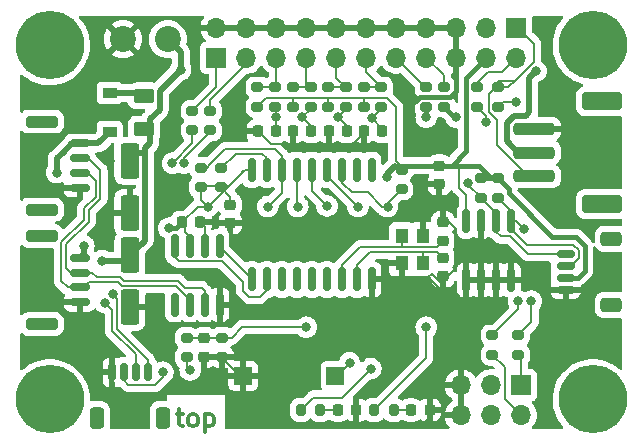
<source format=gtl>
G04 #@! TF.GenerationSoftware,KiCad,Pcbnew,6.0.11-2627ca5db0~126~ubuntu22.04.1*
G04 #@! TF.CreationDate,2023-08-03T02:59:46+02:00*
G04 #@! TF.ProjectId,OpenCyphalPicoBase,4f70656e-4379-4706-9861-6c5069636f42,0.2*
G04 #@! TF.SameCoordinates,Original*
G04 #@! TF.FileFunction,Copper,L1,Top*
G04 #@! TF.FilePolarity,Positive*
%FSLAX46Y46*%
G04 Gerber Fmt 4.6, Leading zero omitted, Abs format (unit mm)*
G04 Created by KiCad (PCBNEW 6.0.11-2627ca5db0~126~ubuntu22.04.1) date 2023-08-03 02:59:46*
%MOMM*%
%LPD*%
G01*
G04 APERTURE LIST*
G04 Aperture macros list*
%AMRoundRect*
0 Rectangle with rounded corners*
0 $1 Rounding radius*
0 $2 $3 $4 $5 $6 $7 $8 $9 X,Y pos of 4 corners*
0 Add a 4 corners polygon primitive as box body*
4,1,4,$2,$3,$4,$5,$6,$7,$8,$9,$2,$3,0*
0 Add four circle primitives for the rounded corners*
1,1,$1+$1,$2,$3*
1,1,$1+$1,$4,$5*
1,1,$1+$1,$6,$7*
1,1,$1+$1,$8,$9*
0 Add four rect primitives between the rounded corners*
20,1,$1+$1,$2,$3,$4,$5,0*
20,1,$1+$1,$4,$5,$6,$7,0*
20,1,$1+$1,$6,$7,$8,$9,0*
20,1,$1+$1,$8,$9,$2,$3,0*%
G04 Aperture macros list end*
%ADD10C,0.375000*%
G04 #@! TA.AperFunction,NonConductor*
%ADD11C,0.375000*%
G04 #@! TD*
G04 #@! TA.AperFunction,ComponentPad*
%ADD12C,5.800000*%
G04 #@! TD*
G04 #@! TA.AperFunction,SMDPad,CuDef*
%ADD13RoundRect,0.200000X0.275000X-0.200000X0.275000X0.200000X-0.275000X0.200000X-0.275000X-0.200000X0*%
G04 #@! TD*
G04 #@! TA.AperFunction,SMDPad,CuDef*
%ADD14RoundRect,0.150000X0.150000X-0.875000X0.150000X0.875000X-0.150000X0.875000X-0.150000X-0.875000X0*%
G04 #@! TD*
G04 #@! TA.AperFunction,SMDPad,CuDef*
%ADD15RoundRect,0.225000X-0.250000X0.225000X-0.250000X-0.225000X0.250000X-0.225000X0.250000X0.225000X0*%
G04 #@! TD*
G04 #@! TA.AperFunction,SMDPad,CuDef*
%ADD16RoundRect,0.225000X-0.225000X-0.250000X0.225000X-0.250000X0.225000X0.250000X-0.225000X0.250000X0*%
G04 #@! TD*
G04 #@! TA.AperFunction,SMDPad,CuDef*
%ADD17RoundRect,0.200000X-0.275000X0.200000X-0.275000X-0.200000X0.275000X-0.200000X0.275000X0.200000X0*%
G04 #@! TD*
G04 #@! TA.AperFunction,SMDPad,CuDef*
%ADD18RoundRect,0.150000X0.625000X-0.150000X0.625000X0.150000X-0.625000X0.150000X-0.625000X-0.150000X0*%
G04 #@! TD*
G04 #@! TA.AperFunction,SMDPad,CuDef*
%ADD19RoundRect,0.250000X0.650000X-0.350000X0.650000X0.350000X-0.650000X0.350000X-0.650000X-0.350000X0*%
G04 #@! TD*
G04 #@! TA.AperFunction,SMDPad,CuDef*
%ADD20RoundRect,0.150000X-0.150000X-0.625000X0.150000X-0.625000X0.150000X0.625000X-0.150000X0.625000X0*%
G04 #@! TD*
G04 #@! TA.AperFunction,SMDPad,CuDef*
%ADD21RoundRect,0.250000X-0.350000X-0.650000X0.350000X-0.650000X0.350000X0.650000X-0.350000X0.650000X0*%
G04 #@! TD*
G04 #@! TA.AperFunction,ComponentPad*
%ADD22R,1.700000X1.700000*%
G04 #@! TD*
G04 #@! TA.AperFunction,ComponentPad*
%ADD23O,1.700000X1.700000*%
G04 #@! TD*
G04 #@! TA.AperFunction,SMDPad,CuDef*
%ADD24R,1.200000X0.900000*%
G04 #@! TD*
G04 #@! TA.AperFunction,SMDPad,CuDef*
%ADD25RoundRect,0.150000X0.150000X-0.825000X0.150000X0.825000X-0.150000X0.825000X-0.150000X-0.825000X0*%
G04 #@! TD*
G04 #@! TA.AperFunction,SMDPad,CuDef*
%ADD26RoundRect,0.150000X-0.700000X0.150000X-0.700000X-0.150000X0.700000X-0.150000X0.700000X0.150000X0*%
G04 #@! TD*
G04 #@! TA.AperFunction,SMDPad,CuDef*
%ADD27RoundRect,0.250000X-1.100000X0.250000X-1.100000X-0.250000X1.100000X-0.250000X1.100000X0.250000X0*%
G04 #@! TD*
G04 #@! TA.AperFunction,ComponentPad*
%ADD28C,2.200000*%
G04 #@! TD*
G04 #@! TA.AperFunction,SMDPad,CuDef*
%ADD29RoundRect,0.218750X0.218750X0.256250X-0.218750X0.256250X-0.218750X-0.256250X0.218750X-0.256250X0*%
G04 #@! TD*
G04 #@! TA.AperFunction,SMDPad,CuDef*
%ADD30RoundRect,0.200000X-0.200000X-0.275000X0.200000X-0.275000X0.200000X0.275000X-0.200000X0.275000X0*%
G04 #@! TD*
G04 #@! TA.AperFunction,SMDPad,CuDef*
%ADD31RoundRect,0.150000X-0.150000X0.825000X-0.150000X-0.825000X0.150000X-0.825000X0.150000X0.825000X0*%
G04 #@! TD*
G04 #@! TA.AperFunction,SMDPad,CuDef*
%ADD32R,1.100000X1.300000*%
G04 #@! TD*
G04 #@! TA.AperFunction,SMDPad,CuDef*
%ADD33RoundRect,0.225000X0.225000X0.250000X-0.225000X0.250000X-0.225000X-0.250000X0.225000X-0.250000X0*%
G04 #@! TD*
G04 #@! TA.AperFunction,SMDPad,CuDef*
%ADD34R,1.500000X1.500000*%
G04 #@! TD*
G04 #@! TA.AperFunction,SMDPad,CuDef*
%ADD35RoundRect,0.225000X0.250000X-0.225000X0.250000X0.225000X-0.250000X0.225000X-0.250000X-0.225000X0*%
G04 #@! TD*
G04 #@! TA.AperFunction,SMDPad,CuDef*
%ADD36RoundRect,0.250000X1.500000X-0.250000X1.500000X0.250000X-1.500000X0.250000X-1.500000X-0.250000X0*%
G04 #@! TD*
G04 #@! TA.AperFunction,SMDPad,CuDef*
%ADD37RoundRect,0.250001X1.449999X-0.499999X1.449999X0.499999X-1.449999X0.499999X-1.449999X-0.499999X0*%
G04 #@! TD*
G04 #@! TA.AperFunction,SMDPad,CuDef*
%ADD38RoundRect,0.250000X0.625000X-0.375000X0.625000X0.375000X-0.625000X0.375000X-0.625000X-0.375000X0*%
G04 #@! TD*
G04 #@! TA.AperFunction,SMDPad,CuDef*
%ADD39RoundRect,0.250000X-0.550000X1.250000X-0.550000X-1.250000X0.550000X-1.250000X0.550000X1.250000X0*%
G04 #@! TD*
G04 #@! TA.AperFunction,ViaPad*
%ADD40C,0.800000*%
G04 #@! TD*
G04 #@! TA.AperFunction,Conductor*
%ADD41C,0.200000*%
G04 #@! TD*
G04 #@! TA.AperFunction,Conductor*
%ADD42C,0.500000*%
G04 #@! TD*
G04 #@! TA.AperFunction,Conductor*
%ADD43C,0.400000*%
G04 #@! TD*
G04 APERTURE END LIST*
D10*
D11*
X77757142Y-108278571D02*
X78328571Y-108278571D01*
X77971428Y-107778571D02*
X77971428Y-109064285D01*
X78042857Y-109207142D01*
X78185714Y-109278571D01*
X78328571Y-109278571D01*
X79042857Y-109278571D02*
X78900000Y-109207142D01*
X78828571Y-109135714D01*
X78757142Y-108992857D01*
X78757142Y-108564285D01*
X78828571Y-108421428D01*
X78900000Y-108350000D01*
X79042857Y-108278571D01*
X79257142Y-108278571D01*
X79400000Y-108350000D01*
X79471428Y-108421428D01*
X79542857Y-108564285D01*
X79542857Y-108992857D01*
X79471428Y-109135714D01*
X79400000Y-109207142D01*
X79257142Y-109278571D01*
X79042857Y-109278571D01*
X80185714Y-108278571D02*
X80185714Y-109778571D01*
X80185714Y-108350000D02*
X80328571Y-108278571D01*
X80614285Y-108278571D01*
X80757142Y-108350000D01*
X80828571Y-108421428D01*
X80900000Y-108564285D01*
X80900000Y-108992857D01*
X80828571Y-109135714D01*
X80757142Y-109207142D01*
X80614285Y-109278571D01*
X80328571Y-109278571D01*
X80185714Y-109207142D01*
D12*
X67000000Y-77000000D03*
X113000000Y-77000000D03*
X67000000Y-107000000D03*
X113000000Y-107000000D03*
D13*
X79800000Y-89025000D03*
X79800000Y-87375000D03*
D14*
X84120000Y-96850000D03*
X85390000Y-96850000D03*
X86660000Y-96850000D03*
X87930000Y-96850000D03*
X89200000Y-96850000D03*
X90470000Y-96850000D03*
X91740000Y-96850000D03*
X93010000Y-96850000D03*
X94280000Y-96850000D03*
X94280000Y-87550000D03*
X93010000Y-87550000D03*
X91740000Y-87550000D03*
X90470000Y-87550000D03*
X89200000Y-87550000D03*
X87930000Y-87550000D03*
X86660000Y-87550000D03*
X85390000Y-87550000D03*
X84120000Y-87550000D03*
D15*
X82300000Y-90525000D03*
X82300000Y-92075000D03*
D16*
X78225000Y-92000000D03*
X79775000Y-92000000D03*
D17*
X96800000Y-87575000D03*
X96800000Y-89225000D03*
D13*
X81500000Y-89025000D03*
X81500000Y-87375000D03*
D15*
X100000000Y-87225000D03*
X100000000Y-88775000D03*
D18*
X110700000Y-97700000D03*
X110700000Y-96700000D03*
X110700000Y-95700000D03*
X110700000Y-94700000D03*
D19*
X114575000Y-99000000D03*
X114575000Y-93400000D03*
D20*
X72300000Y-104700000D03*
X73300000Y-104700000D03*
X74300000Y-104700000D03*
X75300000Y-104700000D03*
D21*
X71000000Y-108575000D03*
X76600000Y-108575000D03*
D22*
X106900000Y-105800000D03*
D23*
X106900000Y-108340000D03*
X104360000Y-105800000D03*
X104360000Y-108340000D03*
X101820000Y-105800000D03*
X101820000Y-108340000D03*
D24*
X72100000Y-81050000D03*
X72100000Y-84350000D03*
D25*
X102295000Y-96875000D03*
X103565000Y-96875000D03*
X104835000Y-96875000D03*
X106105000Y-96875000D03*
X106105000Y-91925000D03*
X104835000Y-91925000D03*
X103565000Y-91925000D03*
X102295000Y-91925000D03*
D17*
X103500000Y-88275000D03*
X103500000Y-89925000D03*
X105000000Y-88275000D03*
X105000000Y-89925000D03*
X106700000Y-101575000D03*
X106700000Y-103225000D03*
D13*
X104500000Y-103225000D03*
X104500000Y-101575000D03*
D26*
X69550000Y-95025000D03*
X69550000Y-96275000D03*
X69550000Y-97525000D03*
X69550000Y-98775000D03*
D27*
X66350000Y-93175000D03*
X66350000Y-100625000D03*
D28*
X77005000Y-76500000D03*
X73195000Y-76500000D03*
D29*
X99187500Y-107900000D03*
X97612500Y-107900000D03*
D30*
X94475000Y-107900000D03*
X96125000Y-107900000D03*
D31*
X81405000Y-94025000D03*
X80135000Y-94025000D03*
X78865000Y-94025000D03*
X77595000Y-94025000D03*
X77595000Y-98975000D03*
X78865000Y-98975000D03*
X80135000Y-98975000D03*
X81405000Y-98975000D03*
D32*
X96800000Y-93150000D03*
X96800000Y-95450000D03*
X98600000Y-95450000D03*
X98600000Y-93150000D03*
D26*
X69550000Y-85325000D03*
X69550000Y-86575000D03*
X69550000Y-87825000D03*
X69550000Y-89075000D03*
D27*
X66350000Y-90925000D03*
X66350000Y-83475000D03*
D15*
X80100000Y-101825000D03*
X80100000Y-103375000D03*
D13*
X78600000Y-103425000D03*
X78600000Y-101775000D03*
D17*
X81600000Y-101775000D03*
X81600000Y-103425000D03*
D30*
X88275000Y-107900000D03*
X89925000Y-107900000D03*
D33*
X86175000Y-84300000D03*
X84625000Y-84300000D03*
X89175000Y-84300000D03*
X87625000Y-84300000D03*
X92175000Y-84300000D03*
X90625000Y-84300000D03*
X95175000Y-84300000D03*
X93625000Y-84300000D03*
D22*
X81125000Y-78075000D03*
D23*
X81125000Y-75535000D03*
X83665000Y-78075000D03*
X83665000Y-75535000D03*
X86205000Y-78075000D03*
X86205000Y-75535000D03*
X88745000Y-78075000D03*
X88745000Y-75535000D03*
X91285000Y-78075000D03*
X91285000Y-75535000D03*
X93825000Y-78075000D03*
X93825000Y-75535000D03*
X96365000Y-78075000D03*
X96365000Y-75535000D03*
X98905000Y-78075000D03*
X98905000Y-75535000D03*
D22*
X106525000Y-75525000D03*
D23*
X106525000Y-78065000D03*
X103985000Y-75525000D03*
X103985000Y-78065000D03*
X101445000Y-75525000D03*
X101445000Y-78065000D03*
D13*
X84600000Y-82225000D03*
X84600000Y-80575000D03*
X90600000Y-82225000D03*
X90600000Y-80575000D03*
X93600000Y-82225000D03*
X93600000Y-80575000D03*
D17*
X89100000Y-80575000D03*
X89100000Y-82225000D03*
X92100000Y-80575000D03*
X92100000Y-82225000D03*
X95100000Y-80575000D03*
X95100000Y-82225000D03*
X98900000Y-80575000D03*
X98900000Y-82225000D03*
X100400000Y-80575000D03*
X100400000Y-82225000D03*
X80600000Y-82575000D03*
X80600000Y-84225000D03*
X79100000Y-82575000D03*
X79100000Y-84225000D03*
X103200000Y-80575000D03*
X103200000Y-82225000D03*
X105000000Y-80575000D03*
X105000000Y-82225000D03*
D34*
X91200000Y-105000000D03*
X83400000Y-105000000D03*
D17*
X86100000Y-80575000D03*
X86100000Y-82225000D03*
D35*
X100300000Y-93575000D03*
X100300000Y-92025000D03*
D13*
X87600000Y-82225000D03*
X87600000Y-80575000D03*
D15*
X100300000Y-95025000D03*
X100300000Y-96575000D03*
D29*
X92987500Y-107900000D03*
X91412500Y-107900000D03*
D36*
X108050000Y-88100000D03*
X108050000Y-86100000D03*
X108050000Y-84100000D03*
D37*
X113800000Y-81750000D03*
X113800000Y-90450000D03*
D38*
X75000000Y-84100000D03*
X75000000Y-81300000D03*
D39*
X73800000Y-94800000D03*
X73800000Y-99200000D03*
X73800000Y-86800000D03*
X73800000Y-91200000D03*
D40*
X95600000Y-88200000D03*
X76600000Y-104700000D03*
X80390000Y-90690000D03*
X77100000Y-92500000D03*
X67300000Y-98900000D03*
X75900000Y-95800000D03*
X96350000Y-100890000D03*
X81400000Y-96700000D03*
X75800000Y-98500000D03*
X71800000Y-91200000D03*
X112500000Y-98100000D03*
X70700000Y-105300000D03*
X109100000Y-104600000D03*
X83300000Y-84600000D03*
X111200000Y-86500000D03*
X98900000Y-90400000D03*
X87200000Y-91900000D03*
X109200000Y-82100000D03*
X104100000Y-94400000D03*
X72100000Y-86800000D03*
X97500000Y-84600000D03*
X107800000Y-89700000D03*
X66700000Y-85200000D03*
X71000000Y-101000000D03*
X85480000Y-90680000D03*
X95620000Y-90680000D03*
X90490000Y-90610000D03*
X93110000Y-90690000D03*
X88020000Y-90680000D03*
X107800000Y-98690500D03*
X69900000Y-94000000D03*
X67600000Y-87800000D03*
X71450000Y-95250000D03*
X78900000Y-104500000D03*
X108200000Y-79200000D03*
X78100000Y-79100000D03*
X88730000Y-100890000D03*
X98890000Y-100890000D03*
X94200000Y-104400000D03*
X86190000Y-83110000D03*
X71700000Y-98800000D03*
X72350468Y-98041121D03*
X107200000Y-92600000D03*
X102461426Y-88711971D03*
X106700000Y-98690500D03*
X88400000Y-83110000D03*
X91400000Y-83110000D03*
X94300000Y-83200000D03*
X98890000Y-83110000D03*
X101430000Y-83110000D03*
X103970000Y-83500000D03*
X106510000Y-81840000D03*
X92400000Y-103900000D03*
X78400000Y-87000000D03*
X77400497Y-87000000D03*
X114900000Y-99000000D03*
X112900000Y-90500000D03*
X114900000Y-93400000D03*
X114900000Y-90500000D03*
X71000000Y-109000000D03*
X76600000Y-109000000D03*
X65500000Y-90900000D03*
X65500000Y-93200000D03*
D41*
X76600000Y-104700000D02*
X76600000Y-105100000D01*
X82300000Y-90525000D02*
X82300000Y-89825000D01*
X90600000Y-82225000D02*
X90600000Y-81600000D01*
X93600000Y-81600000D02*
X93700000Y-81500000D01*
X75925000Y-105775000D02*
X73675000Y-105775000D01*
D42*
X95600000Y-88200000D02*
X95600000Y-87900000D01*
D43*
X100000000Y-87225000D02*
X101075000Y-87225000D01*
D41*
X73300000Y-105400000D02*
X73300000Y-104700000D01*
X84600000Y-82225000D02*
X85325000Y-81500000D01*
X102295000Y-89695000D02*
X101700000Y-89100000D01*
X87600000Y-81500000D02*
X90700000Y-81500000D01*
X78250000Y-92000000D02*
X79560000Y-90690000D01*
X96300000Y-82800000D02*
X96300000Y-86800000D01*
X83090000Y-87990000D02*
X82240000Y-88840000D01*
X95557107Y-81500000D02*
X96300000Y-82242893D01*
D43*
X104375000Y-88275000D02*
X103500000Y-88275000D01*
D41*
X96800000Y-87575000D02*
X96800000Y-87300000D01*
X78468500Y-92218500D02*
X78250000Y-92000000D01*
D43*
X110700000Y-96700000D02*
X111700000Y-96700000D01*
D41*
X79800000Y-90080000D02*
X80400000Y-90680000D01*
X93700000Y-81500000D02*
X95557107Y-81500000D01*
X85325000Y-81500000D02*
X87600000Y-81500000D01*
D43*
X100000000Y-87225000D02*
X96275000Y-87225000D01*
D41*
X82130000Y-88950000D02*
X82240000Y-88840000D01*
D43*
X111550000Y-93250000D02*
X109575000Y-93250000D01*
D41*
X96800000Y-87300000D02*
X96300000Y-86800000D01*
D43*
X112300000Y-94000000D02*
X111550000Y-93250000D01*
D41*
X81500000Y-88950000D02*
X82130000Y-88950000D01*
X83530000Y-87550000D02*
X83090000Y-87990000D01*
X101700000Y-89100000D02*
X101700000Y-87500000D01*
D43*
X102300000Y-79750000D02*
X103985000Y-78065000D01*
D41*
X93600000Y-82225000D02*
X93600000Y-81600000D01*
D43*
X101075000Y-87225000D02*
X101425000Y-87225000D01*
X109575000Y-93250000D02*
X105875000Y-89550000D01*
X103325000Y-87225000D02*
X101075000Y-87225000D01*
D41*
X101700000Y-87500000D02*
X101425000Y-87225000D01*
X78865000Y-94225000D02*
X78865000Y-93228000D01*
X79560000Y-90690000D02*
X80390000Y-90690000D01*
D43*
X102300000Y-86000000D02*
X102300000Y-79750000D01*
D41*
X82240000Y-88840000D02*
X80400000Y-90680000D01*
X79800000Y-88950000D02*
X79800000Y-90080000D01*
D43*
X105000000Y-88275000D02*
X104375000Y-88275000D01*
D41*
X83420000Y-87660000D02*
X83090000Y-87990000D01*
X78865000Y-93228000D02*
X78468500Y-92831500D01*
D43*
X77100000Y-92500000D02*
X77725000Y-92500000D01*
D41*
X84120000Y-87550000D02*
X83530000Y-87550000D01*
D43*
X112300000Y-96100000D02*
X112300000Y-94000000D01*
X105875000Y-89550000D02*
X105875000Y-89150000D01*
D41*
X102295000Y-90805000D02*
X102295000Y-91925000D01*
D43*
X105875000Y-89150000D02*
X105000000Y-88275000D01*
X101075000Y-87225000D02*
X102300000Y-86000000D01*
D41*
X87600000Y-82225000D02*
X87600000Y-81500000D01*
X82300000Y-89825000D02*
X81500000Y-89025000D01*
X76600000Y-105100000D02*
X75925000Y-105775000D01*
X90700000Y-81500000D02*
X93700000Y-81500000D01*
X73675000Y-105775000D02*
X73300000Y-105400000D01*
D42*
X95600000Y-87900000D02*
X96275000Y-87225000D01*
D41*
X79800000Y-88950000D02*
X81500000Y-88950000D01*
X96300000Y-82242893D02*
X96300000Y-82800000D01*
D43*
X104375000Y-88275000D02*
X103325000Y-87225000D01*
D41*
X90600000Y-81600000D02*
X90700000Y-81500000D01*
X102295000Y-90805000D02*
X102295000Y-89695000D01*
X78468500Y-92831500D02*
X78468500Y-92218500D01*
D43*
X77725000Y-92500000D02*
X78225000Y-92000000D01*
X111700000Y-96700000D02*
X112300000Y-96100000D01*
D41*
X99960000Y-97540000D02*
X99960000Y-99060000D01*
X80950000Y-103375000D02*
X80100000Y-103375000D01*
X90700000Y-85400000D02*
X87600000Y-85400000D01*
X93625000Y-84475000D02*
X92700000Y-85400000D01*
D43*
X98325000Y-81375000D02*
X97500000Y-82200000D01*
D41*
X99344301Y-96344301D02*
X100100000Y-97100000D01*
X80950000Y-103375000D02*
X81000000Y-103425000D01*
D43*
X101445000Y-79855000D02*
X101445000Y-80855000D01*
D41*
X87625000Y-84300000D02*
X87625000Y-85375000D01*
X100825000Y-92025000D02*
X100300000Y-92025000D01*
D43*
X101445000Y-79855000D02*
X101445000Y-80547894D01*
D41*
X99187500Y-107900000D02*
X99187500Y-108512500D01*
X96500000Y-109100000D02*
X92500000Y-109100000D01*
X81000000Y-103425000D02*
X81525000Y-103425000D01*
X99960000Y-99060000D02*
X99230001Y-99789999D01*
X101300000Y-96000000D02*
X101300000Y-92500000D01*
X95584300Y-96850000D02*
X95799999Y-96634301D01*
D43*
X99775000Y-81375000D02*
X98325000Y-81375000D01*
D41*
X86850000Y-105950000D02*
X85900000Y-105000000D01*
X92987500Y-108612500D02*
X92500000Y-109100000D01*
X85725000Y-85400000D02*
X84625000Y-84300000D01*
X81525000Y-103425000D02*
X83100000Y-105000000D01*
X99054301Y-96634301D02*
X99960000Y-97540000D01*
D43*
X99775000Y-81375000D02*
X99375000Y-81375000D01*
D41*
X86800000Y-106000000D02*
X86850000Y-105950000D01*
X93625000Y-84300000D02*
X93625000Y-84475000D01*
X100725000Y-96575000D02*
X101300000Y-96000000D01*
D43*
X99375000Y-81375000D02*
X98550000Y-81375000D01*
X101445000Y-80855000D02*
X100925000Y-81375000D01*
D41*
X99230001Y-99789999D02*
X97450001Y-99789999D01*
X97450001Y-99789999D02*
X96350000Y-100890000D01*
D43*
X100657107Y-81375000D02*
X99775000Y-81375000D01*
D41*
X99187500Y-108512500D02*
X98600000Y-109100000D01*
X100300000Y-96575000D02*
X100725000Y-96575000D01*
X90625000Y-85325000D02*
X90700000Y-85400000D01*
D43*
X99375000Y-81375000D02*
X98325000Y-81375000D01*
D41*
X92987500Y-107900000D02*
X92987500Y-108612500D01*
X87625000Y-85375000D02*
X87600000Y-85400000D01*
X94280000Y-96850000D02*
X95584300Y-96850000D01*
D43*
X97500000Y-82200000D02*
X97500000Y-84600000D01*
D41*
X85900000Y-105000000D02*
X83400820Y-105000000D01*
X90625000Y-84300000D02*
X90625000Y-85325000D01*
X87200000Y-109100000D02*
X86800000Y-108700000D01*
X80135000Y-94025000D02*
X80135000Y-92360000D01*
X86800000Y-108700000D02*
X86800000Y-106000000D01*
X99054301Y-96634301D02*
X99344301Y-96344301D01*
X95799999Y-96634301D02*
X99054301Y-96634301D01*
X98600000Y-109100000D02*
X96500000Y-109100000D01*
D43*
X100925000Y-81375000D02*
X100657107Y-81375000D01*
X101445000Y-78065000D02*
X101445000Y-79855000D01*
D41*
X80135000Y-92360000D02*
X79775000Y-92000000D01*
X87600000Y-85400000D02*
X85725000Y-85400000D01*
X101300000Y-92500000D02*
X100825000Y-92025000D01*
X92500000Y-109100000D02*
X87200000Y-109100000D01*
X92700000Y-85400000D02*
X90700000Y-85400000D01*
X86660000Y-86360000D02*
X86105000Y-85805000D01*
X80600000Y-87092893D02*
X80600000Y-87100000D01*
X81887893Y-85805000D02*
X80600000Y-87092893D01*
X80325000Y-87375000D02*
X79800000Y-87375000D01*
X86105000Y-85805000D02*
X84405000Y-85805000D01*
X86660000Y-87550000D02*
X86660000Y-89500000D01*
X84405000Y-85805000D02*
X81887893Y-85805000D01*
X86660000Y-89500000D02*
X85480000Y-90680000D01*
X80600000Y-87100000D02*
X80325000Y-87375000D01*
X86660000Y-87550000D02*
X86660000Y-86360000D01*
X91740000Y-87550000D02*
X91740000Y-88640000D01*
X95620000Y-90680000D02*
X95620000Y-90405000D01*
X95620000Y-90405000D02*
X96800000Y-89225000D01*
X93920000Y-89480000D02*
X95120000Y-90680000D01*
X91740000Y-88640000D02*
X92580000Y-89480000D01*
X92580000Y-89480000D02*
X93920000Y-89480000D01*
X95120000Y-90680000D02*
X95620000Y-90680000D01*
X89200000Y-87550000D02*
X89200000Y-89320000D01*
X89590000Y-89710000D02*
X90490000Y-90610000D01*
X89200000Y-89320000D02*
X89590000Y-89710000D01*
X90470000Y-87550000D02*
X90470000Y-88050000D01*
X90860000Y-88440000D02*
X93100000Y-90680000D01*
X90470000Y-88050000D02*
X90860000Y-88440000D01*
X87930000Y-87550000D02*
X87930000Y-90590000D01*
X87930000Y-90590000D02*
X88020000Y-90680000D01*
X81405000Y-94225000D02*
X81495000Y-94225000D01*
X81495000Y-94225000D02*
X84120000Y-96850000D01*
X77595000Y-94966396D02*
X77928604Y-95300000D01*
X83400000Y-97100000D02*
X83400000Y-97800000D01*
X85390000Y-97710000D02*
X85390000Y-96850000D01*
X77928604Y-95300000D02*
X81600000Y-95300000D01*
X81600000Y-95300000D02*
X83400000Y-97100000D01*
X84800000Y-98300000D02*
X85390000Y-97710000D01*
X83900000Y-98300000D02*
X84800000Y-98300000D01*
X83400000Y-97800000D02*
X83900000Y-98300000D01*
X77595000Y-94225000D02*
X77595000Y-94966396D01*
X107800000Y-100475000D02*
X107800000Y-99400000D01*
X106700000Y-101575000D02*
X107800000Y-100475000D01*
X107800000Y-99400000D02*
X107800000Y-98690500D01*
D42*
X69900000Y-94000000D02*
X69900000Y-94675000D01*
X69900000Y-94675000D02*
X69550000Y-95025000D01*
X69550000Y-85325000D02*
X68875000Y-85325000D01*
X68100000Y-86100000D02*
X67600000Y-86600000D01*
X71125000Y-85325000D02*
X72100000Y-84350000D01*
X69550000Y-85325000D02*
X70625000Y-85325000D01*
X68875000Y-85325000D02*
X68100000Y-86100000D01*
X67600000Y-86600000D02*
X67600000Y-87800000D01*
X70625000Y-85325000D02*
X71125000Y-85325000D01*
D41*
X70275000Y-86575000D02*
X69550000Y-86575000D01*
X73265686Y-97000000D02*
X77900000Y-97000000D01*
X68400000Y-95900000D02*
X68400000Y-93865686D01*
X71300000Y-90000000D02*
X71300000Y-87600000D01*
X71017157Y-96667157D02*
X72932843Y-96667157D01*
X72932843Y-96667157D02*
X73265686Y-97000000D01*
X78500000Y-97600000D02*
X79900000Y-97600000D01*
X70625000Y-96275000D02*
X71017157Y-96667157D01*
X80135000Y-97835000D02*
X80135000Y-98975000D01*
X71300000Y-87600000D02*
X70275000Y-86575000D01*
X68775000Y-96275000D02*
X68400000Y-95900000D01*
X70300000Y-91000000D02*
X71300000Y-90000000D01*
X77900000Y-97000000D02*
X78500000Y-97600000D01*
X68400000Y-93865686D02*
X70300000Y-91965685D01*
X79900000Y-97600000D02*
X80135000Y-97835000D01*
X70300000Y-91965685D02*
X70300000Y-91000000D01*
X69550000Y-96275000D02*
X68775000Y-96275000D01*
X69550000Y-96275000D02*
X70625000Y-96275000D01*
X77700000Y-97400000D02*
X78865000Y-98565000D01*
X69900000Y-90834314D02*
X69900000Y-91800000D01*
X70900000Y-88500000D02*
X70900000Y-89834314D01*
X69900000Y-91800000D02*
X68000000Y-93700001D01*
X69550000Y-87825000D02*
X70225000Y-87825000D01*
X70365686Y-97100000D02*
X72800000Y-97100000D01*
X73100000Y-97400000D02*
X77700000Y-97400000D01*
X68000000Y-93700001D02*
X68000000Y-97000000D01*
X70225000Y-87825000D02*
X70900000Y-88500000D01*
X69940686Y-97525000D02*
X70365686Y-97100000D01*
X72800000Y-97100000D02*
X73100000Y-97400000D01*
X68525000Y-97525000D02*
X69550000Y-97525000D01*
X68000000Y-97000000D02*
X68525000Y-97525000D01*
X69550000Y-97525000D02*
X69940686Y-97525000D01*
X78865000Y-98565000D02*
X78865000Y-99175000D01*
X70900000Y-89834314D02*
X69900000Y-90834314D01*
X106900000Y-105800000D02*
X106900000Y-103425000D01*
X106900000Y-103425000D02*
X106700000Y-103225000D01*
D42*
X78100000Y-79100000D02*
X78100000Y-77595000D01*
X107600000Y-79800000D02*
X108200000Y-79200000D01*
X105700000Y-85100000D02*
X105700000Y-83600000D01*
X71450000Y-95250000D02*
X73350000Y-95250000D01*
X106700000Y-86100000D02*
X105700000Y-85100000D01*
X75500000Y-84600000D02*
X75500000Y-84800000D01*
X75050000Y-86150000D02*
X74450000Y-86150000D01*
X76325000Y-82475000D02*
X76325000Y-80875000D01*
X73350000Y-95250000D02*
X73800000Y-94800000D01*
X75000000Y-84100000D02*
X75500000Y-84600000D01*
X74450000Y-86150000D02*
X73800000Y-86800000D01*
D41*
X78600000Y-103425000D02*
X78600000Y-104200000D01*
D42*
X76325000Y-80875000D02*
X78100000Y-79100000D01*
X75050000Y-86150000D02*
X75050000Y-85750000D01*
X108050000Y-86100000D02*
X106700000Y-86100000D01*
X75050000Y-85750000D02*
X75500000Y-85300000D01*
X105700000Y-83600000D02*
X106300000Y-83000000D01*
X75500000Y-83300000D02*
X76325000Y-82475000D01*
X107300000Y-83000000D02*
X107600000Y-82700000D01*
X107600000Y-82700000D02*
X107600000Y-79800000D01*
X75050000Y-87350000D02*
X75050000Y-86150000D01*
X75500000Y-85300000D02*
X75500000Y-83300000D01*
X75500000Y-84800000D02*
X75500000Y-85300000D01*
D41*
X78600000Y-104200000D02*
X78900000Y-104500000D01*
D42*
X78100000Y-77595000D02*
X77005000Y-76500000D01*
X75050000Y-89450000D02*
X75050000Y-93550000D01*
X75050000Y-93550000D02*
X73800000Y-94800000D01*
X75050000Y-89450000D02*
X75050000Y-87350000D01*
X106300000Y-83000000D02*
X107300000Y-83000000D01*
D41*
X82404998Y-101775000D02*
X78600000Y-101775000D01*
X88730000Y-100890000D02*
X83289998Y-100890000D01*
X83289998Y-100890000D02*
X82404998Y-101775000D01*
X98890000Y-100890000D02*
X98890000Y-103485000D01*
X98890000Y-103485000D02*
X94475000Y-107900000D01*
X91750000Y-106850000D02*
X94200000Y-104400000D01*
X89325000Y-106850000D02*
X91750000Y-106850000D01*
X88275000Y-107900000D02*
X89325000Y-106850000D01*
X91412500Y-107900000D02*
X89925000Y-107900000D01*
X97612500Y-107900000D02*
X96125000Y-107900000D01*
X96700000Y-94100000D02*
X96800000Y-94000000D01*
X99300000Y-94100000D02*
X96700000Y-94100000D01*
X91740000Y-95660000D02*
X91740000Y-96850000D01*
X99775000Y-94100000D02*
X100300000Y-93575000D01*
X96700000Y-94100000D02*
X93300000Y-94100000D01*
X96800000Y-94000000D02*
X96800000Y-93150000D01*
X99300000Y-94100000D02*
X99775000Y-94100000D01*
X93300000Y-94100000D02*
X91740000Y-95660000D01*
X99399990Y-94500010D02*
X98500010Y-94500010D01*
X99399990Y-94500010D02*
X99775010Y-94500010D01*
X93010000Y-95590000D02*
X93010000Y-96850000D01*
X98600000Y-94600000D02*
X98600000Y-95450000D01*
X94099990Y-94500010D02*
X93010000Y-95590000D01*
X98500010Y-94500010D02*
X98600000Y-94600000D01*
X99775010Y-94500010D02*
X100300000Y-95025000D01*
X98500010Y-94500010D02*
X94099990Y-94500010D01*
X85390000Y-87550000D02*
X85390000Y-86600000D01*
X85390000Y-86600000D02*
X84995000Y-86205000D01*
X82745000Y-86205000D02*
X81500000Y-87450000D01*
X84995000Y-86205000D02*
X82745000Y-86205000D01*
X86190000Y-83110000D02*
X86190000Y-82315000D01*
X86175000Y-83125000D02*
X86190000Y-83110000D01*
X86175000Y-84300000D02*
X86175000Y-83125000D01*
X86190000Y-82315000D02*
X86100000Y-82225000D01*
X72300000Y-101200000D02*
X72300000Y-99500000D01*
X74300000Y-103500000D02*
X74300000Y-103200000D01*
X74300000Y-104700000D02*
X74300000Y-103500000D01*
X72300000Y-99400000D02*
X71700000Y-98800000D01*
X74300000Y-103200000D02*
X72300000Y-101200000D01*
X72300000Y-99500000D02*
X72300000Y-99400000D01*
X72700000Y-101034314D02*
X72700000Y-99800000D01*
X75300000Y-104700000D02*
X75300000Y-103634314D01*
X72300000Y-98100000D02*
X72350468Y-98049532D01*
X72350468Y-98049532D02*
X72350468Y-98041121D01*
X75300000Y-103634314D02*
X74232843Y-102567157D01*
X74232843Y-102567157D02*
X72700000Y-101034314D01*
X72700000Y-99800000D02*
X72700000Y-98500000D01*
X72700000Y-98500000D02*
X72300000Y-98100000D01*
X106105000Y-91925000D02*
X106525000Y-91925000D01*
X106525000Y-91925000D02*
X107200000Y-92600000D01*
X106105000Y-91030000D02*
X105000000Y-89925000D01*
X111800000Y-95011396D02*
X111111396Y-95700000D01*
X111111396Y-95700000D02*
X110700000Y-95700000D01*
X106105000Y-91925000D02*
X106105000Y-92605000D01*
X107400000Y-93900000D02*
X111311396Y-93900000D01*
X106105000Y-91925000D02*
X106105000Y-91030000D01*
X111800000Y-94388604D02*
X111800000Y-95011396D01*
X106105000Y-92605000D02*
X107400000Y-93900000D01*
X111311396Y-93900000D02*
X111800000Y-94388604D01*
X103500000Y-89900000D02*
X102500000Y-88900000D01*
X105200000Y-93200000D02*
X104835000Y-92835000D01*
X104835000Y-91925000D02*
X104835000Y-91260000D01*
X107500000Y-94700000D02*
X106000000Y-93200000D01*
X103500000Y-89925000D02*
X103500000Y-89900000D01*
X102500000Y-88750545D02*
X102461426Y-88711971D01*
X110700000Y-94700000D02*
X107500000Y-94700000D01*
X104835000Y-92835000D02*
X104835000Y-91925000D01*
X104835000Y-91260000D02*
X103500000Y-89925000D01*
X102500000Y-88900000D02*
X102500000Y-88750545D01*
X106000000Y-93200000D02*
X105200000Y-93200000D01*
X104500000Y-101575000D02*
X106700000Y-99375000D01*
X106700000Y-99375000D02*
X106700000Y-99200000D01*
X106700000Y-99200000D02*
X106700000Y-98690500D01*
X105523600Y-104248600D02*
X105523600Y-106963600D01*
X105523600Y-106963600D02*
X106900000Y-108340000D01*
X104500000Y-103225000D02*
X105523600Y-104248600D01*
X89175000Y-83885000D02*
X88400000Y-83110000D01*
X89175000Y-84300000D02*
X89175000Y-83885000D01*
X89100000Y-82410000D02*
X88400000Y-83110000D01*
X89100000Y-82225000D02*
X89100000Y-82410000D01*
X92175000Y-84300000D02*
X92175000Y-83885000D01*
X92100000Y-82410000D02*
X91400000Y-83110000D01*
X92175000Y-83885000D02*
X91400000Y-83110000D01*
X92100000Y-82225000D02*
X92100000Y-82410000D01*
X95100000Y-82225000D02*
X95100000Y-82030000D01*
X95100000Y-82030000D02*
X94995000Y-81925000D01*
X95175000Y-84300000D02*
X95175000Y-84075000D01*
X95100000Y-81925000D02*
X94995000Y-81925000D01*
X95100000Y-82400000D02*
X94300000Y-83200000D01*
X95100000Y-82225000D02*
X95100000Y-82400000D01*
X95175000Y-84075000D02*
X94300000Y-83200000D01*
D43*
X98890000Y-83110000D02*
X98890000Y-82235000D01*
X98890000Y-82235000D02*
X98900000Y-82225000D01*
X101430000Y-83110000D02*
X101285000Y-83110000D01*
X101285000Y-83110000D02*
X100400000Y-82225000D01*
D41*
X103970000Y-82995000D02*
X103200000Y-82225000D01*
X103970000Y-83500000D02*
X103970000Y-82995000D01*
X105385000Y-81840000D02*
X105000000Y-82225000D01*
X106510000Y-81840000D02*
X105385000Y-81840000D01*
X91200000Y-105000000D02*
X91300000Y-105000000D01*
X91300000Y-105000000D02*
X92400000Y-103900000D01*
X78400000Y-87000000D02*
X78400000Y-86575736D01*
X78400000Y-86575736D02*
X80600000Y-84375736D01*
X80600000Y-84375736D02*
X80600000Y-84225000D01*
X79100000Y-85310050D02*
X77410050Y-87000000D01*
X77410050Y-87000000D02*
X77400497Y-87000000D01*
X79100000Y-84225000D02*
X79100000Y-85310050D01*
X86205000Y-80170000D02*
X86100000Y-80275000D01*
X86205000Y-80470000D02*
X86100000Y-80575000D01*
X86205000Y-79295000D02*
X86205000Y-80170000D01*
X86100000Y-80575000D02*
X84600000Y-80575000D01*
X86205000Y-78075000D02*
X86205000Y-79295000D01*
X86205000Y-79295000D02*
X86205000Y-80470000D01*
X88745000Y-79445000D02*
X88745000Y-80220000D01*
X89100000Y-80575000D02*
X87600000Y-80575000D01*
X88745000Y-78075000D02*
X88745000Y-79445000D01*
X88745000Y-80220000D02*
X89100000Y-80575000D01*
X91285000Y-78075000D02*
X91285000Y-79115000D01*
X92100000Y-80575000D02*
X90600000Y-80575000D01*
X91285000Y-79115000D02*
X91285000Y-79760000D01*
X91285000Y-79760000D02*
X92100000Y-80575000D01*
X93825000Y-79300000D02*
X95100000Y-80575000D01*
X95100000Y-80575000D02*
X93600000Y-80575000D01*
X93825000Y-78075000D02*
X93825000Y-79300000D01*
X98900000Y-80575000D02*
X98865000Y-80575000D01*
X98865000Y-80575000D02*
X98295000Y-80005000D01*
X98295000Y-80005000D02*
X98465000Y-80175000D01*
X96365000Y-78075000D02*
X98295000Y-80005000D01*
X100400000Y-79570000D02*
X98905000Y-78075000D01*
X100400000Y-80575000D02*
X100400000Y-79570000D01*
X81125000Y-78075000D02*
X81125000Y-80550000D01*
X81125000Y-80550000D02*
X79100000Y-82575000D01*
X83665000Y-78075000D02*
X83665000Y-78575686D01*
X83665000Y-78575686D02*
X80600000Y-81640686D01*
X80600000Y-81640686D02*
X80600000Y-82575000D01*
X103200000Y-80200000D02*
X103200000Y-80575000D01*
X106525000Y-78065000D02*
X105290000Y-79300000D01*
X104100000Y-79300000D02*
X103200000Y-80200000D01*
X105290000Y-79300000D02*
X104100000Y-79300000D01*
X104225000Y-81175000D02*
X104225000Y-82684314D01*
X108003600Y-76896400D02*
X108003600Y-78406450D01*
X105775000Y-80075000D02*
X105000000Y-80075000D01*
X106632200Y-75525000D02*
X108003600Y-76896400D01*
X104225000Y-82684314D02*
X104900000Y-83359314D01*
X106525000Y-75525000D02*
X106632200Y-75525000D01*
X106335050Y-80075000D02*
X105775000Y-80075000D01*
X105000000Y-80175000D02*
X105000000Y-80400000D01*
X107522183Y-88100000D02*
X108050000Y-88100000D01*
X106455025Y-79955025D02*
X106335050Y-80075000D01*
X105835050Y-80575000D02*
X106455025Y-79955025D01*
X105000000Y-80400000D02*
X104225000Y-81175000D01*
X105000000Y-80575000D02*
X105835050Y-80575000D01*
X104900000Y-85477817D02*
X107522183Y-88100000D01*
X108003600Y-78406450D02*
X106455025Y-79955025D01*
X104900000Y-83359314D02*
X104900000Y-85477817D01*
D42*
X73550000Y-81050000D02*
X74450000Y-81050000D01*
X73550000Y-81050000D02*
X74750000Y-81050000D01*
X73550000Y-81050000D02*
X72100000Y-81050000D01*
X74450000Y-81050000D02*
X74700000Y-81300000D01*
X74750000Y-81050000D02*
X75000000Y-81300000D01*
G04 #@! TA.AperFunction,Conductor*
G36*
X80010918Y-74528502D02*
G01*
X80057411Y-74582158D01*
X80067515Y-74652432D01*
X80046885Y-74705505D01*
X79943095Y-74857655D01*
X79938000Y-74866623D01*
X79848338Y-75059783D01*
X79844775Y-75069470D01*
X79789389Y-75269183D01*
X79790912Y-75277607D01*
X79803292Y-75281000D01*
X100028885Y-75281000D01*
X100045559Y-75276104D01*
X100081057Y-75271000D01*
X101573000Y-75271000D01*
X101641121Y-75291002D01*
X101687614Y-75344658D01*
X101699000Y-75397000D01*
X101699000Y-79332167D01*
X101687840Y-79384010D01*
X101686706Y-79386522D01*
X101676645Y-79404162D01*
X101675379Y-79406523D01*
X101671010Y-79412739D01*
X101668250Y-79419818D01*
X101668249Y-79419820D01*
X101647798Y-79472275D01*
X101645247Y-79478344D01*
X101618955Y-79536573D01*
X101617571Y-79544040D01*
X101616770Y-79546595D01*
X101612141Y-79562848D01*
X101611478Y-79565428D01*
X101608718Y-79572509D01*
X101607727Y-79580040D01*
X101607726Y-79580042D01*
X101603964Y-79608621D01*
X101601203Y-79629596D01*
X101600379Y-79635852D01*
X101599348Y-79642359D01*
X101587704Y-79705186D01*
X101588141Y-79712766D01*
X101588141Y-79712767D01*
X101591291Y-79767392D01*
X101591500Y-79774646D01*
X101591500Y-80106784D01*
X101571498Y-80174905D01*
X101517842Y-80221398D01*
X101447568Y-80231502D01*
X101382988Y-80202008D01*
X101345266Y-80144464D01*
X101327743Y-80088548D01*
X101325472Y-80081301D01*
X101236639Y-79934619D01*
X101115381Y-79813361D01*
X101069228Y-79785410D01*
X101021323Y-79733015D01*
X101008500Y-79677635D01*
X101008500Y-79618136D01*
X101009578Y-79601690D01*
X101012672Y-79578188D01*
X101013750Y-79570000D01*
X101011775Y-79555001D01*
X101008826Y-79532597D01*
X101019766Y-79462448D01*
X101066894Y-79409350D01*
X101135248Y-79390160D01*
X101158867Y-79392680D01*
X101173248Y-79395606D01*
X101187299Y-79394410D01*
X101191000Y-79384065D01*
X101191000Y-75797115D01*
X101186525Y-75781876D01*
X101185135Y-75780671D01*
X101177452Y-75779000D01*
X100321115Y-75779000D01*
X100304441Y-75783896D01*
X100268943Y-75789000D01*
X79808225Y-75789000D01*
X79794694Y-75792973D01*
X79793257Y-75802966D01*
X79823565Y-75937446D01*
X79826645Y-75947275D01*
X79906770Y-76144603D01*
X79911413Y-76153794D01*
X80022694Y-76335388D01*
X80028777Y-76343699D01*
X80168213Y-76504667D01*
X80175577Y-76511879D01*
X80180522Y-76515985D01*
X80220156Y-76574889D01*
X80221653Y-76645870D01*
X80184537Y-76706392D01*
X80144264Y-76730910D01*
X80036705Y-76771232D01*
X80036704Y-76771233D01*
X80028295Y-76774385D01*
X79911739Y-76861739D01*
X79824385Y-76978295D01*
X79773255Y-77114684D01*
X79766500Y-77176866D01*
X79766500Y-78973134D01*
X79773255Y-79035316D01*
X79824385Y-79171705D01*
X79911739Y-79288261D01*
X80028295Y-79375615D01*
X80164684Y-79426745D01*
X80226866Y-79433500D01*
X80390500Y-79433500D01*
X80458621Y-79453502D01*
X80505114Y-79507158D01*
X80516500Y-79559500D01*
X80516500Y-80245761D01*
X80496498Y-80313882D01*
X80479595Y-80334856D01*
X79184856Y-81629595D01*
X79122544Y-81663621D01*
X79095761Y-81666500D01*
X78788237Y-81666501D01*
X78768366Y-81666501D01*
X78765508Y-81666764D01*
X78765499Y-81666764D01*
X78729996Y-81670026D01*
X78694938Y-81673247D01*
X78688560Y-81675246D01*
X78688559Y-81675246D01*
X78538550Y-81722256D01*
X78538548Y-81722257D01*
X78531301Y-81724528D01*
X78384619Y-81813361D01*
X78263361Y-81934619D01*
X78174528Y-82081301D01*
X78172257Y-82088548D01*
X78172256Y-82088550D01*
X78155155Y-82143120D01*
X78123247Y-82244938D01*
X78116500Y-82318365D01*
X78116501Y-82831634D01*
X78116764Y-82834492D01*
X78116764Y-82834501D01*
X78117649Y-82844134D01*
X78123247Y-82905062D01*
X78125246Y-82911440D01*
X78125246Y-82911441D01*
X78170281Y-83055146D01*
X78174528Y-83068699D01*
X78263361Y-83215381D01*
X78358885Y-83310905D01*
X78392911Y-83373217D01*
X78387846Y-83444032D01*
X78358885Y-83489095D01*
X78263361Y-83584619D01*
X78174528Y-83731301D01*
X78172257Y-83738548D01*
X78172256Y-83738550D01*
X78170216Y-83745061D01*
X78123247Y-83894938D01*
X78116500Y-83968365D01*
X78116501Y-84481634D01*
X78116764Y-84484492D01*
X78116764Y-84484501D01*
X78119704Y-84516500D01*
X78123247Y-84555062D01*
X78125246Y-84561440D01*
X78125246Y-84561441D01*
X78171712Y-84709712D01*
X78174528Y-84718699D01*
X78263361Y-84865381D01*
X78384619Y-84986639D01*
X78382045Y-84989213D01*
X78414108Y-85033083D01*
X78418359Y-85103952D01*
X78384649Y-85164852D01*
X77494906Y-86054595D01*
X77432594Y-86088621D01*
X77405811Y-86091500D01*
X77305010Y-86091500D01*
X77298558Y-86092872D01*
X77298553Y-86092872D01*
X77224081Y-86108702D01*
X77118209Y-86131206D01*
X77112179Y-86133891D01*
X77112178Y-86133891D01*
X76949775Y-86206197D01*
X76949773Y-86206198D01*
X76943745Y-86208882D01*
X76938404Y-86212762D01*
X76938403Y-86212763D01*
X76927959Y-86220351D01*
X76789244Y-86321134D01*
X76784823Y-86326044D01*
X76784822Y-86326045D01*
X76667772Y-86456043D01*
X76661457Y-86463056D01*
X76603183Y-86563990D01*
X76581444Y-86601643D01*
X76565970Y-86628444D01*
X76506955Y-86810072D01*
X76486993Y-87000000D01*
X76487683Y-87006565D01*
X76503230Y-87154483D01*
X76506955Y-87189928D01*
X76565970Y-87371556D01*
X76569273Y-87377278D01*
X76569274Y-87377279D01*
X76573354Y-87384346D01*
X76661457Y-87536944D01*
X76665875Y-87541851D01*
X76665876Y-87541852D01*
X76784822Y-87673955D01*
X76789244Y-87678866D01*
X76800847Y-87687296D01*
X76935816Y-87785357D01*
X76943745Y-87791118D01*
X76949773Y-87793802D01*
X76949775Y-87793803D01*
X77068232Y-87846543D01*
X77118209Y-87868794D01*
X77211610Y-87888647D01*
X77298553Y-87907128D01*
X77298558Y-87907128D01*
X77305010Y-87908500D01*
X77495984Y-87908500D01*
X77502436Y-87907128D01*
X77502441Y-87907128D01*
X77589384Y-87888647D01*
X77682785Y-87868794D01*
X77688812Y-87866111D01*
X77688820Y-87866108D01*
X77849001Y-87794791D01*
X77919368Y-87785357D01*
X77951497Y-87794791D01*
X78117712Y-87868794D01*
X78211113Y-87888647D01*
X78298056Y-87907128D01*
X78298061Y-87907128D01*
X78304513Y-87908500D01*
X78495487Y-87908500D01*
X78501939Y-87907128D01*
X78501944Y-87907128D01*
X78588887Y-87888647D01*
X78682288Y-87868794D01*
X78688315Y-87866111D01*
X78688323Y-87866108D01*
X78732265Y-87846543D01*
X78802632Y-87837108D01*
X78866930Y-87867214D01*
X78891290Y-87896377D01*
X78963361Y-88015381D01*
X79058885Y-88110905D01*
X79092911Y-88173217D01*
X79087846Y-88244032D01*
X79058885Y-88289095D01*
X78963361Y-88384619D01*
X78874528Y-88531301D01*
X78823247Y-88694938D01*
X78816500Y-88768365D01*
X78816501Y-89281634D01*
X78823247Y-89355062D01*
X78825246Y-89361440D01*
X78825246Y-89361441D01*
X78862005Y-89478737D01*
X78874528Y-89518699D01*
X78963361Y-89665381D01*
X79084619Y-89786639D01*
X79130772Y-89814590D01*
X79178677Y-89866985D01*
X79191500Y-89922365D01*
X79191500Y-90031864D01*
X79190422Y-90048307D01*
X79186250Y-90080000D01*
X79187328Y-90088189D01*
X79191500Y-90119880D01*
X79191501Y-90119895D01*
X79192274Y-90125770D01*
X79192001Y-90127521D01*
X79192578Y-90136325D01*
X79192578Y-90136332D01*
X79190626Y-90136332D01*
X79181330Y-90195918D01*
X79144057Y-90242167D01*
X79126013Y-90256013D01*
X79120983Y-90262568D01*
X79106548Y-90281379D01*
X79095681Y-90293770D01*
X78409856Y-90979595D01*
X78347544Y-91013621D01*
X78320761Y-91016500D01*
X77951268Y-91016500D01*
X77948022Y-91016837D01*
X77948018Y-91016837D01*
X77913917Y-91020375D01*
X77848981Y-91027113D01*
X77829843Y-91033498D01*
X77693676Y-91078927D01*
X77693674Y-91078928D01*
X77686732Y-91081244D01*
X77680508Y-91085096D01*
X77680507Y-91085096D01*
X77639248Y-91110628D01*
X77541287Y-91171248D01*
X77420448Y-91292298D01*
X77416608Y-91298528D01*
X77416607Y-91298529D01*
X77373251Y-91368866D01*
X77330698Y-91437899D01*
X77308784Y-91503968D01*
X77308386Y-91505168D01*
X77267955Y-91563527D01*
X77202391Y-91590764D01*
X77188793Y-91591500D01*
X77004513Y-91591500D01*
X76998061Y-91592872D01*
X76998056Y-91592872D01*
X76916259Y-91610259D01*
X76817712Y-91631206D01*
X76811682Y-91633891D01*
X76811681Y-91633891D01*
X76649278Y-91706197D01*
X76649276Y-91706198D01*
X76643248Y-91708882D01*
X76637907Y-91712762D01*
X76637906Y-91712763D01*
X76610807Y-91732452D01*
X76488747Y-91821134D01*
X76484326Y-91826044D01*
X76484325Y-91826045D01*
X76387127Y-91933995D01*
X76360960Y-91963056D01*
X76334048Y-92009669D01*
X76284593Y-92095328D01*
X76265473Y-92128444D01*
X76206458Y-92310072D01*
X76205768Y-92316633D01*
X76205768Y-92316635D01*
X76191028Y-92456880D01*
X76186496Y-92500000D01*
X76187186Y-92506565D01*
X76205559Y-92681371D01*
X76206458Y-92689928D01*
X76265473Y-92871556D01*
X76268776Y-92877278D01*
X76268777Y-92877279D01*
X76292177Y-92917809D01*
X76360960Y-93036944D01*
X76365378Y-93041851D01*
X76365379Y-93041852D01*
X76451000Y-93136944D01*
X76488747Y-93178866D01*
X76555358Y-93227262D01*
X76626385Y-93278866D01*
X76643248Y-93291118D01*
X76649281Y-93293804D01*
X76649286Y-93293807D01*
X76711749Y-93321618D01*
X76765845Y-93367598D01*
X76786500Y-93436724D01*
X76786500Y-94916502D01*
X76789438Y-94953831D01*
X76835855Y-95113601D01*
X76839892Y-95120427D01*
X76916509Y-95249980D01*
X76916511Y-95249983D01*
X76920547Y-95256807D01*
X77038193Y-95374453D01*
X77045017Y-95378489D01*
X77045020Y-95378491D01*
X77109796Y-95416799D01*
X77181399Y-95459145D01*
X77189015Y-95461358D01*
X77189016Y-95461358D01*
X77214887Y-95468874D01*
X77268831Y-95500776D01*
X77464289Y-95696234D01*
X77475156Y-95708625D01*
X77494617Y-95733987D01*
X77501167Y-95739013D01*
X77526525Y-95758471D01*
X77526532Y-95758477D01*
X77565267Y-95788199D01*
X77621729Y-95831524D01*
X77769754Y-95892838D01*
X77888719Y-95908500D01*
X77888724Y-95908500D01*
X77888733Y-95908501D01*
X77920416Y-95912672D01*
X77928604Y-95913750D01*
X77960297Y-95909578D01*
X77976740Y-95908500D01*
X81295761Y-95908500D01*
X81363882Y-95928502D01*
X81384856Y-95945405D01*
X82754595Y-97315144D01*
X82788621Y-97377456D01*
X82791500Y-97404239D01*
X82791500Y-97751864D01*
X82790422Y-97768307D01*
X82786250Y-97800000D01*
X82791500Y-97839880D01*
X82791500Y-97839885D01*
X82804496Y-97938601D01*
X82807162Y-97958851D01*
X82868476Y-98106876D01*
X82873503Y-98113427D01*
X82873504Y-98113429D01*
X82941520Y-98202069D01*
X82941526Y-98202075D01*
X82966013Y-98233987D01*
X82972568Y-98239017D01*
X82991379Y-98253452D01*
X83003770Y-98264319D01*
X83435685Y-98696234D01*
X83446552Y-98708625D01*
X83466013Y-98733987D01*
X83472563Y-98739013D01*
X83497921Y-98758471D01*
X83497937Y-98758485D01*
X83547305Y-98796366D01*
X83593124Y-98831524D01*
X83741149Y-98892838D01*
X83749336Y-98893916D01*
X83749337Y-98893916D01*
X83760542Y-98895391D01*
X83791738Y-98899498D01*
X83860115Y-98908500D01*
X83860118Y-98908500D01*
X83860126Y-98908501D01*
X83891811Y-98912672D01*
X83900000Y-98913750D01*
X83931693Y-98909578D01*
X83948136Y-98908500D01*
X84751864Y-98908500D01*
X84768307Y-98909578D01*
X84800000Y-98913750D01*
X84808189Y-98912672D01*
X84839874Y-98908501D01*
X84839884Y-98908500D01*
X84839885Y-98908500D01*
X84839901Y-98908498D01*
X84939457Y-98895391D01*
X84950664Y-98893916D01*
X84950666Y-98893915D01*
X84958851Y-98892838D01*
X85106876Y-98831524D01*
X85202062Y-98758485D01*
X85202069Y-98758480D01*
X85202075Y-98758474D01*
X85227434Y-98739015D01*
X85233987Y-98733987D01*
X85239017Y-98727432D01*
X85253452Y-98708621D01*
X85264319Y-98696230D01*
X85541663Y-98418886D01*
X85603975Y-98384860D01*
X85620872Y-98382369D01*
X85637421Y-98381067D01*
X85637426Y-98381066D01*
X85643831Y-98380562D01*
X85749375Y-98349899D01*
X85795988Y-98336357D01*
X85795990Y-98336356D01*
X85803601Y-98334145D01*
X85946807Y-98249453D01*
X85949489Y-98246771D01*
X86013861Y-98221498D01*
X86083484Y-98235400D01*
X86099312Y-98245572D01*
X86103193Y-98249453D01*
X86246399Y-98334145D01*
X86254010Y-98336356D01*
X86254012Y-98336357D01*
X86300625Y-98349899D01*
X86406169Y-98380562D01*
X86412574Y-98381066D01*
X86412579Y-98381067D01*
X86441042Y-98383307D01*
X86441050Y-98383307D01*
X86443498Y-98383500D01*
X86876502Y-98383500D01*
X86878950Y-98383307D01*
X86878958Y-98383307D01*
X86907421Y-98381067D01*
X86907426Y-98381066D01*
X86913831Y-98380562D01*
X87019375Y-98349899D01*
X87065988Y-98336357D01*
X87065990Y-98336356D01*
X87073601Y-98334145D01*
X87216807Y-98249453D01*
X87219489Y-98246771D01*
X87283861Y-98221498D01*
X87353484Y-98235400D01*
X87369312Y-98245572D01*
X87373193Y-98249453D01*
X87516399Y-98334145D01*
X87524010Y-98336356D01*
X87524012Y-98336357D01*
X87570625Y-98349899D01*
X87676169Y-98380562D01*
X87682574Y-98381066D01*
X87682579Y-98381067D01*
X87711042Y-98383307D01*
X87711050Y-98383307D01*
X87713498Y-98383500D01*
X88146502Y-98383500D01*
X88148950Y-98383307D01*
X88148958Y-98383307D01*
X88177421Y-98381067D01*
X88177426Y-98381066D01*
X88183831Y-98380562D01*
X88289375Y-98349899D01*
X88335988Y-98336357D01*
X88335990Y-98336356D01*
X88343601Y-98334145D01*
X88486807Y-98249453D01*
X88489489Y-98246771D01*
X88553861Y-98221498D01*
X88623484Y-98235400D01*
X88639312Y-98245572D01*
X88643193Y-98249453D01*
X88786399Y-98334145D01*
X88794010Y-98336356D01*
X88794012Y-98336357D01*
X88840625Y-98349899D01*
X88946169Y-98380562D01*
X88952574Y-98381066D01*
X88952579Y-98381067D01*
X88981042Y-98383307D01*
X88981050Y-98383307D01*
X88983498Y-98383500D01*
X89416502Y-98383500D01*
X89418950Y-98383307D01*
X89418958Y-98383307D01*
X89447421Y-98381067D01*
X89447426Y-98381066D01*
X89453831Y-98380562D01*
X89559375Y-98349899D01*
X89605988Y-98336357D01*
X89605990Y-98336356D01*
X89613601Y-98334145D01*
X89756807Y-98249453D01*
X89759489Y-98246771D01*
X89823861Y-98221498D01*
X89893484Y-98235400D01*
X89909312Y-98245572D01*
X89913193Y-98249453D01*
X90056399Y-98334145D01*
X90064010Y-98336356D01*
X90064012Y-98336357D01*
X90110625Y-98349899D01*
X90216169Y-98380562D01*
X90222574Y-98381066D01*
X90222579Y-98381067D01*
X90251042Y-98383307D01*
X90251050Y-98383307D01*
X90253498Y-98383500D01*
X90686502Y-98383500D01*
X90688950Y-98383307D01*
X90688958Y-98383307D01*
X90717421Y-98381067D01*
X90717426Y-98381066D01*
X90723831Y-98380562D01*
X90829375Y-98349899D01*
X90875988Y-98336357D01*
X90875990Y-98336356D01*
X90883601Y-98334145D01*
X91026807Y-98249453D01*
X91029489Y-98246771D01*
X91093861Y-98221498D01*
X91163484Y-98235400D01*
X91179312Y-98245572D01*
X91183193Y-98249453D01*
X91326399Y-98334145D01*
X91334010Y-98336356D01*
X91334012Y-98336357D01*
X91380625Y-98349899D01*
X91486169Y-98380562D01*
X91492574Y-98381066D01*
X91492579Y-98381067D01*
X91521042Y-98383307D01*
X91521050Y-98383307D01*
X91523498Y-98383500D01*
X91956502Y-98383500D01*
X91958950Y-98383307D01*
X91958958Y-98383307D01*
X91987421Y-98381067D01*
X91987426Y-98381066D01*
X91993831Y-98380562D01*
X92099375Y-98349899D01*
X92145988Y-98336357D01*
X92145990Y-98336356D01*
X92153601Y-98334145D01*
X92296807Y-98249453D01*
X92299489Y-98246771D01*
X92363861Y-98221498D01*
X92433484Y-98235400D01*
X92449312Y-98245572D01*
X92453193Y-98249453D01*
X92596399Y-98334145D01*
X92604010Y-98336356D01*
X92604012Y-98336357D01*
X92650625Y-98349899D01*
X92756169Y-98380562D01*
X92762574Y-98381066D01*
X92762579Y-98381067D01*
X92791042Y-98383307D01*
X92791050Y-98383307D01*
X92793498Y-98383500D01*
X93226502Y-98383500D01*
X93228950Y-98383307D01*
X93228958Y-98383307D01*
X93257421Y-98381067D01*
X93257426Y-98381066D01*
X93263831Y-98380562D01*
X93369375Y-98349899D01*
X93415988Y-98336357D01*
X93415990Y-98336356D01*
X93423601Y-98334145D01*
X93566807Y-98249453D01*
X93569747Y-98246513D01*
X93634271Y-98221179D01*
X93703894Y-98235080D01*
X93722640Y-98247129D01*
X93730323Y-98253089D01*
X93859779Y-98329648D01*
X93874210Y-98335893D01*
X94008605Y-98374939D01*
X94022706Y-98374899D01*
X94026000Y-98367630D01*
X94026000Y-98361878D01*
X94534000Y-98361878D01*
X94537973Y-98375409D01*
X94545871Y-98376544D01*
X94685790Y-98335893D01*
X94700221Y-98329648D01*
X94829678Y-98253089D01*
X94842104Y-98243449D01*
X94948449Y-98137104D01*
X94958089Y-98124678D01*
X95034648Y-97995221D01*
X95040893Y-97980790D01*
X95083269Y-97834935D01*
X95085570Y-97822333D01*
X95087807Y-97793916D01*
X95088000Y-97788986D01*
X95088000Y-97122115D01*
X95083525Y-97106876D01*
X95082135Y-97105671D01*
X95074452Y-97104000D01*
X94552115Y-97104000D01*
X94536876Y-97108475D01*
X94535671Y-97109865D01*
X94534000Y-97117548D01*
X94534000Y-98361878D01*
X94026000Y-98361878D01*
X94026000Y-96722000D01*
X94046002Y-96653879D01*
X94099658Y-96607386D01*
X94152000Y-96596000D01*
X95069884Y-96596000D01*
X95085123Y-96591525D01*
X95086328Y-96590135D01*
X95087999Y-96582452D01*
X95087999Y-96144669D01*
X95742001Y-96144669D01*
X95742371Y-96151490D01*
X95747895Y-96202352D01*
X95751521Y-96217604D01*
X95796676Y-96338054D01*
X95805214Y-96353649D01*
X95881715Y-96455724D01*
X95894276Y-96468285D01*
X95996351Y-96544786D01*
X96011946Y-96553324D01*
X96132394Y-96598478D01*
X96147649Y-96602105D01*
X96198514Y-96607631D01*
X96205328Y-96608000D01*
X96527885Y-96608000D01*
X96543124Y-96603525D01*
X96544329Y-96602135D01*
X96546000Y-96594452D01*
X96546000Y-95722115D01*
X96541525Y-95706876D01*
X96540135Y-95705671D01*
X96532452Y-95704000D01*
X95760116Y-95704000D01*
X95744877Y-95708475D01*
X95743672Y-95709865D01*
X95742001Y-95717548D01*
X95742001Y-96144669D01*
X95087999Y-96144669D01*
X95087999Y-95911017D01*
X95087805Y-95906080D01*
X95085570Y-95877664D01*
X95083270Y-95865069D01*
X95040893Y-95719210D01*
X95034648Y-95704779D01*
X94958089Y-95575322D01*
X94948449Y-95562896D01*
X94842104Y-95456551D01*
X94829678Y-95446911D01*
X94700221Y-95370352D01*
X94685788Y-95364106D01*
X94656190Y-95355507D01*
X94596354Y-95317294D01*
X94566677Y-95252797D01*
X94576581Y-95182495D01*
X94622920Y-95128707D01*
X94691343Y-95108510D01*
X95627307Y-95108510D01*
X95695428Y-95128512D01*
X95741921Y-95182168D01*
X95745784Y-95192526D01*
X95747865Y-95194329D01*
X95755548Y-95196000D01*
X96928000Y-95196000D01*
X96996121Y-95216002D01*
X97042614Y-95269658D01*
X97054000Y-95322000D01*
X97054000Y-96589884D01*
X97058475Y-96605123D01*
X97059865Y-96606328D01*
X97067548Y-96607999D01*
X97394669Y-96607999D01*
X97401490Y-96607629D01*
X97452352Y-96602105D01*
X97467604Y-96598479D01*
X97588054Y-96553324D01*
X97603649Y-96544786D01*
X97624018Y-96529520D01*
X97690525Y-96504672D01*
X97759907Y-96519725D01*
X97775148Y-96529520D01*
X97803295Y-96550615D01*
X97939684Y-96601745D01*
X98001866Y-96608500D01*
X99191000Y-96608500D01*
X99259121Y-96628502D01*
X99305614Y-96682158D01*
X99317000Y-96734500D01*
X99317000Y-96845438D01*
X99317337Y-96851953D01*
X99326894Y-96944057D01*
X99329788Y-96957456D01*
X99379381Y-97106107D01*
X99385555Y-97119286D01*
X99467788Y-97252173D01*
X99476824Y-97263574D01*
X99587429Y-97373986D01*
X99598840Y-97382998D01*
X99731880Y-97465004D01*
X99745061Y-97471151D01*
X99893814Y-97520491D01*
X99907190Y-97523358D01*
X99998097Y-97532672D01*
X100004513Y-97533000D01*
X100027885Y-97533000D01*
X100043124Y-97528525D01*
X100044329Y-97527135D01*
X100046000Y-97519452D01*
X100046000Y-96447000D01*
X100066002Y-96378879D01*
X100119658Y-96332386D01*
X100172000Y-96321000D01*
X100428000Y-96321000D01*
X100496121Y-96341002D01*
X100542614Y-96394658D01*
X100554000Y-96447000D01*
X100554000Y-97514885D01*
X100558475Y-97530124D01*
X100559865Y-97531329D01*
X100567548Y-97533000D01*
X100595438Y-97533000D01*
X100601953Y-97532663D01*
X100694057Y-97523106D01*
X100707456Y-97520212D01*
X100856107Y-97470619D01*
X100869286Y-97464445D01*
X101002173Y-97382212D01*
X101013574Y-97373176D01*
X101123986Y-97262571D01*
X101132998Y-97251160D01*
X101215004Y-97118120D01*
X101221151Y-97104939D01*
X101241408Y-97043868D01*
X101281840Y-96985508D01*
X101347404Y-96958272D01*
X101417286Y-96970806D01*
X101469297Y-97019131D01*
X101487001Y-97083536D01*
X101487001Y-97763984D01*
X101487195Y-97768920D01*
X101489430Y-97797336D01*
X101491730Y-97809931D01*
X101534107Y-97955790D01*
X101540352Y-97970221D01*
X101616911Y-98099678D01*
X101626551Y-98112104D01*
X101732896Y-98218449D01*
X101745322Y-98228089D01*
X101874779Y-98304648D01*
X101889210Y-98310893D01*
X102023605Y-98349939D01*
X102037706Y-98349899D01*
X102041000Y-98342630D01*
X102041000Y-98336878D01*
X102549000Y-98336878D01*
X102552973Y-98350409D01*
X102560871Y-98351544D01*
X102700790Y-98310893D01*
X102715221Y-98304648D01*
X102844678Y-98228088D01*
X102852770Y-98221811D01*
X102918854Y-98195861D01*
X102988477Y-98209759D01*
X103007230Y-98221811D01*
X103015322Y-98228088D01*
X103144779Y-98304648D01*
X103159210Y-98310893D01*
X103293605Y-98349939D01*
X103307706Y-98349899D01*
X103311000Y-98342630D01*
X103311000Y-98336878D01*
X103819000Y-98336878D01*
X103822973Y-98350409D01*
X103830871Y-98351544D01*
X103970790Y-98310893D01*
X103985221Y-98304648D01*
X104114678Y-98228088D01*
X104122770Y-98221811D01*
X104188854Y-98195861D01*
X104258477Y-98209759D01*
X104277230Y-98221811D01*
X104285322Y-98228088D01*
X104414779Y-98304648D01*
X104429210Y-98310893D01*
X104563605Y-98349939D01*
X104577706Y-98349899D01*
X104581000Y-98342630D01*
X104581000Y-97147115D01*
X104576525Y-97131876D01*
X104575135Y-97130671D01*
X104567452Y-97129000D01*
X103837115Y-97129000D01*
X103821876Y-97133475D01*
X103820671Y-97134865D01*
X103819000Y-97142548D01*
X103819000Y-98336878D01*
X103311000Y-98336878D01*
X103311000Y-97147115D01*
X103306525Y-97131876D01*
X103305135Y-97130671D01*
X103297452Y-97129000D01*
X102567115Y-97129000D01*
X102551876Y-97133475D01*
X102550671Y-97134865D01*
X102549000Y-97142548D01*
X102549000Y-98336878D01*
X102041000Y-98336878D01*
X102041000Y-96602885D01*
X102549000Y-96602885D01*
X102553475Y-96618124D01*
X102554865Y-96619329D01*
X102562548Y-96621000D01*
X103292885Y-96621000D01*
X103308124Y-96616525D01*
X103309329Y-96615135D01*
X103311000Y-96607452D01*
X103311000Y-96602885D01*
X103819000Y-96602885D01*
X103823475Y-96618124D01*
X103824865Y-96619329D01*
X103832548Y-96621000D01*
X104562885Y-96621000D01*
X104578124Y-96616525D01*
X104579329Y-96615135D01*
X104581000Y-96607452D01*
X104581000Y-96602885D01*
X105089000Y-96602885D01*
X105093475Y-96618124D01*
X105094865Y-96619329D01*
X105102548Y-96621000D01*
X105832885Y-96621000D01*
X105848124Y-96616525D01*
X105849329Y-96615135D01*
X105851000Y-96607452D01*
X105851000Y-96602885D01*
X106359000Y-96602885D01*
X106363475Y-96618124D01*
X106364865Y-96619329D01*
X106372548Y-96621000D01*
X106894884Y-96621000D01*
X106910123Y-96616525D01*
X106911328Y-96615135D01*
X106912999Y-96607452D01*
X106912999Y-95986017D01*
X106912805Y-95981080D01*
X106910570Y-95952664D01*
X106908270Y-95940069D01*
X106865893Y-95794210D01*
X106859648Y-95779779D01*
X106783089Y-95650322D01*
X106773449Y-95637896D01*
X106667104Y-95531551D01*
X106654678Y-95521911D01*
X106525221Y-95445352D01*
X106510790Y-95439107D01*
X106376395Y-95400061D01*
X106362294Y-95400101D01*
X106359000Y-95407370D01*
X106359000Y-96602885D01*
X105851000Y-96602885D01*
X105851000Y-95413122D01*
X105847027Y-95399591D01*
X105839129Y-95398456D01*
X105699210Y-95439107D01*
X105684779Y-95445352D01*
X105555322Y-95521912D01*
X105547230Y-95528189D01*
X105481146Y-95554139D01*
X105411523Y-95540241D01*
X105392770Y-95528189D01*
X105384678Y-95521912D01*
X105255221Y-95445352D01*
X105240790Y-95439107D01*
X105106395Y-95400061D01*
X105092294Y-95400101D01*
X105089000Y-95407370D01*
X105089000Y-96602885D01*
X104581000Y-96602885D01*
X104581000Y-95413122D01*
X104577027Y-95399591D01*
X104569129Y-95398456D01*
X104429210Y-95439107D01*
X104414779Y-95445352D01*
X104285322Y-95521912D01*
X104277230Y-95528189D01*
X104211146Y-95554139D01*
X104141523Y-95540241D01*
X104122770Y-95528189D01*
X104114678Y-95521912D01*
X103985221Y-95445352D01*
X103970790Y-95439107D01*
X103836395Y-95400061D01*
X103822294Y-95400101D01*
X103819000Y-95407370D01*
X103819000Y-96602885D01*
X103311000Y-96602885D01*
X103311000Y-95413122D01*
X103307027Y-95399591D01*
X103299129Y-95398456D01*
X103159210Y-95439107D01*
X103144779Y-95445352D01*
X103015322Y-95521912D01*
X103007230Y-95528189D01*
X102941146Y-95554139D01*
X102871523Y-95540241D01*
X102852770Y-95528189D01*
X102844678Y-95521912D01*
X102715221Y-95445352D01*
X102700790Y-95439107D01*
X102566395Y-95400061D01*
X102552294Y-95400101D01*
X102549000Y-95407370D01*
X102549000Y-96602885D01*
X102041000Y-96602885D01*
X102041000Y-95413122D01*
X102037027Y-95399591D01*
X102029129Y-95398456D01*
X101889210Y-95439107D01*
X101874779Y-95445352D01*
X101745322Y-95521911D01*
X101732896Y-95531551D01*
X101626551Y-95637896D01*
X101616911Y-95650322D01*
X101540352Y-95779779D01*
X101534107Y-95794210D01*
X101491731Y-95940065D01*
X101489430Y-95952667D01*
X101487193Y-95981084D01*
X101487000Y-95986014D01*
X101487000Y-96066534D01*
X101466998Y-96134655D01*
X101413342Y-96181148D01*
X101343068Y-96191252D01*
X101278488Y-96161758D01*
X101241476Y-96106410D01*
X101220619Y-96043893D01*
X101214445Y-96030714D01*
X101132212Y-95897827D01*
X101118629Y-95880689D01*
X101120559Y-95879159D01*
X101092097Y-95827120D01*
X101097113Y-95756301D01*
X101120799Y-95719383D01*
X101119843Y-95718628D01*
X101124381Y-95712882D01*
X101129552Y-95707702D01*
X101172581Y-95637896D01*
X101215462Y-95568331D01*
X101215463Y-95568329D01*
X101219302Y-95562101D01*
X101273149Y-95399757D01*
X101283500Y-95298732D01*
X101283500Y-94751268D01*
X101272887Y-94648981D01*
X101227642Y-94513366D01*
X101221073Y-94493676D01*
X101221072Y-94493674D01*
X101218756Y-94486732D01*
X101207171Y-94468010D01*
X101155116Y-94383891D01*
X101144291Y-94366398D01*
X101125453Y-94297946D01*
X101144175Y-94233979D01*
X101215462Y-94118331D01*
X101215463Y-94118329D01*
X101219302Y-94112101D01*
X101273149Y-93949757D01*
X101283500Y-93848732D01*
X101283500Y-93301268D01*
X101281137Y-93278488D01*
X101273914Y-93208882D01*
X101272887Y-93198981D01*
X101250221Y-93131042D01*
X101221073Y-93043676D01*
X101221072Y-93043674D01*
X101218756Y-93036732D01*
X101174024Y-92964445D01*
X101132606Y-92897515D01*
X101128752Y-92891287D01*
X101123570Y-92886114D01*
X101119023Y-92880377D01*
X101120830Y-92878945D01*
X101092098Y-92826425D01*
X101097108Y-92755605D01*
X101120499Y-92719147D01*
X101119448Y-92718317D01*
X101132998Y-92701160D01*
X101215004Y-92568120D01*
X101221151Y-92554939D01*
X101240907Y-92495377D01*
X101281338Y-92437018D01*
X101346902Y-92409781D01*
X101416784Y-92422315D01*
X101468796Y-92470640D01*
X101486500Y-92535045D01*
X101486500Y-92816502D01*
X101489438Y-92853831D01*
X101508025Y-92917809D01*
X101525303Y-92977279D01*
X101535855Y-93013601D01*
X101539892Y-93020427D01*
X101616509Y-93149980D01*
X101616511Y-93149983D01*
X101620547Y-93156807D01*
X101738193Y-93274453D01*
X101745016Y-93278488D01*
X101745020Y-93278491D01*
X101789057Y-93304534D01*
X101881399Y-93359145D01*
X101889010Y-93361356D01*
X101889012Y-93361357D01*
X101941231Y-93376528D01*
X102041169Y-93405562D01*
X102047574Y-93406066D01*
X102047579Y-93406067D01*
X102076042Y-93408307D01*
X102076050Y-93408307D01*
X102078498Y-93408500D01*
X102511502Y-93408500D01*
X102513950Y-93408307D01*
X102513958Y-93408307D01*
X102542421Y-93406067D01*
X102542426Y-93406066D01*
X102548831Y-93405562D01*
X102648769Y-93376528D01*
X102700988Y-93361357D01*
X102700990Y-93361356D01*
X102708601Y-93359145D01*
X102851807Y-93274453D01*
X102854747Y-93271513D01*
X102919271Y-93246179D01*
X102988894Y-93260080D01*
X103007640Y-93272129D01*
X103015323Y-93278089D01*
X103144779Y-93354648D01*
X103159210Y-93360893D01*
X103293605Y-93399939D01*
X103307706Y-93399899D01*
X103311000Y-93392630D01*
X103311000Y-91797000D01*
X103331002Y-91728879D01*
X103384658Y-91682386D01*
X103437000Y-91671000D01*
X103693000Y-91671000D01*
X103761121Y-91691002D01*
X103807614Y-91744658D01*
X103819000Y-91797000D01*
X103819000Y-93386878D01*
X103822973Y-93400409D01*
X103830871Y-93401544D01*
X103970790Y-93360893D01*
X103985221Y-93354648D01*
X104114676Y-93278090D01*
X104122364Y-93272126D01*
X104188449Y-93246179D01*
X104258072Y-93260080D01*
X104274158Y-93270418D01*
X104278193Y-93274453D01*
X104285021Y-93278491D01*
X104285024Y-93278493D01*
X104329057Y-93304534D01*
X104421399Y-93359145D01*
X104429010Y-93361356D01*
X104429012Y-93361357D01*
X104443273Y-93365500D01*
X104499142Y-93381731D01*
X104553083Y-93413632D01*
X104735681Y-93596229D01*
X104746549Y-93608621D01*
X104753658Y-93617885D01*
X104766013Y-93633987D01*
X104772563Y-93639013D01*
X104772566Y-93639016D01*
X104803483Y-93662739D01*
X104878853Y-93720573D01*
X104893124Y-93731524D01*
X105041149Y-93792838D01*
X105049336Y-93793916D01*
X105049337Y-93793916D01*
X105060542Y-93795391D01*
X105091738Y-93799498D01*
X105160115Y-93808500D01*
X105160118Y-93808500D01*
X105160126Y-93808501D01*
X105191811Y-93812672D01*
X105200000Y-93813750D01*
X105231693Y-93809578D01*
X105248136Y-93808500D01*
X105695761Y-93808500D01*
X105763882Y-93828502D01*
X105784856Y-93845405D01*
X107035685Y-95096234D01*
X107046552Y-95108625D01*
X107066013Y-95133987D01*
X107097925Y-95158474D01*
X107097928Y-95158477D01*
X107153716Y-95201284D01*
X107193125Y-95231524D01*
X107200751Y-95234683D01*
X107200753Y-95234684D01*
X107333521Y-95289678D01*
X107341150Y-95292838D01*
X107460115Y-95308500D01*
X107460120Y-95308500D01*
X107460129Y-95308501D01*
X107491812Y-95312672D01*
X107500000Y-95313750D01*
X107531693Y-95309578D01*
X107548136Y-95308500D01*
X109294152Y-95308500D01*
X109362273Y-95328502D01*
X109408766Y-95382158D01*
X109416703Y-95445954D01*
X109419438Y-95446169D01*
X109416941Y-95477900D01*
X109416500Y-95483498D01*
X109416500Y-95916502D01*
X109416693Y-95918950D01*
X109416693Y-95918958D01*
X109418775Y-95945405D01*
X109419438Y-95953831D01*
X109465855Y-96113601D01*
X109469890Y-96120424D01*
X109469891Y-96120426D01*
X109479020Y-96135863D01*
X109496478Y-96204679D01*
X109479020Y-96264137D01*
X109475579Y-96269956D01*
X109465855Y-96286399D01*
X109463644Y-96294010D01*
X109463643Y-96294012D01*
X109452495Y-96332386D01*
X109419438Y-96446169D01*
X109418934Y-96452574D01*
X109418933Y-96452579D01*
X109416693Y-96481042D01*
X109416500Y-96483498D01*
X109416500Y-96916502D01*
X109416693Y-96918950D01*
X109416693Y-96918958D01*
X109418669Y-96944057D01*
X109419438Y-96953831D01*
X109435850Y-97010322D01*
X109463066Y-97104000D01*
X109465855Y-97113601D01*
X109479310Y-97136351D01*
X109496770Y-97205165D01*
X109479311Y-97264630D01*
X109470352Y-97279779D01*
X109464107Y-97294210D01*
X109425061Y-97428605D01*
X109425101Y-97442706D01*
X109432370Y-97446000D01*
X109757430Y-97446000D01*
X109806275Y-97456115D01*
X109811399Y-97459145D01*
X109819007Y-97461355D01*
X109819011Y-97461357D01*
X109899422Y-97484718D01*
X109971169Y-97505562D01*
X109977574Y-97506066D01*
X109977579Y-97506067D01*
X110006042Y-97508307D01*
X110006050Y-97508307D01*
X110008498Y-97508500D01*
X111391502Y-97508500D01*
X111393950Y-97508307D01*
X111393958Y-97508307D01*
X111422421Y-97506067D01*
X111422426Y-97506066D01*
X111428831Y-97505562D01*
X111500578Y-97484718D01*
X111580989Y-97461357D01*
X111580993Y-97461355D01*
X111588601Y-97459145D01*
X111593725Y-97456115D01*
X111642570Y-97446000D01*
X111961878Y-97446000D01*
X111975409Y-97442027D01*
X111978971Y-97417251D01*
X112008464Y-97352670D01*
X112032316Y-97331346D01*
X112036303Y-97328606D01*
X112054097Y-97318702D01*
X112056357Y-97317365D01*
X112063305Y-97314315D01*
X112114002Y-97275413D01*
X112119332Y-97271541D01*
X112165720Y-97239661D01*
X112165725Y-97239656D01*
X112171981Y-97235357D01*
X112213427Y-97188839D01*
X112218408Y-97183562D01*
X112780536Y-96621435D01*
X112786801Y-96615582D01*
X112824664Y-96582552D01*
X112824665Y-96582551D01*
X112830385Y-96577561D01*
X112867136Y-96525271D01*
X112871028Y-96520029D01*
X112910476Y-96469718D01*
X112913600Y-96462799D01*
X112914988Y-96460507D01*
X112923357Y-96445835D01*
X112924622Y-96443475D01*
X112928990Y-96437261D01*
X112941721Y-96404609D01*
X112952202Y-96377725D01*
X112954759Y-96371642D01*
X112962884Y-96353649D01*
X112981045Y-96313427D01*
X112982430Y-96305954D01*
X112983234Y-96303388D01*
X112987855Y-96287165D01*
X112988520Y-96284573D01*
X112991282Y-96277491D01*
X112999622Y-96214139D01*
X113000654Y-96207623D01*
X113010911Y-96152281D01*
X113012295Y-96144814D01*
X113008709Y-96082620D01*
X113008500Y-96075367D01*
X113008500Y-94153490D01*
X113028502Y-94085369D01*
X113082158Y-94038876D01*
X113152432Y-94028772D01*
X113217012Y-94058266D01*
X113241643Y-94087186D01*
X113326522Y-94224348D01*
X113451697Y-94349305D01*
X113457927Y-94353145D01*
X113457928Y-94353146D01*
X113507806Y-94383891D01*
X113602262Y-94442115D01*
X113644718Y-94456197D01*
X113763611Y-94495632D01*
X113763613Y-94495632D01*
X113770139Y-94497797D01*
X113776975Y-94498497D01*
X113776978Y-94498498D01*
X113820031Y-94502909D01*
X113874600Y-94508500D01*
X115275400Y-94508500D01*
X115278644Y-94508163D01*
X115278652Y-94508163D01*
X115352497Y-94500501D01*
X115422318Y-94513366D01*
X115474100Y-94561937D01*
X115491500Y-94625828D01*
X115491500Y-97774072D01*
X115471498Y-97842193D01*
X115417842Y-97888686D01*
X115352658Y-97899416D01*
X115275400Y-97891500D01*
X113874600Y-97891500D01*
X113871354Y-97891837D01*
X113871350Y-97891837D01*
X113775692Y-97901762D01*
X113775688Y-97901763D01*
X113768834Y-97902474D01*
X113762298Y-97904655D01*
X113762296Y-97904655D01*
X113658657Y-97939232D01*
X113601054Y-97958450D01*
X113450652Y-98051522D01*
X113445479Y-98056704D01*
X113388853Y-98113429D01*
X113325695Y-98176697D01*
X113321855Y-98182927D01*
X113321854Y-98182928D01*
X113246825Y-98304648D01*
X113232885Y-98327262D01*
X113216539Y-98376544D01*
X113188818Y-98460122D01*
X113177203Y-98495139D01*
X113176503Y-98501975D01*
X113176502Y-98501978D01*
X113175974Y-98507135D01*
X113166500Y-98599600D01*
X113166500Y-99400400D01*
X113166837Y-99403646D01*
X113166837Y-99403650D01*
X113174132Y-99473955D01*
X113177474Y-99506166D01*
X113179655Y-99512702D01*
X113179655Y-99512704D01*
X113205816Y-99591118D01*
X113233450Y-99673946D01*
X113326522Y-99824348D01*
X113451697Y-99949305D01*
X113457927Y-99953145D01*
X113457928Y-99953146D01*
X113566116Y-100019834D01*
X113602262Y-100042115D01*
X113643491Y-100055790D01*
X113763611Y-100095632D01*
X113763613Y-100095632D01*
X113770139Y-100097797D01*
X113776975Y-100098497D01*
X113776978Y-100098498D01*
X113818607Y-100102763D01*
X113874600Y-100108500D01*
X115275400Y-100108500D01*
X115278644Y-100108163D01*
X115278652Y-100108163D01*
X115352497Y-100100501D01*
X115422318Y-100113366D01*
X115474100Y-100161937D01*
X115491500Y-100225828D01*
X115491500Y-104372104D01*
X115471498Y-104440225D01*
X115417842Y-104486718D01*
X115347568Y-104496822D01*
X115278767Y-104463501D01*
X115214828Y-104402825D01*
X115214827Y-104402824D01*
X115212361Y-104400484D01*
X114960635Y-104208720D01*
X114921382Y-104178817D01*
X114921380Y-104178815D01*
X114918675Y-104176755D01*
X114915763Y-104174998D01*
X114915758Y-104174995D01*
X114605466Y-103987815D01*
X114605457Y-103987810D01*
X114602544Y-103986053D01*
X114599454Y-103984619D01*
X114599449Y-103984616D01*
X114389305Y-103887071D01*
X114267666Y-103830608D01*
X114264441Y-103829516D01*
X114264435Y-103829514D01*
X113921195Y-103713334D01*
X113921190Y-103713332D01*
X113917959Y-103712239D01*
X113908185Y-103710072D01*
X113788213Y-103683475D01*
X113557514Y-103632330D01*
X113427190Y-103617942D01*
X113193928Y-103592189D01*
X113193923Y-103592189D01*
X113190547Y-103591816D01*
X113187148Y-103591810D01*
X113187147Y-103591810D01*
X113012542Y-103591506D01*
X112821351Y-103591172D01*
X112714472Y-103602594D01*
X112457628Y-103630042D01*
X112457620Y-103630043D01*
X112454245Y-103630404D01*
X112093523Y-103709055D01*
X111743405Y-103826202D01*
X111740312Y-103827624D01*
X111740311Y-103827625D01*
X111611075Y-103887067D01*
X111407986Y-103980478D01*
X111405052Y-103982234D01*
X111405050Y-103982235D01*
X111317339Y-104034729D01*
X111091192Y-104170075D01*
X110796726Y-104392778D01*
X110794244Y-104395117D01*
X110794238Y-104395122D01*
X110530520Y-104643638D01*
X110528035Y-104645980D01*
X110525823Y-104648570D01*
X110525821Y-104648572D01*
X110479083Y-104703295D01*
X110288261Y-104926719D01*
X110286342Y-104929531D01*
X110286339Y-104929536D01*
X110216971Y-105031226D01*
X110080209Y-105231712D01*
X109906313Y-105557390D01*
X109768607Y-105899944D01*
X109767687Y-105903218D01*
X109767685Y-105903223D01*
X109672600Y-106241500D01*
X109668702Y-106255367D01*
X109668140Y-106258724D01*
X109668140Y-106258725D01*
X109609589Y-106608615D01*
X109607767Y-106619500D01*
X109586515Y-106988085D01*
X109586687Y-106991480D01*
X109586687Y-106991481D01*
X109594549Y-107146669D01*
X109605194Y-107356809D01*
X109605731Y-107360164D01*
X109605732Y-107360170D01*
X109639080Y-107568365D01*
X109663585Y-107721358D01*
X109761006Y-108077470D01*
X109850657Y-108305062D01*
X109875079Y-108367060D01*
X109896317Y-108420977D01*
X109897900Y-108423992D01*
X110066351Y-108744845D01*
X110066356Y-108744853D01*
X110067935Y-108747861D01*
X110273853Y-109054299D01*
X110467566Y-109284341D01*
X110496144Y-109349331D01*
X110485049Y-109419456D01*
X110437803Y-109472449D01*
X110371186Y-109491500D01*
X107974091Y-109491500D01*
X107905970Y-109471498D01*
X107859477Y-109417842D01*
X107849373Y-109347568D01*
X107878867Y-109282988D01*
X107885152Y-109276249D01*
X107934430Y-109227144D01*
X107934440Y-109227132D01*
X107938096Y-109223489D01*
X108068453Y-109042077D01*
X108081995Y-109014678D01*
X108165136Y-108846453D01*
X108165137Y-108846451D01*
X108167430Y-108841811D01*
X108223917Y-108655890D01*
X108230865Y-108633023D01*
X108230865Y-108633021D01*
X108232370Y-108628069D01*
X108261529Y-108406590D01*
X108263156Y-108340000D01*
X108244852Y-108117361D01*
X108190431Y-107900702D01*
X108101354Y-107695840D01*
X108034318Y-107592218D01*
X107982822Y-107512617D01*
X107982820Y-107512614D01*
X107980014Y-107508277D01*
X107976532Y-107504450D01*
X107832798Y-107346488D01*
X107801746Y-107282642D01*
X107810141Y-107212143D01*
X107855317Y-107157375D01*
X107881761Y-107143706D01*
X107988297Y-107103767D01*
X107996705Y-107100615D01*
X108113261Y-107013261D01*
X108200615Y-106896705D01*
X108251745Y-106760316D01*
X108258500Y-106698134D01*
X108258500Y-104901866D01*
X108251745Y-104839684D01*
X108200615Y-104703295D01*
X108113261Y-104586739D01*
X107996705Y-104499385D01*
X107860316Y-104448255D01*
X107798134Y-104441500D01*
X107634500Y-104441500D01*
X107566379Y-104421498D01*
X107519886Y-104367842D01*
X107508500Y-104315500D01*
X107508500Y-103943297D01*
X107528502Y-103875176D01*
X107532581Y-103869439D01*
X107536639Y-103865381D01*
X107541020Y-103858148D01*
X107602016Y-103757430D01*
X107625472Y-103718699D01*
X107628495Y-103709055D01*
X107652306Y-103633071D01*
X107676753Y-103555062D01*
X107683500Y-103481635D01*
X107683499Y-102968366D01*
X107683234Y-102965474D01*
X107677364Y-102901592D01*
X107676753Y-102894938D01*
X107640496Y-102779243D01*
X107627744Y-102738550D01*
X107627743Y-102738548D01*
X107625472Y-102731301D01*
X107536639Y-102584619D01*
X107441115Y-102489095D01*
X107407089Y-102426783D01*
X107412154Y-102355968D01*
X107441115Y-102310905D01*
X107536639Y-102215381D01*
X107625472Y-102068699D01*
X107676753Y-101905062D01*
X107683500Y-101831635D01*
X107683499Y-101504239D01*
X107703501Y-101436119D01*
X107720404Y-101415144D01*
X108196226Y-100939322D01*
X108208617Y-100928454D01*
X108227436Y-100914014D01*
X108227437Y-100914013D01*
X108233987Y-100908987D01*
X108239013Y-100902437D01*
X108239016Y-100902434D01*
X108307363Y-100813362D01*
X108307364Y-100813361D01*
X108326492Y-100788433D01*
X108331524Y-100781876D01*
X108392838Y-100633851D01*
X108395391Y-100614457D01*
X108407489Y-100522568D01*
X108408500Y-100514886D01*
X108408500Y-100514880D01*
X108412672Y-100483189D01*
X108413750Y-100475000D01*
X108409578Y-100443307D01*
X108408500Y-100426864D01*
X108408500Y-99420790D01*
X108428502Y-99352669D01*
X108440864Y-99336480D01*
X108534621Y-99232352D01*
X108534622Y-99232351D01*
X108539040Y-99227444D01*
X108634527Y-99062056D01*
X108693542Y-98880428D01*
X108699211Y-98826496D01*
X108712814Y-98697065D01*
X108713504Y-98690500D01*
X108694323Y-98507999D01*
X108694232Y-98507135D01*
X108694232Y-98507133D01*
X108693542Y-98500572D01*
X108634527Y-98318944D01*
X108611523Y-98279099D01*
X108593246Y-98247444D01*
X108539040Y-98153556D01*
X108502748Y-98113249D01*
X108415675Y-98016545D01*
X108415674Y-98016544D01*
X108411253Y-98011634D01*
X108348266Y-97965871D01*
X109423456Y-97965871D01*
X109464107Y-98105790D01*
X109470352Y-98120221D01*
X109546911Y-98249678D01*
X109556551Y-98262104D01*
X109662896Y-98368449D01*
X109675322Y-98378089D01*
X109804779Y-98454648D01*
X109819210Y-98460893D01*
X109965065Y-98503269D01*
X109977667Y-98505570D01*
X110006084Y-98507807D01*
X110011014Y-98508000D01*
X110427885Y-98508000D01*
X110443124Y-98503525D01*
X110444329Y-98502135D01*
X110446000Y-98494452D01*
X110446000Y-98489884D01*
X110954000Y-98489884D01*
X110958475Y-98505123D01*
X110959865Y-98506328D01*
X110967548Y-98507999D01*
X111388984Y-98507999D01*
X111393920Y-98507805D01*
X111422336Y-98505570D01*
X111434931Y-98503270D01*
X111580790Y-98460893D01*
X111595221Y-98454648D01*
X111724678Y-98378089D01*
X111737104Y-98368449D01*
X111843449Y-98262104D01*
X111853089Y-98249678D01*
X111929648Y-98120221D01*
X111935893Y-98105790D01*
X111974939Y-97971395D01*
X111974899Y-97957294D01*
X111967630Y-97954000D01*
X110972115Y-97954000D01*
X110956876Y-97958475D01*
X110955671Y-97959865D01*
X110954000Y-97967548D01*
X110954000Y-98489884D01*
X110446000Y-98489884D01*
X110446000Y-97972115D01*
X110441525Y-97956876D01*
X110440135Y-97955671D01*
X110432452Y-97954000D01*
X109438122Y-97954000D01*
X109424591Y-97957973D01*
X109423456Y-97965871D01*
X108348266Y-97965871D01*
X108256752Y-97899382D01*
X108250724Y-97896698D01*
X108250722Y-97896697D01*
X108088319Y-97824391D01*
X108088318Y-97824391D01*
X108082288Y-97821706D01*
X107967637Y-97797336D01*
X107901944Y-97783372D01*
X107901939Y-97783372D01*
X107895487Y-97782000D01*
X107704513Y-97782000D01*
X107698061Y-97783372D01*
X107698056Y-97783372D01*
X107632363Y-97797336D01*
X107517712Y-97821706D01*
X107511682Y-97824391D01*
X107511681Y-97824391D01*
X107349278Y-97896697D01*
X107349276Y-97896698D01*
X107343248Y-97899382D01*
X107324060Y-97913323D01*
X107257192Y-97937181D01*
X107188041Y-97921100D01*
X107175940Y-97913323D01*
X107156752Y-97899382D01*
X107150724Y-97896698D01*
X107150722Y-97896697D01*
X106987751Y-97824138D01*
X106933655Y-97778158D01*
X106913000Y-97709031D01*
X106913000Y-97147115D01*
X106908525Y-97131876D01*
X106907135Y-97130671D01*
X106899452Y-97129000D01*
X105107115Y-97129000D01*
X105091876Y-97133475D01*
X105090671Y-97134865D01*
X105089000Y-97142548D01*
X105089000Y-98336878D01*
X105092973Y-98350409D01*
X105100871Y-98351544D01*
X105240790Y-98310893D01*
X105255221Y-98304648D01*
X105384678Y-98228088D01*
X105392770Y-98221811D01*
X105458854Y-98195861D01*
X105528477Y-98209759D01*
X105547230Y-98221811D01*
X105555322Y-98228088D01*
X105684779Y-98304648D01*
X105699212Y-98310894D01*
X105728663Y-98319450D01*
X105788498Y-98357663D01*
X105818176Y-98422159D01*
X105813343Y-98479381D01*
X105806458Y-98500572D01*
X105805768Y-98507133D01*
X105805768Y-98507135D01*
X105805677Y-98507999D01*
X105786496Y-98690500D01*
X105787186Y-98697065D01*
X105800790Y-98826496D01*
X105806458Y-98880428D01*
X105865473Y-99062056D01*
X105902401Y-99126017D01*
X105922153Y-99160229D01*
X105938890Y-99229224D01*
X105915669Y-99296316D01*
X105902128Y-99312323D01*
X104584856Y-100629595D01*
X104522544Y-100663621D01*
X104495761Y-100666500D01*
X104188237Y-100666501D01*
X104168366Y-100666501D01*
X104165508Y-100666764D01*
X104165499Y-100666764D01*
X104129996Y-100670026D01*
X104094938Y-100673247D01*
X104088560Y-100675246D01*
X104088559Y-100675246D01*
X103938550Y-100722256D01*
X103938548Y-100722257D01*
X103931301Y-100724528D01*
X103784619Y-100813361D01*
X103663361Y-100934619D01*
X103574528Y-101081301D01*
X103523247Y-101244938D01*
X103516500Y-101318365D01*
X103516501Y-101831634D01*
X103516764Y-101834492D01*
X103516764Y-101834501D01*
X103518237Y-101850531D01*
X103523247Y-101905062D01*
X103574528Y-102068699D01*
X103663361Y-102215381D01*
X103758885Y-102310905D01*
X103792911Y-102373217D01*
X103787846Y-102444032D01*
X103758885Y-102489095D01*
X103663361Y-102584619D01*
X103574528Y-102731301D01*
X103572257Y-102738548D01*
X103572256Y-102738550D01*
X103559504Y-102779243D01*
X103523247Y-102894938D01*
X103516500Y-102968365D01*
X103516501Y-103481634D01*
X103516764Y-103484492D01*
X103516764Y-103484501D01*
X103520026Y-103520004D01*
X103523247Y-103555062D01*
X103525246Y-103561440D01*
X103525246Y-103561441D01*
X103571506Y-103709055D01*
X103574528Y-103718699D01*
X103663361Y-103865381D01*
X103784619Y-103986639D01*
X103931301Y-104075472D01*
X103938548Y-104077743D01*
X103938550Y-104077744D01*
X104004836Y-104098517D01*
X104094938Y-104126753D01*
X104168365Y-104133500D01*
X104188334Y-104133500D01*
X104495760Y-104133499D01*
X104563880Y-104153501D01*
X104584855Y-104170404D01*
X104653897Y-104239446D01*
X104687923Y-104301758D01*
X104682858Y-104372573D01*
X104640311Y-104429409D01*
X104573791Y-104454220D01*
X104542706Y-104452588D01*
X104493373Y-104443800D01*
X104493367Y-104443799D01*
X104488284Y-104442894D01*
X104414452Y-104441992D01*
X104270081Y-104440228D01*
X104270079Y-104440228D01*
X104264911Y-104440165D01*
X104044091Y-104473955D01*
X103831756Y-104543357D01*
X103633607Y-104646507D01*
X103629474Y-104649610D01*
X103629471Y-104649612D01*
X103459100Y-104777530D01*
X103454965Y-104780635D01*
X103451393Y-104784373D01*
X103305593Y-104936944D01*
X103300629Y-104942138D01*
X103297715Y-104946410D01*
X103297714Y-104946411D01*
X103292537Y-104954000D01*
X103207360Y-105078866D01*
X103192898Y-105100066D01*
X103137987Y-105145069D01*
X103067462Y-105153240D01*
X103003715Y-105121986D01*
X102983018Y-105097502D01*
X102902426Y-104972926D01*
X102896136Y-104964757D01*
X102752806Y-104807240D01*
X102745273Y-104800215D01*
X102578139Y-104668222D01*
X102569552Y-104662517D01*
X102383117Y-104559599D01*
X102373705Y-104555369D01*
X102172959Y-104484280D01*
X102162988Y-104481646D01*
X102091837Y-104468972D01*
X102078540Y-104470432D01*
X102074000Y-104484989D01*
X102074000Y-108468000D01*
X102053998Y-108536121D01*
X102000342Y-108582614D01*
X101948000Y-108594000D01*
X100503225Y-108594000D01*
X100489694Y-108597973D01*
X100488257Y-108607966D01*
X100518565Y-108742446D01*
X100521645Y-108752275D01*
X100601770Y-108949603D01*
X100606413Y-108958794D01*
X100717694Y-109140388D01*
X100723771Y-109148691D01*
X100840116Y-109283003D01*
X100869598Y-109347588D01*
X100859483Y-109417860D01*
X100812982Y-109471509D01*
X100744878Y-109491500D01*
X82007715Y-109491500D01*
X81939594Y-109471498D01*
X81893101Y-109417842D01*
X81881715Y-109365500D01*
X81881715Y-107568365D01*
X87366500Y-107568365D01*
X87366501Y-108231634D01*
X87373247Y-108305062D01*
X87375246Y-108311440D01*
X87375246Y-108311441D01*
X87410518Y-108423992D01*
X87424528Y-108468699D01*
X87513361Y-108615381D01*
X87634619Y-108736639D01*
X87781301Y-108825472D01*
X87788548Y-108827743D01*
X87788550Y-108827744D01*
X87848251Y-108846453D01*
X87944938Y-108876753D01*
X88018365Y-108883500D01*
X88021263Y-108883500D01*
X88275665Y-108883499D01*
X88531634Y-108883499D01*
X88534492Y-108883236D01*
X88534501Y-108883236D01*
X88570004Y-108879974D01*
X88605062Y-108876753D01*
X88611447Y-108874752D01*
X88761450Y-108827744D01*
X88761452Y-108827743D01*
X88768699Y-108825472D01*
X88915381Y-108736639D01*
X89010905Y-108641115D01*
X89073217Y-108607089D01*
X89144032Y-108612154D01*
X89189095Y-108641115D01*
X89284619Y-108736639D01*
X89431301Y-108825472D01*
X89438548Y-108827743D01*
X89438550Y-108827744D01*
X89498251Y-108846453D01*
X89594938Y-108876753D01*
X89668365Y-108883500D01*
X89671263Y-108883500D01*
X89925665Y-108883499D01*
X90181634Y-108883499D01*
X90184492Y-108883236D01*
X90184501Y-108883236D01*
X90220004Y-108879974D01*
X90255062Y-108876753D01*
X90261447Y-108874752D01*
X90411450Y-108827744D01*
X90411452Y-108827743D01*
X90418699Y-108825472D01*
X90565381Y-108736639D01*
X90570757Y-108731263D01*
X90576728Y-108726581D01*
X90578445Y-108728771D01*
X90629311Y-108700995D01*
X90700126Y-108706060D01*
X90734187Y-108725235D01*
X90734767Y-108725693D01*
X90739947Y-108730864D01*
X90884308Y-108819849D01*
X90891256Y-108822154D01*
X90891257Y-108822154D01*
X91038738Y-108871072D01*
X91038740Y-108871072D01*
X91045269Y-108873238D01*
X91145428Y-108883500D01*
X91679572Y-108883500D01*
X91682818Y-108883163D01*
X91682822Y-108883163D01*
X91716603Y-108879658D01*
X91780982Y-108872978D01*
X91941849Y-108819308D01*
X92086055Y-108730071D01*
X92111241Y-108704841D01*
X92173523Y-108670762D01*
X92244343Y-108675765D01*
X92289432Y-108704686D01*
X92310080Y-108725298D01*
X92321491Y-108734310D01*
X92453291Y-108815553D01*
X92466468Y-108821697D01*
X92613843Y-108870579D01*
X92627210Y-108873445D01*
X92716700Y-108882614D01*
X92730624Y-108878525D01*
X92731829Y-108877135D01*
X92733500Y-108869452D01*
X92733500Y-108864885D01*
X93241500Y-108864885D01*
X93245975Y-108880124D01*
X93247365Y-108881329D01*
X93254321Y-108882842D01*
X93257782Y-108882663D01*
X93349021Y-108873196D01*
X93362417Y-108870303D01*
X93509687Y-108821170D01*
X93522866Y-108814996D01*
X93654515Y-108733529D01*
X93665274Y-108725002D01*
X93731084Y-108698365D01*
X93800848Y-108711536D01*
X93822641Y-108727386D01*
X93823272Y-108726581D01*
X93829243Y-108731263D01*
X93834619Y-108736639D01*
X93981301Y-108825472D01*
X93988548Y-108827743D01*
X93988550Y-108827744D01*
X94048251Y-108846453D01*
X94144938Y-108876753D01*
X94218365Y-108883500D01*
X94221263Y-108883500D01*
X94475665Y-108883499D01*
X94731634Y-108883499D01*
X94734492Y-108883236D01*
X94734501Y-108883236D01*
X94770004Y-108879974D01*
X94805062Y-108876753D01*
X94811447Y-108874752D01*
X94961450Y-108827744D01*
X94961452Y-108827743D01*
X94968699Y-108825472D01*
X95115381Y-108736639D01*
X95210905Y-108641115D01*
X95273217Y-108607089D01*
X95344032Y-108612154D01*
X95389095Y-108641115D01*
X95484619Y-108736639D01*
X95631301Y-108825472D01*
X95638548Y-108827743D01*
X95638550Y-108827744D01*
X95698251Y-108846453D01*
X95794938Y-108876753D01*
X95868365Y-108883500D01*
X95871263Y-108883500D01*
X96125665Y-108883499D01*
X96381634Y-108883499D01*
X96384492Y-108883236D01*
X96384501Y-108883236D01*
X96420004Y-108879974D01*
X96455062Y-108876753D01*
X96461447Y-108874752D01*
X96611450Y-108827744D01*
X96611452Y-108827743D01*
X96618699Y-108825472D01*
X96765381Y-108736639D01*
X96770757Y-108731263D01*
X96776728Y-108726581D01*
X96778445Y-108728771D01*
X96829311Y-108700995D01*
X96900126Y-108706060D01*
X96934187Y-108725235D01*
X96934767Y-108725693D01*
X96939947Y-108730864D01*
X97084308Y-108819849D01*
X97091256Y-108822154D01*
X97091257Y-108822154D01*
X97238738Y-108871072D01*
X97238740Y-108871072D01*
X97245269Y-108873238D01*
X97345428Y-108883500D01*
X97879572Y-108883500D01*
X97882818Y-108883163D01*
X97882822Y-108883163D01*
X97916603Y-108879658D01*
X97980982Y-108872978D01*
X98141849Y-108819308D01*
X98286055Y-108730071D01*
X98311241Y-108704841D01*
X98373523Y-108670762D01*
X98444343Y-108675765D01*
X98489432Y-108704686D01*
X98510080Y-108725298D01*
X98521491Y-108734310D01*
X98653291Y-108815553D01*
X98666468Y-108821697D01*
X98813843Y-108870579D01*
X98827210Y-108873445D01*
X98916700Y-108882614D01*
X98930624Y-108878525D01*
X98931829Y-108877135D01*
X98933500Y-108869452D01*
X98933500Y-108864885D01*
X99441500Y-108864885D01*
X99445975Y-108880124D01*
X99447365Y-108881329D01*
X99454321Y-108882842D01*
X99457782Y-108882663D01*
X99549021Y-108873196D01*
X99562417Y-108870303D01*
X99709687Y-108821170D01*
X99722866Y-108814996D01*
X99854514Y-108733530D01*
X99865915Y-108724494D01*
X99975298Y-108614920D01*
X99984310Y-108603509D01*
X100065553Y-108471709D01*
X100071697Y-108458532D01*
X100120579Y-108311157D01*
X100123445Y-108297790D01*
X100132672Y-108207730D01*
X100133000Y-108201315D01*
X100133000Y-108172115D01*
X100128525Y-108156876D01*
X100127135Y-108155671D01*
X100119452Y-108154000D01*
X99459615Y-108154000D01*
X99444376Y-108158475D01*
X99443171Y-108159865D01*
X99441500Y-108167548D01*
X99441500Y-108864885D01*
X98933500Y-108864885D01*
X98933500Y-108074183D01*
X100484389Y-108074183D01*
X100485912Y-108082607D01*
X100498292Y-108086000D01*
X101547885Y-108086000D01*
X101563124Y-108081525D01*
X101564329Y-108080135D01*
X101566000Y-108072452D01*
X101566000Y-106072115D01*
X101561525Y-106056876D01*
X101560135Y-106055671D01*
X101552452Y-106054000D01*
X100503225Y-106054000D01*
X100489694Y-106057973D01*
X100488257Y-106067966D01*
X100518565Y-106202446D01*
X100521645Y-106212275D01*
X100601770Y-106409603D01*
X100606413Y-106418794D01*
X100717694Y-106600388D01*
X100723777Y-106608699D01*
X100863213Y-106769667D01*
X100870580Y-106776883D01*
X101034434Y-106912916D01*
X101042881Y-106918831D01*
X101112479Y-106959501D01*
X101161203Y-107011140D01*
X101174274Y-107080923D01*
X101147543Y-107146694D01*
X101107087Y-107180053D01*
X101098462Y-107184542D01*
X101089738Y-107190036D01*
X100919433Y-107317905D01*
X100911726Y-107324748D01*
X100764590Y-107478717D01*
X100758104Y-107486727D01*
X100638098Y-107662649D01*
X100633000Y-107671623D01*
X100543338Y-107864783D01*
X100539775Y-107874470D01*
X100484389Y-108074183D01*
X98933500Y-108074183D01*
X98933500Y-107627885D01*
X99441500Y-107627885D01*
X99445975Y-107643124D01*
X99447365Y-107644329D01*
X99455048Y-107646000D01*
X100114885Y-107646000D01*
X100130124Y-107641525D01*
X100131329Y-107640135D01*
X100133000Y-107632452D01*
X100133000Y-107598734D01*
X100132663Y-107592218D01*
X100123196Y-107500979D01*
X100120303Y-107487583D01*
X100071170Y-107340313D01*
X100064996Y-107327134D01*
X99983530Y-107195486D01*
X99974494Y-107184085D01*
X99864920Y-107074702D01*
X99853509Y-107065690D01*
X99721709Y-106984447D01*
X99708532Y-106978303D01*
X99561157Y-106929421D01*
X99547790Y-106926555D01*
X99458300Y-106917386D01*
X99444376Y-106921475D01*
X99443171Y-106922865D01*
X99441500Y-106930548D01*
X99441500Y-107627885D01*
X98933500Y-107627885D01*
X98933500Y-106935115D01*
X98929025Y-106919876D01*
X98927635Y-106918671D01*
X98920679Y-106917158D01*
X98917218Y-106917337D01*
X98825979Y-106926804D01*
X98812583Y-106929697D01*
X98665313Y-106978830D01*
X98652134Y-106985004D01*
X98520486Y-107066470D01*
X98509085Y-107075506D01*
X98489467Y-107095158D01*
X98427184Y-107129237D01*
X98356364Y-107124234D01*
X98311277Y-107095314D01*
X98290234Y-107074308D01*
X98285053Y-107069136D01*
X98273438Y-107061976D01*
X98214460Y-107025622D01*
X98140692Y-106980151D01*
X98133743Y-106977846D01*
X97986262Y-106928928D01*
X97986260Y-106928928D01*
X97979731Y-106926762D01*
X97879572Y-106916500D01*
X97345428Y-106916500D01*
X97342182Y-106916837D01*
X97342178Y-106916837D01*
X97312890Y-106919876D01*
X97244018Y-106927022D01*
X97083151Y-106980692D01*
X96938945Y-107069929D01*
X96934161Y-107074721D01*
X96868559Y-107101276D01*
X96798795Y-107088106D01*
X96777408Y-107072552D01*
X96776728Y-107073419D01*
X96770757Y-107068737D01*
X96765381Y-107063361D01*
X96618699Y-106974528D01*
X96611452Y-106972257D01*
X96611450Y-106972256D01*
X96544895Y-106951399D01*
X96485873Y-106911941D01*
X96457553Y-106846838D01*
X96468926Y-106776758D01*
X96493479Y-106742070D01*
X97701366Y-105534183D01*
X100484389Y-105534183D01*
X100485912Y-105542607D01*
X100498292Y-105546000D01*
X101547885Y-105546000D01*
X101563124Y-105541525D01*
X101564329Y-105540135D01*
X101566000Y-105532452D01*
X101566000Y-104483102D01*
X101562082Y-104469758D01*
X101547806Y-104467771D01*
X101509324Y-104473660D01*
X101499288Y-104476051D01*
X101296868Y-104542212D01*
X101287359Y-104546209D01*
X101098463Y-104644542D01*
X101089738Y-104650036D01*
X100919433Y-104777905D01*
X100911726Y-104784748D01*
X100764590Y-104938717D01*
X100758104Y-104946727D01*
X100638098Y-105122649D01*
X100633000Y-105131623D01*
X100543338Y-105324783D01*
X100539775Y-105334470D01*
X100484389Y-105534183D01*
X97701366Y-105534183D01*
X99286234Y-103949315D01*
X99298625Y-103938448D01*
X99317437Y-103924013D01*
X99323987Y-103918987D01*
X99348474Y-103887075D01*
X99348478Y-103887071D01*
X99421524Y-103791876D01*
X99482838Y-103643851D01*
X99484179Y-103633669D01*
X99494527Y-103555062D01*
X99498500Y-103524885D01*
X99498500Y-103524880D01*
X99502672Y-103493189D01*
X99503750Y-103485000D01*
X99499578Y-103453307D01*
X99498500Y-103436864D01*
X99498500Y-101620290D01*
X99518502Y-101552169D01*
X99530864Y-101535980D01*
X99624621Y-101431852D01*
X99624622Y-101431851D01*
X99629040Y-101426944D01*
X99724527Y-101261556D01*
X99783542Y-101079928D01*
X99789710Y-101021248D01*
X99802814Y-100896565D01*
X99803504Y-100890000D01*
X99801679Y-100872635D01*
X99784232Y-100706635D01*
X99784232Y-100706633D01*
X99783542Y-100700072D01*
X99724527Y-100518444D01*
X99710282Y-100493770D01*
X99632341Y-100358774D01*
X99629040Y-100353056D01*
X99598236Y-100318844D01*
X99505675Y-100216045D01*
X99505674Y-100216044D01*
X99501253Y-100211134D01*
X99402157Y-100139136D01*
X99352094Y-100102763D01*
X99352093Y-100102762D01*
X99346752Y-100098882D01*
X99340724Y-100096198D01*
X99340722Y-100096197D01*
X99178319Y-100023891D01*
X99178318Y-100023891D01*
X99172288Y-100021206D01*
X99078887Y-100001353D01*
X98991944Y-99982872D01*
X98991939Y-99982872D01*
X98985487Y-99981500D01*
X98794513Y-99981500D01*
X98788061Y-99982872D01*
X98788056Y-99982872D01*
X98701113Y-100001353D01*
X98607712Y-100021206D01*
X98601682Y-100023891D01*
X98601681Y-100023891D01*
X98439278Y-100096197D01*
X98439276Y-100096198D01*
X98433248Y-100098882D01*
X98427907Y-100102762D01*
X98427906Y-100102763D01*
X98377843Y-100139136D01*
X98278747Y-100211134D01*
X98274326Y-100216044D01*
X98274325Y-100216045D01*
X98181765Y-100318844D01*
X98150960Y-100353056D01*
X98147659Y-100358774D01*
X98069719Y-100493770D01*
X98055473Y-100518444D01*
X97996458Y-100700072D01*
X97995768Y-100706633D01*
X97995768Y-100706635D01*
X97978321Y-100872635D01*
X97976496Y-100890000D01*
X97977186Y-100896565D01*
X97990291Y-101021248D01*
X97996458Y-101079928D01*
X98055473Y-101261556D01*
X98150960Y-101426944D01*
X98155378Y-101431851D01*
X98155379Y-101431852D01*
X98249136Y-101535980D01*
X98279854Y-101599987D01*
X98281500Y-101620290D01*
X98281500Y-103180761D01*
X98261498Y-103248882D01*
X98244595Y-103269856D01*
X94634856Y-106879595D01*
X94572544Y-106913621D01*
X94545761Y-106916500D01*
X94238237Y-106916501D01*
X94218366Y-106916501D01*
X94215508Y-106916764D01*
X94215499Y-106916764D01*
X94181630Y-106919876D01*
X94144938Y-106923247D01*
X94138560Y-106925246D01*
X94138559Y-106925246D01*
X93988550Y-106972256D01*
X93988548Y-106972257D01*
X93981301Y-106974528D01*
X93834619Y-107063361D01*
X93829243Y-107068737D01*
X93823272Y-107073419D01*
X93821644Y-107071343D01*
X93770330Y-107099364D01*
X93699515Y-107094299D01*
X93665453Y-107075123D01*
X93653511Y-107065691D01*
X93521709Y-106984447D01*
X93508532Y-106978303D01*
X93361157Y-106929421D01*
X93347790Y-106926555D01*
X93258300Y-106917386D01*
X93244376Y-106921475D01*
X93243171Y-106922865D01*
X93241500Y-106930548D01*
X93241500Y-108864885D01*
X92733500Y-108864885D01*
X92733500Y-106935115D01*
X92728516Y-106918142D01*
X92692008Y-106861333D01*
X92692008Y-106790336D01*
X92723809Y-106736740D01*
X94115144Y-105345405D01*
X94177456Y-105311379D01*
X94204239Y-105308500D01*
X94295487Y-105308500D01*
X94301939Y-105307128D01*
X94301944Y-105307128D01*
X94395521Y-105287237D01*
X94482288Y-105268794D01*
X94505465Y-105258475D01*
X94650722Y-105193803D01*
X94650724Y-105193802D01*
X94656752Y-105191118D01*
X94673616Y-105178866D01*
X94720133Y-105145069D01*
X94811253Y-105078866D01*
X94918402Y-104959865D01*
X94934621Y-104941852D01*
X94934622Y-104941851D01*
X94939040Y-104936944D01*
X95029285Y-104780635D01*
X95031223Y-104777279D01*
X95031224Y-104777278D01*
X95034527Y-104771556D01*
X95093542Y-104589928D01*
X95102926Y-104500649D01*
X95112814Y-104406565D01*
X95113504Y-104400000D01*
X95106427Y-104332663D01*
X95094232Y-104216635D01*
X95094232Y-104216633D01*
X95093542Y-104210072D01*
X95034527Y-104028444D01*
X95021618Y-104006084D01*
X94982568Y-103938448D01*
X94939040Y-103863056D01*
X94881711Y-103799385D01*
X94815675Y-103726045D01*
X94815674Y-103726044D01*
X94811253Y-103721134D01*
X94686742Y-103630671D01*
X94662094Y-103612763D01*
X94662093Y-103612762D01*
X94656752Y-103608882D01*
X94650724Y-103606198D01*
X94650722Y-103606197D01*
X94488319Y-103533891D01*
X94488318Y-103533891D01*
X94482288Y-103531206D01*
X94388887Y-103511353D01*
X94301944Y-103492872D01*
X94301939Y-103492872D01*
X94295487Y-103491500D01*
X94104513Y-103491500D01*
X94098061Y-103492872D01*
X94098056Y-103492872D01*
X94011113Y-103511353D01*
X93917712Y-103531206D01*
X93911682Y-103533891D01*
X93911681Y-103533891D01*
X93749278Y-103606197D01*
X93749276Y-103606198D01*
X93743248Y-103608882D01*
X93737907Y-103612762D01*
X93737906Y-103612763D01*
X93713258Y-103630671D01*
X93588747Y-103721134D01*
X93584326Y-103726044D01*
X93584325Y-103726045D01*
X93514805Y-103803255D01*
X93454359Y-103840495D01*
X93383375Y-103839143D01*
X93324391Y-103799630D01*
X93295859Y-103732117D01*
X93294232Y-103716634D01*
X93294231Y-103716631D01*
X93293542Y-103710072D01*
X93234527Y-103528444D01*
X93214173Y-103493189D01*
X93181653Y-103436864D01*
X93139040Y-103363056D01*
X93125440Y-103347951D01*
X93015675Y-103226045D01*
X93015674Y-103226044D01*
X93011253Y-103221134D01*
X92856752Y-103108882D01*
X92850724Y-103106198D01*
X92850722Y-103106197D01*
X92688319Y-103033891D01*
X92688318Y-103033891D01*
X92682288Y-103031206D01*
X92588888Y-103011353D01*
X92501944Y-102992872D01*
X92501939Y-102992872D01*
X92495487Y-102991500D01*
X92304513Y-102991500D01*
X92298061Y-102992872D01*
X92298056Y-102992872D01*
X92211112Y-103011353D01*
X92117712Y-103031206D01*
X92111682Y-103033891D01*
X92111681Y-103033891D01*
X91949278Y-103106197D01*
X91949276Y-103106198D01*
X91943248Y-103108882D01*
X91788747Y-103221134D01*
X91784326Y-103226044D01*
X91784325Y-103226045D01*
X91674561Y-103347951D01*
X91660960Y-103363056D01*
X91618347Y-103436864D01*
X91585828Y-103493189D01*
X91565473Y-103528444D01*
X91554888Y-103561021D01*
X91524535Y-103654437D01*
X91484461Y-103713042D01*
X91419064Y-103740679D01*
X91404702Y-103741500D01*
X90401866Y-103741500D01*
X90339684Y-103748255D01*
X90203295Y-103799385D01*
X90086739Y-103886739D01*
X89999385Y-104003295D01*
X89948255Y-104139684D01*
X89941500Y-104201866D01*
X89941500Y-105798134D01*
X89948255Y-105860316D01*
X89999385Y-105996705D01*
X90004770Y-106003890D01*
X90004771Y-106003892D01*
X90031784Y-106039935D01*
X90056632Y-106106442D01*
X90041579Y-106175824D01*
X89991405Y-106226054D01*
X89930958Y-106241500D01*
X89373136Y-106241500D01*
X89356690Y-106240422D01*
X89333188Y-106237328D01*
X89325000Y-106236250D01*
X89316812Y-106237328D01*
X89285129Y-106241499D01*
X89285120Y-106241500D01*
X89285115Y-106241500D01*
X89166150Y-106257162D01*
X89158523Y-106260321D01*
X89158520Y-106260322D01*
X89079438Y-106293079D01*
X89018124Y-106318476D01*
X89011573Y-106323503D01*
X89011571Y-106323504D01*
X88933386Y-106383498D01*
X88922928Y-106391523D01*
X88922925Y-106391526D01*
X88891013Y-106416013D01*
X88885983Y-106422568D01*
X88871548Y-106441379D01*
X88860681Y-106453770D01*
X88434856Y-106879595D01*
X88372544Y-106913621D01*
X88345761Y-106916500D01*
X88038237Y-106916501D01*
X88018366Y-106916501D01*
X88015508Y-106916764D01*
X88015499Y-106916764D01*
X87981630Y-106919876D01*
X87944938Y-106923247D01*
X87938560Y-106925246D01*
X87938559Y-106925246D01*
X87788550Y-106972256D01*
X87788548Y-106972257D01*
X87781301Y-106974528D01*
X87634619Y-107063361D01*
X87513361Y-107184619D01*
X87424528Y-107331301D01*
X87422257Y-107338548D01*
X87422256Y-107338550D01*
X87419533Y-107347240D01*
X87373247Y-107494938D01*
X87366500Y-107568365D01*
X81881715Y-107568365D01*
X81881715Y-106602750D01*
X76918286Y-106602750D01*
X76918286Y-107040500D01*
X76898284Y-107108621D01*
X76844628Y-107155114D01*
X76792286Y-107166500D01*
X76199600Y-107166500D01*
X76196354Y-107166837D01*
X76196350Y-107166837D01*
X76100692Y-107176762D01*
X76100688Y-107176763D01*
X76093834Y-107177474D01*
X76087298Y-107179655D01*
X76087296Y-107179655D01*
X75955194Y-107223728D01*
X75926054Y-107233450D01*
X75775652Y-107326522D01*
X75650695Y-107451697D01*
X75646855Y-107457927D01*
X75646854Y-107457928D01*
X75562098Y-107595428D01*
X75557885Y-107602262D01*
X75502203Y-107770139D01*
X75491500Y-107874600D01*
X75491500Y-109275400D01*
X75491837Y-109278644D01*
X75491837Y-109278652D01*
X75499499Y-109352497D01*
X75486634Y-109422318D01*
X75438063Y-109474100D01*
X75374172Y-109491500D01*
X72225928Y-109491500D01*
X72157807Y-109471498D01*
X72111314Y-109417842D01*
X72100584Y-109352657D01*
X72108500Y-109275400D01*
X72108500Y-107874600D01*
X72107951Y-107869305D01*
X72098238Y-107775692D01*
X72098237Y-107775688D01*
X72097526Y-107768834D01*
X72077529Y-107708894D01*
X72043868Y-107608002D01*
X72041550Y-107601054D01*
X71948478Y-107450652D01*
X71823303Y-107325695D01*
X71815094Y-107320635D01*
X71678968Y-107236725D01*
X71678966Y-107236724D01*
X71672738Y-107232885D01*
X71543552Y-107190036D01*
X71511389Y-107179368D01*
X71511387Y-107179368D01*
X71504861Y-107177203D01*
X71498025Y-107176503D01*
X71498022Y-107176502D01*
X71449317Y-107171512D01*
X71400400Y-107166500D01*
X70599600Y-107166500D01*
X70596354Y-107166837D01*
X70596350Y-107166837D01*
X70551295Y-107171512D01*
X70481473Y-107158647D01*
X70429691Y-107110076D01*
X70412526Y-107038491D01*
X70413313Y-107025622D01*
X70413423Y-107023831D01*
X70413506Y-107000000D01*
X70393540Y-106631344D01*
X70333877Y-106267000D01*
X70235213Y-105911230D01*
X70232030Y-105903230D01*
X70099964Y-105571363D01*
X70099960Y-105571355D01*
X70098704Y-105568198D01*
X70093556Y-105558474D01*
X70006429Y-105393920D01*
X70003816Y-105388984D01*
X71492001Y-105388984D01*
X71492195Y-105393920D01*
X71494430Y-105422336D01*
X71496730Y-105434931D01*
X71539107Y-105580790D01*
X71545352Y-105595221D01*
X71621911Y-105724678D01*
X71631551Y-105737104D01*
X71737896Y-105843449D01*
X71750322Y-105853089D01*
X71879779Y-105929648D01*
X71894210Y-105935893D01*
X72028605Y-105974939D01*
X72042706Y-105974899D01*
X72046000Y-105967630D01*
X72046000Y-104972115D01*
X72041525Y-104956876D01*
X72040135Y-104955671D01*
X72032452Y-104954000D01*
X71510116Y-104954000D01*
X71494877Y-104958475D01*
X71493672Y-104959865D01*
X71492001Y-104967548D01*
X71492001Y-105388984D01*
X70003816Y-105388984D01*
X69925946Y-105241914D01*
X69924046Y-105239108D01*
X69924042Y-105239101D01*
X69720866Y-104939011D01*
X69720859Y-104939002D01*
X69718960Y-104936197D01*
X69716764Y-104933607D01*
X69716759Y-104933601D01*
X69482367Y-104657217D01*
X69482366Y-104657216D01*
X69480167Y-104654623D01*
X69303232Y-104486718D01*
X69241235Y-104427885D01*
X71492000Y-104427885D01*
X71496475Y-104443124D01*
X71497865Y-104444329D01*
X71505548Y-104446000D01*
X72027885Y-104446000D01*
X72043124Y-104441525D01*
X72044329Y-104440135D01*
X72046000Y-104432452D01*
X72046000Y-103438122D01*
X72042027Y-103424591D01*
X72034129Y-103423456D01*
X71894210Y-103464107D01*
X71879779Y-103470352D01*
X71750322Y-103546911D01*
X71737896Y-103556551D01*
X71631551Y-103662896D01*
X71621911Y-103675322D01*
X71545352Y-103804779D01*
X71539107Y-103819210D01*
X71496731Y-103965065D01*
X71494430Y-103977667D01*
X71492193Y-104006084D01*
X71492000Y-104011014D01*
X71492000Y-104427885D01*
X69241235Y-104427885D01*
X69214828Y-104402825D01*
X69214827Y-104402824D01*
X69212361Y-104400484D01*
X68960635Y-104208720D01*
X68921382Y-104178817D01*
X68921380Y-104178815D01*
X68918675Y-104176755D01*
X68915763Y-104174998D01*
X68915758Y-104174995D01*
X68605466Y-103987815D01*
X68605457Y-103987810D01*
X68602544Y-103986053D01*
X68599454Y-103984619D01*
X68599449Y-103984616D01*
X68389305Y-103887071D01*
X68267666Y-103830608D01*
X68264441Y-103829516D01*
X68264435Y-103829514D01*
X67921195Y-103713334D01*
X67921190Y-103713332D01*
X67917959Y-103712239D01*
X67908185Y-103710072D01*
X67788213Y-103683475D01*
X67557514Y-103632330D01*
X67427190Y-103617942D01*
X67193928Y-103592189D01*
X67193923Y-103592189D01*
X67190547Y-103591816D01*
X67187148Y-103591810D01*
X67187147Y-103591810D01*
X67012542Y-103591506D01*
X66821351Y-103591172D01*
X66714472Y-103602594D01*
X66457628Y-103630042D01*
X66457620Y-103630043D01*
X66454245Y-103630404D01*
X66093523Y-103709055D01*
X65743405Y-103826202D01*
X65740312Y-103827624D01*
X65740311Y-103827625D01*
X65611075Y-103887067D01*
X65407986Y-103980478D01*
X65405052Y-103982234D01*
X65405050Y-103982235D01*
X65317339Y-104034729D01*
X65091192Y-104170075D01*
X64796726Y-104392778D01*
X64794244Y-104395117D01*
X64794238Y-104395122D01*
X64766249Y-104421498D01*
X64731526Y-104454220D01*
X64720913Y-104464221D01*
X64657619Y-104496383D01*
X64586985Y-104489220D01*
X64531436Y-104445006D01*
X64508500Y-104372522D01*
X64508500Y-101510392D01*
X64528502Y-101442271D01*
X64582158Y-101395778D01*
X64652432Y-101385674D01*
X64717012Y-101415168D01*
X64723517Y-101421219D01*
X64771512Y-101469130D01*
X64771517Y-101469134D01*
X64776697Y-101474305D01*
X64782927Y-101478145D01*
X64782928Y-101478146D01*
X64920090Y-101562694D01*
X64927262Y-101567115D01*
X65007005Y-101593564D01*
X65088611Y-101620632D01*
X65088613Y-101620632D01*
X65095139Y-101622797D01*
X65101975Y-101623497D01*
X65101978Y-101623498D01*
X65140396Y-101627434D01*
X65199600Y-101633500D01*
X67500400Y-101633500D01*
X67503646Y-101633163D01*
X67503650Y-101633163D01*
X67599308Y-101623238D01*
X67599312Y-101623237D01*
X67606166Y-101622526D01*
X67612702Y-101620345D01*
X67612704Y-101620345D01*
X67761009Y-101570866D01*
X67773946Y-101566550D01*
X67924348Y-101473478D01*
X68049305Y-101348303D01*
X68085264Y-101289967D01*
X68138275Y-101203968D01*
X68138276Y-101203966D01*
X68142115Y-101197738D01*
X68182890Y-101074804D01*
X68195632Y-101036389D01*
X68195632Y-101036387D01*
X68197797Y-101029861D01*
X68198680Y-101021248D01*
X68206889Y-100941120D01*
X68208500Y-100925400D01*
X68208500Y-100324600D01*
X68207027Y-100310400D01*
X68198238Y-100225692D01*
X68198237Y-100225688D01*
X68197526Y-100218834D01*
X68193514Y-100206807D01*
X68145736Y-100063601D01*
X68141550Y-100051054D01*
X68048478Y-99900652D01*
X67923303Y-99775695D01*
X67917072Y-99771854D01*
X67778968Y-99686725D01*
X67778966Y-99686724D01*
X67772738Y-99682885D01*
X67612254Y-99629655D01*
X67611389Y-99629368D01*
X67611387Y-99629368D01*
X67604861Y-99627203D01*
X67598025Y-99626503D01*
X67598022Y-99626502D01*
X67554969Y-99622091D01*
X67500400Y-99616500D01*
X65199600Y-99616500D01*
X65196354Y-99616837D01*
X65196350Y-99616837D01*
X65100692Y-99626762D01*
X65100688Y-99626763D01*
X65093834Y-99627474D01*
X65087298Y-99629655D01*
X65087296Y-99629655D01*
X64969983Y-99668794D01*
X64926054Y-99683450D01*
X64775652Y-99776522D01*
X64770479Y-99781704D01*
X64770474Y-99781708D01*
X64723673Y-99828591D01*
X64661391Y-99862671D01*
X64590571Y-99857668D01*
X64533698Y-99815171D01*
X64508829Y-99748673D01*
X64508500Y-99739574D01*
X64508500Y-99040871D01*
X68198456Y-99040871D01*
X68239107Y-99180790D01*
X68245352Y-99195221D01*
X68321911Y-99324678D01*
X68331551Y-99337104D01*
X68437896Y-99443449D01*
X68450322Y-99453089D01*
X68579779Y-99529648D01*
X68594210Y-99535893D01*
X68740065Y-99578269D01*
X68752667Y-99580570D01*
X68781084Y-99582807D01*
X68786014Y-99583000D01*
X69277885Y-99583000D01*
X69293124Y-99578525D01*
X69294329Y-99577135D01*
X69296000Y-99569452D01*
X69296000Y-99047115D01*
X69291525Y-99031876D01*
X69290135Y-99030671D01*
X69282452Y-99029000D01*
X68213122Y-99029000D01*
X68199591Y-99032973D01*
X68198456Y-99040871D01*
X64508500Y-99040871D01*
X64508500Y-94060392D01*
X64528502Y-93992271D01*
X64582158Y-93945778D01*
X64652432Y-93935674D01*
X64717012Y-93965168D01*
X64723517Y-93971219D01*
X64771512Y-94019130D01*
X64771517Y-94019134D01*
X64776697Y-94024305D01*
X64782927Y-94028145D01*
X64782928Y-94028146D01*
X64920345Y-94112851D01*
X64927262Y-94117115D01*
X64940133Y-94121384D01*
X65088611Y-94170632D01*
X65088613Y-94170632D01*
X65095139Y-94172797D01*
X65101975Y-94173497D01*
X65101978Y-94173498D01*
X65145031Y-94177909D01*
X65199600Y-94183500D01*
X67265500Y-94183500D01*
X67333621Y-94203502D01*
X67380114Y-94257158D01*
X67391500Y-94309500D01*
X67391500Y-96951864D01*
X67390422Y-96968307D01*
X67386250Y-97000000D01*
X67391500Y-97039880D01*
X67391500Y-97039885D01*
X67399565Y-97101144D01*
X67407162Y-97158851D01*
X67468476Y-97306876D01*
X67473503Y-97313427D01*
X67473504Y-97313429D01*
X67541520Y-97402069D01*
X67541526Y-97402075D01*
X67566013Y-97433987D01*
X67572568Y-97439017D01*
X67591379Y-97453452D01*
X67603770Y-97464319D01*
X68060685Y-97921234D01*
X68071552Y-97933625D01*
X68091013Y-97958987D01*
X68097563Y-97964013D01*
X68122925Y-97983474D01*
X68122928Y-97983477D01*
X68206583Y-98047668D01*
X68218124Y-98056524D01*
X68225752Y-98059683D01*
X68225756Y-98059686D01*
X68247524Y-98068702D01*
X68302805Y-98113249D01*
X68325227Y-98180613D01*
X68307761Y-98249250D01*
X68245352Y-98354779D01*
X68239107Y-98369210D01*
X68200061Y-98503605D01*
X68200101Y-98517706D01*
X68207370Y-98521000D01*
X69678000Y-98521000D01*
X69746121Y-98541002D01*
X69792614Y-98594658D01*
X69804000Y-98647000D01*
X69804000Y-99564884D01*
X69808475Y-99580123D01*
X69809865Y-99581328D01*
X69817548Y-99582999D01*
X70313984Y-99582999D01*
X70318920Y-99582805D01*
X70347336Y-99580570D01*
X70359931Y-99578270D01*
X70505790Y-99535893D01*
X70520221Y-99529648D01*
X70649678Y-99453089D01*
X70662104Y-99443449D01*
X70774055Y-99331498D01*
X70775932Y-99333375D01*
X70823042Y-99299345D01*
X70893934Y-99295488D01*
X70955657Y-99330569D01*
X70960852Y-99336756D01*
X70960960Y-99336944D01*
X71088747Y-99478866D01*
X71116883Y-99499308D01*
X71232075Y-99583000D01*
X71243248Y-99591118D01*
X71249276Y-99593802D01*
X71249278Y-99593803D01*
X71411681Y-99666109D01*
X71417712Y-99668794D01*
X71504804Y-99687306D01*
X71591697Y-99705776D01*
X71654171Y-99739505D01*
X71688492Y-99801654D01*
X71691500Y-99829023D01*
X71691500Y-101151864D01*
X71690422Y-101168307D01*
X71686250Y-101200000D01*
X71687328Y-101208189D01*
X71691500Y-101239880D01*
X71691500Y-101239884D01*
X71695218Y-101268122D01*
X71695218Y-101268124D01*
X71701452Y-101315474D01*
X71707162Y-101358851D01*
X71768476Y-101506876D01*
X71773503Y-101513427D01*
X71773504Y-101513429D01*
X71841520Y-101602069D01*
X71841526Y-101602075D01*
X71866013Y-101633987D01*
X71872568Y-101639017D01*
X71891379Y-101653452D01*
X71903770Y-101664319D01*
X73440856Y-103201405D01*
X73474882Y-103263717D01*
X73469817Y-103334532D01*
X73427270Y-103391368D01*
X73360750Y-103416179D01*
X73351761Y-103416500D01*
X73083498Y-103416500D01*
X73081050Y-103416693D01*
X73081042Y-103416693D01*
X73052579Y-103418933D01*
X73052574Y-103418934D01*
X73046169Y-103419438D01*
X72986188Y-103436864D01*
X72894012Y-103463643D01*
X72894010Y-103463644D01*
X72886399Y-103465855D01*
X72863649Y-103479310D01*
X72794835Y-103496770D01*
X72735370Y-103479311D01*
X72720221Y-103470352D01*
X72705790Y-103464107D01*
X72571395Y-103425061D01*
X72557294Y-103425101D01*
X72554000Y-103432370D01*
X72554000Y-103757430D01*
X72543885Y-103806275D01*
X72540855Y-103811399D01*
X72538645Y-103819007D01*
X72538643Y-103819011D01*
X72520175Y-103882580D01*
X72494438Y-103971169D01*
X72493934Y-103977574D01*
X72493933Y-103977579D01*
X72491693Y-104006042D01*
X72491500Y-104008498D01*
X72491500Y-105391502D01*
X72491693Y-105393950D01*
X72491693Y-105393958D01*
X72493927Y-105422336D01*
X72494438Y-105428831D01*
X72496233Y-105435008D01*
X72538643Y-105580989D01*
X72538645Y-105580993D01*
X72540855Y-105588601D01*
X72543885Y-105593725D01*
X72554000Y-105642570D01*
X72554000Y-105961878D01*
X72557973Y-105975409D01*
X72565871Y-105976544D01*
X72705790Y-105935893D01*
X72720221Y-105929648D01*
X72735370Y-105920689D01*
X72804186Y-105903230D01*
X72863648Y-105920690D01*
X72886399Y-105934145D01*
X72894008Y-105936356D01*
X72894009Y-105936356D01*
X72978237Y-105960826D01*
X73032179Y-105992728D01*
X73210685Y-106171234D01*
X73221552Y-106183625D01*
X73241013Y-106208987D01*
X73247563Y-106214013D01*
X73272925Y-106233474D01*
X73272928Y-106233477D01*
X73316616Y-106267000D01*
X73368124Y-106306524D01*
X73516149Y-106367838D01*
X73524336Y-106368916D01*
X73524337Y-106368916D01*
X73535542Y-106370391D01*
X73566738Y-106374498D01*
X73635115Y-106383500D01*
X73635118Y-106383500D01*
X73635126Y-106383501D01*
X73666811Y-106387672D01*
X73675000Y-106388750D01*
X73706693Y-106384578D01*
X73723136Y-106383500D01*
X75876864Y-106383500D01*
X75893307Y-106384578D01*
X75925000Y-106388750D01*
X75933189Y-106387672D01*
X75964874Y-106383501D01*
X75964884Y-106383500D01*
X75964885Y-106383500D01*
X75964901Y-106383498D01*
X76064457Y-106370391D01*
X76075664Y-106368916D01*
X76075666Y-106368915D01*
X76083851Y-106367838D01*
X76231876Y-106306524D01*
X76283385Y-106267000D01*
X76327072Y-106233477D01*
X76327075Y-106233474D01*
X76352434Y-106214015D01*
X76358987Y-106208987D01*
X76369884Y-106194786D01*
X76378452Y-106183621D01*
X76389319Y-106171230D01*
X76765880Y-105794669D01*
X82142001Y-105794669D01*
X82142371Y-105801490D01*
X82147895Y-105852352D01*
X82151521Y-105867604D01*
X82196676Y-105988054D01*
X82205214Y-106003649D01*
X82281715Y-106105724D01*
X82294276Y-106118285D01*
X82396351Y-106194786D01*
X82411946Y-106203324D01*
X82532394Y-106248478D01*
X82547649Y-106252105D01*
X82598514Y-106257631D01*
X82605328Y-106258000D01*
X83127885Y-106258000D01*
X83143124Y-106253525D01*
X83144329Y-106252135D01*
X83146000Y-106244452D01*
X83146000Y-106239884D01*
X83654000Y-106239884D01*
X83658475Y-106255123D01*
X83659865Y-106256328D01*
X83667548Y-106257999D01*
X84194669Y-106257999D01*
X84201490Y-106257629D01*
X84252352Y-106252105D01*
X84267604Y-106248479D01*
X84388054Y-106203324D01*
X84403649Y-106194786D01*
X84505724Y-106118285D01*
X84518285Y-106105724D01*
X84594786Y-106003649D01*
X84603324Y-105988054D01*
X84648478Y-105867606D01*
X84652105Y-105852351D01*
X84657631Y-105801486D01*
X84658000Y-105794672D01*
X84658000Y-105272115D01*
X84653525Y-105256876D01*
X84652135Y-105255671D01*
X84644452Y-105254000D01*
X83672115Y-105254000D01*
X83656876Y-105258475D01*
X83655671Y-105259865D01*
X83654000Y-105267548D01*
X83654000Y-106239884D01*
X83146000Y-106239884D01*
X83146000Y-105272115D01*
X83141525Y-105256876D01*
X83140135Y-105255671D01*
X83132452Y-105254000D01*
X82160116Y-105254000D01*
X82144877Y-105258475D01*
X82143672Y-105259865D01*
X82142001Y-105267548D01*
X82142001Y-105794669D01*
X76765880Y-105794669D01*
X76996234Y-105564315D01*
X77008625Y-105553448D01*
X77027437Y-105539013D01*
X77033987Y-105533987D01*
X77058474Y-105502075D01*
X77058480Y-105502069D01*
X77058486Y-105502061D01*
X77068528Y-105488975D01*
X77094425Y-105463747D01*
X77211253Y-105378866D01*
X77220322Y-105368794D01*
X77334621Y-105241852D01*
X77334622Y-105241851D01*
X77339040Y-105236944D01*
X77434527Y-105071556D01*
X77493542Y-104889928D01*
X77494872Y-104877279D01*
X77512814Y-104706565D01*
X77513504Y-104700000D01*
X77501245Y-104583365D01*
X77494232Y-104516635D01*
X77494232Y-104516633D01*
X77493542Y-104510072D01*
X77434527Y-104328444D01*
X77429336Y-104319452D01*
X77397314Y-104263990D01*
X77339040Y-104163056D01*
X77325070Y-104147540D01*
X77215675Y-104026045D01*
X77215674Y-104026044D01*
X77211253Y-104021134D01*
X77077578Y-103924013D01*
X77062094Y-103912763D01*
X77062093Y-103912762D01*
X77056752Y-103908882D01*
X77050724Y-103906198D01*
X77050722Y-103906197D01*
X76888319Y-103833891D01*
X76888318Y-103833891D01*
X76882288Y-103831206D01*
X76788888Y-103811353D01*
X76701944Y-103792872D01*
X76701939Y-103792872D01*
X76695487Y-103791500D01*
X76504513Y-103791500D01*
X76498061Y-103792872D01*
X76498056Y-103792872D01*
X76411112Y-103811353D01*
X76317712Y-103831206D01*
X76311685Y-103833889D01*
X76311677Y-103833892D01*
X76223511Y-103873146D01*
X76153144Y-103882580D01*
X76088847Y-103852473D01*
X76059219Y-103811654D01*
X76059145Y-103811399D01*
X76055112Y-103804579D01*
X76055110Y-103804575D01*
X75978491Y-103675020D01*
X75978489Y-103675017D01*
X75974453Y-103668193D01*
X75939929Y-103633669D01*
X75905903Y-103571357D01*
X75904102Y-103561021D01*
X75894949Y-103491501D01*
X75894949Y-103491500D01*
X75894031Y-103484526D01*
X75892838Y-103475463D01*
X75876850Y-103436864D01*
X75834684Y-103335066D01*
X75834683Y-103335064D01*
X75831524Y-103327438D01*
X75758477Y-103232243D01*
X75758476Y-103232241D01*
X75739017Y-103206881D01*
X75739013Y-103206877D01*
X75733987Y-103200327D01*
X75727437Y-103195301D01*
X75727434Y-103195298D01*
X75708620Y-103180862D01*
X75696229Y-103169995D01*
X75694599Y-103168365D01*
X77616500Y-103168365D01*
X77616501Y-103681634D01*
X77616764Y-103684492D01*
X77616764Y-103684501D01*
X77619773Y-103717251D01*
X77623247Y-103755062D01*
X77625246Y-103761440D01*
X77625246Y-103761441D01*
X77671452Y-103908882D01*
X77674528Y-103918699D01*
X77763361Y-104065381D01*
X77884619Y-104186639D01*
X77941391Y-104221021D01*
X77989296Y-104273416D01*
X78001042Y-104312358D01*
X78001975Y-104319448D01*
X78002361Y-104349051D01*
X77988272Y-104483102D01*
X77986496Y-104500000D01*
X77987186Y-104506565D01*
X78004177Y-104668222D01*
X78006458Y-104689928D01*
X78065473Y-104871556D01*
X78068776Y-104877278D01*
X78068777Y-104877279D01*
X78084945Y-104905283D01*
X78160960Y-105036944D01*
X78165378Y-105041851D01*
X78165379Y-105041852D01*
X78246209Y-105131623D01*
X78288747Y-105178866D01*
X78443248Y-105291118D01*
X78449276Y-105293802D01*
X78449278Y-105293803D01*
X78565179Y-105345405D01*
X78617712Y-105368794D01*
X78711113Y-105388647D01*
X78798056Y-105407128D01*
X78798061Y-105407128D01*
X78804513Y-105408500D01*
X78995487Y-105408500D01*
X79001939Y-105407128D01*
X79001944Y-105407128D01*
X79088887Y-105388647D01*
X79182288Y-105368794D01*
X79234821Y-105345405D01*
X79350722Y-105293803D01*
X79350724Y-105293802D01*
X79356752Y-105291118D01*
X79511253Y-105178866D01*
X79553791Y-105131623D01*
X79634621Y-105041852D01*
X79634622Y-105041851D01*
X79639040Y-105036944D01*
X79715055Y-104905283D01*
X79731223Y-104877279D01*
X79731224Y-104877278D01*
X79734527Y-104871556D01*
X79793542Y-104689928D01*
X79795824Y-104668222D01*
X79812814Y-104506565D01*
X79813504Y-104500000D01*
X79812108Y-104486718D01*
X79806350Y-104431926D01*
X79819123Y-104362088D01*
X79836435Y-104336245D01*
X79844329Y-104327135D01*
X79846000Y-104319452D01*
X79846000Y-104314885D01*
X80354000Y-104314885D01*
X80358475Y-104330124D01*
X80359865Y-104331329D01*
X80367548Y-104333000D01*
X80395438Y-104333000D01*
X80401953Y-104332663D01*
X80494057Y-104323106D01*
X80507456Y-104320212D01*
X80656107Y-104270619D01*
X80669286Y-104264445D01*
X80774220Y-104199510D01*
X80842672Y-104180672D01*
X80905795Y-104198878D01*
X81025012Y-104271079D01*
X81038757Y-104277285D01*
X81188644Y-104324256D01*
X81201694Y-104326869D01*
X81265521Y-104332734D01*
X81271309Y-104333000D01*
X81327885Y-104333000D01*
X81343124Y-104328525D01*
X81344329Y-104327135D01*
X81346000Y-104319452D01*
X81346000Y-104314884D01*
X81854000Y-104314884D01*
X81858475Y-104330123D01*
X81859865Y-104331328D01*
X81867548Y-104332999D01*
X81928705Y-104332999D01*
X81934456Y-104332736D01*
X82004473Y-104326303D01*
X82074138Y-104339989D01*
X82125344Y-104389167D01*
X82142000Y-104451775D01*
X82142000Y-104727885D01*
X82146475Y-104743124D01*
X82147865Y-104744329D01*
X82155548Y-104746000D01*
X83127885Y-104746000D01*
X83143124Y-104741525D01*
X83144329Y-104740135D01*
X83146000Y-104732452D01*
X83146000Y-104727885D01*
X83654000Y-104727885D01*
X83658475Y-104743124D01*
X83659865Y-104744329D01*
X83667548Y-104746000D01*
X84639884Y-104746000D01*
X84655123Y-104741525D01*
X84656328Y-104740135D01*
X84657999Y-104732452D01*
X84657999Y-104205331D01*
X84657629Y-104198510D01*
X84652105Y-104147648D01*
X84648479Y-104132396D01*
X84603324Y-104011946D01*
X84594786Y-103996351D01*
X84518285Y-103894276D01*
X84505724Y-103881715D01*
X84403649Y-103805214D01*
X84388054Y-103796676D01*
X84267606Y-103751522D01*
X84252351Y-103747895D01*
X84201486Y-103742369D01*
X84194672Y-103742000D01*
X83672115Y-103742000D01*
X83656876Y-103746475D01*
X83655671Y-103747865D01*
X83654000Y-103755548D01*
X83654000Y-104727885D01*
X83146000Y-104727885D01*
X83146000Y-103760116D01*
X83141525Y-103744877D01*
X83140135Y-103743672D01*
X83132452Y-103742001D01*
X82690502Y-103742001D01*
X82622381Y-103721999D01*
X82607547Y-103704880D01*
X82606486Y-103706104D01*
X82577135Y-103680671D01*
X82569452Y-103679000D01*
X81872115Y-103679000D01*
X81856876Y-103683475D01*
X81855671Y-103684865D01*
X81854000Y-103692548D01*
X81854000Y-104314884D01*
X81346000Y-104314884D01*
X81346000Y-103697115D01*
X81341525Y-103681876D01*
X81340135Y-103680671D01*
X81332452Y-103679000D01*
X80673905Y-103679000D01*
X80605784Y-103658998D01*
X80591393Y-103648225D01*
X80571135Y-103630671D01*
X80563452Y-103629000D01*
X80372115Y-103629000D01*
X80356876Y-103633475D01*
X80355671Y-103634865D01*
X80354000Y-103642548D01*
X80354000Y-104314885D01*
X79846000Y-104314885D01*
X79846000Y-103247000D01*
X79866002Y-103178879D01*
X79919658Y-103132386D01*
X79972000Y-103121000D01*
X81026095Y-103121000D01*
X81094216Y-103141002D01*
X81108607Y-103151775D01*
X81128865Y-103169329D01*
X81136548Y-103171000D01*
X82564884Y-103171000D01*
X82580123Y-103166525D01*
X82581328Y-103165135D01*
X82582291Y-103160706D01*
X82576868Y-103101685D01*
X82574257Y-103088649D01*
X82527285Y-102938757D01*
X82521079Y-102925012D01*
X82440176Y-102791426D01*
X82430869Y-102779557D01*
X82340761Y-102689449D01*
X82306735Y-102627137D01*
X82311800Y-102556322D01*
X82340761Y-102511259D01*
X82436639Y-102415381D01*
X82437770Y-102416512D01*
X82488323Y-102380408D01*
X82513252Y-102374499D01*
X82544455Y-102370391D01*
X82544456Y-102370391D01*
X82555661Y-102368916D01*
X82555662Y-102368916D01*
X82563849Y-102367838D01*
X82711874Y-102306524D01*
X82807070Y-102233477D01*
X82807073Y-102233474D01*
X82838985Y-102208987D01*
X82844015Y-102202432D01*
X82858450Y-102183621D01*
X82869317Y-102171230D01*
X83505142Y-101535405D01*
X83567454Y-101501379D01*
X83594237Y-101498500D01*
X87999290Y-101498500D01*
X88067411Y-101518502D01*
X88092926Y-101540189D01*
X88113190Y-101562694D01*
X88118747Y-101568866D01*
X88140329Y-101584546D01*
X88242083Y-101658475D01*
X88273248Y-101681118D01*
X88279276Y-101683802D01*
X88279278Y-101683803D01*
X88441681Y-101756109D01*
X88447712Y-101758794D01*
X88541113Y-101778647D01*
X88628056Y-101797128D01*
X88628061Y-101797128D01*
X88634513Y-101798500D01*
X88825487Y-101798500D01*
X88831939Y-101797128D01*
X88831944Y-101797128D01*
X88918888Y-101778647D01*
X89012288Y-101758794D01*
X89018319Y-101756109D01*
X89180722Y-101683803D01*
X89180724Y-101683802D01*
X89186752Y-101681118D01*
X89341253Y-101568866D01*
X89370864Y-101535980D01*
X89464621Y-101431852D01*
X89464622Y-101431851D01*
X89469040Y-101426944D01*
X89564527Y-101261556D01*
X89623542Y-101079928D01*
X89629710Y-101021248D01*
X89642814Y-100896565D01*
X89643504Y-100890000D01*
X89641679Y-100872635D01*
X89624232Y-100706635D01*
X89624232Y-100706633D01*
X89623542Y-100700072D01*
X89564527Y-100518444D01*
X89550282Y-100493770D01*
X89472341Y-100358774D01*
X89469040Y-100353056D01*
X89438236Y-100318844D01*
X89345675Y-100216045D01*
X89345674Y-100216044D01*
X89341253Y-100211134D01*
X89242157Y-100139136D01*
X89192094Y-100102763D01*
X89192093Y-100102762D01*
X89186752Y-100098882D01*
X89180724Y-100096198D01*
X89180722Y-100096197D01*
X89018319Y-100023891D01*
X89018318Y-100023891D01*
X89012288Y-100021206D01*
X88918887Y-100001353D01*
X88831944Y-99982872D01*
X88831939Y-99982872D01*
X88825487Y-99981500D01*
X88634513Y-99981500D01*
X88628061Y-99982872D01*
X88628056Y-99982872D01*
X88541113Y-100001353D01*
X88447712Y-100021206D01*
X88441682Y-100023891D01*
X88441681Y-100023891D01*
X88279278Y-100096197D01*
X88279276Y-100096198D01*
X88273248Y-100098882D01*
X88267907Y-100102762D01*
X88267906Y-100102763D01*
X88174315Y-100170761D01*
X88118747Y-100211134D01*
X88114334Y-100216036D01*
X88114332Y-100216037D01*
X88092926Y-100239811D01*
X88032480Y-100277050D01*
X87999290Y-100281500D01*
X83338134Y-100281500D01*
X83321691Y-100280422D01*
X83289998Y-100276250D01*
X83281809Y-100277328D01*
X83250124Y-100281499D01*
X83250115Y-100281500D01*
X83250113Y-100281500D01*
X83250107Y-100281501D01*
X83250105Y-100281501D01*
X83150541Y-100294609D01*
X83139334Y-100296084D01*
X83139332Y-100296085D01*
X83131147Y-100297162D01*
X82983122Y-100358476D01*
X82887926Y-100431523D01*
X82887923Y-100431526D01*
X82856011Y-100456013D01*
X82850981Y-100462568D01*
X82836546Y-100481379D01*
X82825679Y-100493770D01*
X82379453Y-100939996D01*
X82317141Y-100974022D01*
X82246326Y-100968957D01*
X82225088Y-100958678D01*
X82210191Y-100949657D01*
X82168699Y-100924528D01*
X82161452Y-100922257D01*
X82161450Y-100922256D01*
X82079469Y-100896565D01*
X82005062Y-100873247D01*
X81931635Y-100866500D01*
X81928737Y-100866500D01*
X81599140Y-100866501D01*
X81268366Y-100866501D01*
X81265508Y-100866764D01*
X81265499Y-100866764D01*
X81229996Y-100870026D01*
X81194938Y-100873247D01*
X81188560Y-100875246D01*
X81188559Y-100875246D01*
X81038550Y-100922256D01*
X81038548Y-100922257D01*
X81031301Y-100924528D01*
X81024805Y-100928462D01*
X81024803Y-100928463D01*
X80905873Y-101000489D01*
X80837243Y-101018668D01*
X80774486Y-100999973D01*
X80668331Y-100934538D01*
X80668329Y-100934537D01*
X80662101Y-100930698D01*
X80499757Y-100876851D01*
X80492920Y-100876151D01*
X80492918Y-100876150D01*
X80451599Y-100871917D01*
X80398732Y-100866500D01*
X79801268Y-100866500D01*
X79798022Y-100866837D01*
X79798018Y-100866837D01*
X79763917Y-100870375D01*
X79698981Y-100877113D01*
X79692440Y-100879295D01*
X79692441Y-100879295D01*
X79543676Y-100928927D01*
X79543674Y-100928928D01*
X79536732Y-100931244D01*
X79425776Y-100999906D01*
X79357326Y-101018742D01*
X79294204Y-101000536D01*
X79168699Y-100924528D01*
X79161452Y-100922257D01*
X79161450Y-100922256D01*
X79079469Y-100896565D01*
X79005062Y-100873247D01*
X78931635Y-100866500D01*
X78928737Y-100866500D01*
X78599140Y-100866501D01*
X78268366Y-100866501D01*
X78265508Y-100866764D01*
X78265499Y-100866764D01*
X78229996Y-100870026D01*
X78194938Y-100873247D01*
X78188560Y-100875246D01*
X78188559Y-100875246D01*
X78038550Y-100922256D01*
X78038548Y-100922257D01*
X78031301Y-100924528D01*
X77884619Y-101013361D01*
X77763361Y-101134619D01*
X77674528Y-101281301D01*
X77672257Y-101288548D01*
X77672256Y-101288550D01*
X77655483Y-101342072D01*
X77623247Y-101444938D01*
X77616500Y-101518365D01*
X77616501Y-102031634D01*
X77623247Y-102105062D01*
X77674528Y-102268699D01*
X77763361Y-102415381D01*
X77858885Y-102510905D01*
X77892911Y-102573217D01*
X77887846Y-102644032D01*
X77858885Y-102689095D01*
X77763361Y-102784619D01*
X77674528Y-102931301D01*
X77672257Y-102938548D01*
X77672256Y-102938550D01*
X77655797Y-102991071D01*
X77623247Y-103094938D01*
X77616500Y-103168365D01*
X75694599Y-103168365D01*
X74634915Y-102108680D01*
X73949330Y-101423095D01*
X73915304Y-101360783D01*
X73920369Y-101289967D01*
X73962916Y-101233132D01*
X74029436Y-101208321D01*
X74038425Y-101208000D01*
X74397095Y-101207999D01*
X74403614Y-101207662D01*
X74499206Y-101197743D01*
X74512600Y-101194851D01*
X74666784Y-101143412D01*
X74679962Y-101137239D01*
X74817807Y-101051937D01*
X74829208Y-101042901D01*
X74943739Y-100928171D01*
X74952751Y-100916760D01*
X75037816Y-100778757D01*
X75043963Y-100765576D01*
X75095138Y-100611290D01*
X75098005Y-100597914D01*
X75107672Y-100503562D01*
X75108000Y-100497146D01*
X75108000Y-99472115D01*
X75103525Y-99456876D01*
X75102135Y-99455671D01*
X75094452Y-99454000D01*
X73672000Y-99454000D01*
X73603879Y-99433998D01*
X73557386Y-99380342D01*
X73546000Y-99328000D01*
X73546000Y-99072000D01*
X73566002Y-99003879D01*
X73619658Y-98957386D01*
X73672000Y-98946000D01*
X75089884Y-98946000D01*
X75105123Y-98941525D01*
X75106328Y-98940135D01*
X75107999Y-98932452D01*
X75107999Y-98134500D01*
X75128001Y-98066379D01*
X75181657Y-98019886D01*
X75233999Y-98008500D01*
X76660500Y-98008500D01*
X76728621Y-98028502D01*
X76775114Y-98082158D01*
X76786500Y-98134500D01*
X76786500Y-99866502D01*
X76786693Y-99868950D01*
X76786693Y-99868958D01*
X76788927Y-99897333D01*
X76789438Y-99903831D01*
X76803765Y-99953146D01*
X76833586Y-100055790D01*
X76835855Y-100063601D01*
X76839892Y-100070427D01*
X76916509Y-100199980D01*
X76916511Y-100199983D01*
X76920547Y-100206807D01*
X77038193Y-100324453D01*
X77045016Y-100328488D01*
X77045020Y-100328491D01*
X77096226Y-100358774D01*
X77181399Y-100409145D01*
X77189010Y-100411356D01*
X77189012Y-100411357D01*
X77241231Y-100426528D01*
X77341169Y-100455562D01*
X77347574Y-100456066D01*
X77347579Y-100456067D01*
X77376042Y-100458307D01*
X77376050Y-100458307D01*
X77378498Y-100458500D01*
X77811502Y-100458500D01*
X77813950Y-100458307D01*
X77813958Y-100458307D01*
X77842421Y-100456067D01*
X77842426Y-100456066D01*
X77848831Y-100455562D01*
X77948769Y-100426528D01*
X78000988Y-100411357D01*
X78000990Y-100411356D01*
X78008601Y-100409145D01*
X78151807Y-100324453D01*
X78154489Y-100321771D01*
X78218861Y-100296498D01*
X78288484Y-100310400D01*
X78304312Y-100320572D01*
X78308193Y-100324453D01*
X78451399Y-100409145D01*
X78459010Y-100411356D01*
X78459012Y-100411357D01*
X78511231Y-100426528D01*
X78611169Y-100455562D01*
X78617574Y-100456066D01*
X78617579Y-100456067D01*
X78646042Y-100458307D01*
X78646050Y-100458307D01*
X78648498Y-100458500D01*
X79081502Y-100458500D01*
X79083950Y-100458307D01*
X79083958Y-100458307D01*
X79112421Y-100456067D01*
X79112426Y-100456066D01*
X79118831Y-100455562D01*
X79218769Y-100426528D01*
X79270988Y-100411357D01*
X79270990Y-100411356D01*
X79278601Y-100409145D01*
X79421807Y-100324453D01*
X79424489Y-100321771D01*
X79488861Y-100296498D01*
X79558484Y-100310400D01*
X79574312Y-100320572D01*
X79578193Y-100324453D01*
X79721399Y-100409145D01*
X79729010Y-100411356D01*
X79729012Y-100411357D01*
X79781231Y-100426528D01*
X79881169Y-100455562D01*
X79887574Y-100456066D01*
X79887579Y-100456067D01*
X79916042Y-100458307D01*
X79916050Y-100458307D01*
X79918498Y-100458500D01*
X80351502Y-100458500D01*
X80353950Y-100458307D01*
X80353958Y-100458307D01*
X80382421Y-100456067D01*
X80382426Y-100456066D01*
X80388831Y-100455562D01*
X80488769Y-100426528D01*
X80540988Y-100411357D01*
X80540990Y-100411356D01*
X80548601Y-100409145D01*
X80691807Y-100324453D01*
X80694747Y-100321513D01*
X80759271Y-100296179D01*
X80828894Y-100310080D01*
X80847640Y-100322129D01*
X80855323Y-100328089D01*
X80984779Y-100404648D01*
X80999210Y-100410893D01*
X81133605Y-100449939D01*
X81147706Y-100449899D01*
X81151000Y-100442630D01*
X81151000Y-100436878D01*
X81659000Y-100436878D01*
X81662973Y-100450409D01*
X81670871Y-100451544D01*
X81810790Y-100410893D01*
X81825221Y-100404648D01*
X81954678Y-100328089D01*
X81967104Y-100318449D01*
X82073449Y-100212104D01*
X82083089Y-100199678D01*
X82159648Y-100070221D01*
X82165893Y-100055790D01*
X82208269Y-99909935D01*
X82210570Y-99897333D01*
X82212807Y-99868916D01*
X82213000Y-99863986D01*
X82213000Y-99247115D01*
X82208525Y-99231876D01*
X82207135Y-99230671D01*
X82199452Y-99229000D01*
X81677115Y-99229000D01*
X81661876Y-99233475D01*
X81660671Y-99234865D01*
X81659000Y-99242548D01*
X81659000Y-100436878D01*
X81151000Y-100436878D01*
X81151000Y-98702885D01*
X81659000Y-98702885D01*
X81663475Y-98718124D01*
X81664865Y-98719329D01*
X81672548Y-98721000D01*
X82194884Y-98721000D01*
X82210123Y-98716525D01*
X82211328Y-98715135D01*
X82212999Y-98707452D01*
X82212999Y-98086017D01*
X82212805Y-98081080D01*
X82210570Y-98052664D01*
X82208270Y-98040069D01*
X82165893Y-97894210D01*
X82159648Y-97879779D01*
X82083089Y-97750322D01*
X82073449Y-97737896D01*
X81967104Y-97631551D01*
X81954678Y-97621911D01*
X81825221Y-97545352D01*
X81810790Y-97539107D01*
X81676395Y-97500061D01*
X81662294Y-97500101D01*
X81659000Y-97507370D01*
X81659000Y-98702885D01*
X81151000Y-98702885D01*
X81151000Y-97513122D01*
X81147027Y-97499591D01*
X81139129Y-97498456D01*
X80999210Y-97539107D01*
X80984779Y-97545352D01*
X80859858Y-97619229D01*
X80791041Y-97636688D01*
X80723710Y-97614171D01*
X80679331Y-97559044D01*
X80679117Y-97558528D01*
X80679095Y-97558475D01*
X80666524Y-97528124D01*
X80593477Y-97432928D01*
X80593474Y-97432925D01*
X80568987Y-97401013D01*
X80562432Y-97395983D01*
X80543621Y-97381548D01*
X80531230Y-97370681D01*
X80364315Y-97203766D01*
X80353448Y-97191375D01*
X80339013Y-97172563D01*
X80333987Y-97166013D01*
X80302075Y-97141526D01*
X80302072Y-97141523D01*
X80274574Y-97120423D01*
X80213429Y-97073504D01*
X80213427Y-97073503D01*
X80206876Y-97068476D01*
X80058851Y-97007162D01*
X80050664Y-97006084D01*
X80050663Y-97006084D01*
X80039458Y-97004609D01*
X80004448Y-97000000D01*
X79939885Y-96991500D01*
X79939882Y-96991500D01*
X79939874Y-96991499D01*
X79908189Y-96987328D01*
X79900000Y-96986250D01*
X79868307Y-96990422D01*
X79851864Y-96991500D01*
X78804239Y-96991500D01*
X78736118Y-96971498D01*
X78715144Y-96954595D01*
X78364315Y-96603766D01*
X78353448Y-96591375D01*
X78339013Y-96572563D01*
X78333987Y-96566013D01*
X78302075Y-96541526D01*
X78302072Y-96541523D01*
X78280930Y-96525300D01*
X78213429Y-96473504D01*
X78213427Y-96473503D01*
X78206876Y-96468476D01*
X78058851Y-96407162D01*
X78050664Y-96406084D01*
X78050663Y-96406084D01*
X78039458Y-96404609D01*
X78008262Y-96400502D01*
X77939885Y-96391500D01*
X77939882Y-96391500D01*
X77939874Y-96391499D01*
X77908189Y-96387328D01*
X77900000Y-96386250D01*
X77868307Y-96390422D01*
X77851864Y-96391500D01*
X75210434Y-96391500D01*
X75142313Y-96371498D01*
X75095820Y-96317842D01*
X75085716Y-96247568D01*
X75090841Y-96225833D01*
X75095632Y-96211389D01*
X75095632Y-96211387D01*
X75097797Y-96204861D01*
X75099192Y-96191252D01*
X75108172Y-96103598D01*
X75108500Y-96100400D01*
X75108500Y-94616371D01*
X75128502Y-94548250D01*
X75145405Y-94527276D01*
X75538911Y-94133770D01*
X75553323Y-94121384D01*
X75564918Y-94112851D01*
X75564923Y-94112846D01*
X75570818Y-94108508D01*
X75575557Y-94102930D01*
X75575560Y-94102927D01*
X75605035Y-94068232D01*
X75611965Y-94060716D01*
X75617660Y-94055021D01*
X75635281Y-94032749D01*
X75638072Y-94029345D01*
X75680591Y-93979297D01*
X75680592Y-93979295D01*
X75685333Y-93973715D01*
X75688661Y-93967199D01*
X75692028Y-93962150D01*
X75695195Y-93957021D01*
X75699734Y-93951284D01*
X75730655Y-93885125D01*
X75732561Y-93881225D01*
X75749153Y-93848732D01*
X75765769Y-93816192D01*
X75767508Y-93809084D01*
X75769607Y-93803441D01*
X75771524Y-93797678D01*
X75774622Y-93791050D01*
X75789487Y-93719583D01*
X75790457Y-93715299D01*
X75802517Y-93666013D01*
X75807808Y-93644390D01*
X75808286Y-93636695D01*
X75808500Y-93633236D01*
X75808536Y-93633238D01*
X75808775Y-93629245D01*
X75809149Y-93625053D01*
X75810640Y-93617885D01*
X75808546Y-93540479D01*
X75808500Y-93537072D01*
X75808500Y-86177835D01*
X75808742Y-86170033D01*
X75812547Y-86108702D01*
X75814817Y-86108843D01*
X75828582Y-86050469D01*
X75849008Y-86023673D01*
X75988911Y-85883770D01*
X76003323Y-85871384D01*
X76014918Y-85862851D01*
X76014923Y-85862846D01*
X76020818Y-85858508D01*
X76025557Y-85852930D01*
X76025560Y-85852927D01*
X76055035Y-85818232D01*
X76061965Y-85810716D01*
X76067660Y-85805021D01*
X76085281Y-85782749D01*
X76088072Y-85779345D01*
X76130591Y-85729297D01*
X76130592Y-85729295D01*
X76135333Y-85723715D01*
X76138661Y-85717199D01*
X76142028Y-85712150D01*
X76145195Y-85707021D01*
X76149734Y-85701284D01*
X76180655Y-85635125D01*
X76182561Y-85631225D01*
X76183963Y-85628480D01*
X76215769Y-85566192D01*
X76217508Y-85559084D01*
X76219607Y-85553441D01*
X76221524Y-85547678D01*
X76224622Y-85541050D01*
X76239487Y-85469583D01*
X76240457Y-85465299D01*
X76247152Y-85437937D01*
X76257808Y-85394390D01*
X76258500Y-85383236D01*
X76258536Y-85383238D01*
X76258775Y-85379245D01*
X76259149Y-85375053D01*
X76260640Y-85367885D01*
X76258546Y-85290479D01*
X76258500Y-85287072D01*
X76258500Y-84928543D01*
X76277240Y-84862427D01*
X76313275Y-84803968D01*
X76313276Y-84803966D01*
X76317115Y-84797738D01*
X76360976Y-84665500D01*
X76370632Y-84636389D01*
X76370632Y-84636387D01*
X76372797Y-84629861D01*
X76375657Y-84601953D01*
X76378941Y-84569892D01*
X76383500Y-84525400D01*
X76383500Y-83674600D01*
X76381290Y-83653295D01*
X76372526Y-83568834D01*
X76375031Y-83568574D01*
X76379374Y-83509282D01*
X76408259Y-83464422D01*
X76813911Y-83058770D01*
X76828323Y-83046384D01*
X76839918Y-83037851D01*
X76839923Y-83037846D01*
X76845818Y-83033508D01*
X76850557Y-83027930D01*
X76850560Y-83027927D01*
X76880035Y-82993232D01*
X76886965Y-82985716D01*
X76892660Y-82980021D01*
X76910281Y-82957749D01*
X76913072Y-82954345D01*
X76955591Y-82904297D01*
X76955592Y-82904295D01*
X76960333Y-82898715D01*
X76963661Y-82892199D01*
X76967028Y-82887150D01*
X76970195Y-82882021D01*
X76974734Y-82876284D01*
X77005655Y-82810125D01*
X77007561Y-82806225D01*
X77011832Y-82797861D01*
X77040769Y-82741192D01*
X77042508Y-82734084D01*
X77044607Y-82728441D01*
X77046524Y-82722678D01*
X77049622Y-82716050D01*
X77051366Y-82707668D01*
X77064486Y-82644588D01*
X77065457Y-82640299D01*
X77068828Y-82626522D01*
X77082808Y-82569390D01*
X77083500Y-82558236D01*
X77083536Y-82558238D01*
X77083775Y-82554245D01*
X77084149Y-82550053D01*
X77085640Y-82542885D01*
X77083546Y-82465479D01*
X77083500Y-82462072D01*
X77083500Y-81241371D01*
X77103502Y-81173250D01*
X77120405Y-81152276D01*
X78256331Y-80016350D01*
X78319228Y-79982199D01*
X78375824Y-79970169D01*
X78375833Y-79970166D01*
X78382288Y-79968794D01*
X78388319Y-79966109D01*
X78550722Y-79893803D01*
X78550724Y-79893802D01*
X78556752Y-79891118D01*
X78573616Y-79878866D01*
X78629433Y-79838312D01*
X78711253Y-79778866D01*
X78749000Y-79736944D01*
X78834621Y-79641852D01*
X78834622Y-79641851D01*
X78839040Y-79636944D01*
X78913972Y-79507158D01*
X78931223Y-79477279D01*
X78931224Y-79477278D01*
X78934527Y-79471556D01*
X78993542Y-79289928D01*
X78996910Y-79257888D01*
X79012814Y-79106565D01*
X79013504Y-79100000D01*
X79004052Y-79010072D01*
X78994232Y-78916635D01*
X78994232Y-78916633D01*
X78993542Y-78910072D01*
X78934527Y-78728444D01*
X78931168Y-78722625D01*
X78875381Y-78626001D01*
X78858500Y-78563001D01*
X78858500Y-77662070D01*
X78859933Y-77643120D01*
X78862099Y-77628885D01*
X78862099Y-77628881D01*
X78863199Y-77621651D01*
X78858915Y-77568982D01*
X78858500Y-77558767D01*
X78858500Y-77550707D01*
X78855209Y-77522480D01*
X78854778Y-77518121D01*
X78849453Y-77452660D01*
X78848860Y-77445364D01*
X78846605Y-77438403D01*
X78845418Y-77432463D01*
X78844029Y-77426588D01*
X78843182Y-77419319D01*
X78818264Y-77350670D01*
X78816847Y-77346542D01*
X78796607Y-77284064D01*
X78796606Y-77284062D01*
X78794351Y-77277101D01*
X78790555Y-77270846D01*
X78788049Y-77265372D01*
X78785330Y-77259942D01*
X78782833Y-77253063D01*
X78776417Y-77243277D01*
X78742814Y-77192024D01*
X78740467Y-77188305D01*
X78702595Y-77125893D01*
X78695197Y-77117516D01*
X78695224Y-77117492D01*
X78692571Y-77114500D01*
X78689868Y-77111267D01*
X78685856Y-77105148D01*
X78629617Y-77051872D01*
X78627175Y-77049494D01*
X78596519Y-77018838D01*
X78562493Y-76956526D01*
X78563095Y-76900329D01*
X78564039Y-76896400D01*
X78580276Y-76828768D01*
X78597454Y-76757216D01*
X78597455Y-76757210D01*
X78598609Y-76752403D01*
X78618474Y-76500000D01*
X78598609Y-76247597D01*
X78597032Y-76241026D01*
X78540660Y-76006221D01*
X78539505Y-76001409D01*
X78511020Y-75932639D01*
X78444511Y-75772072D01*
X78444509Y-75772068D01*
X78442616Y-75767498D01*
X78310328Y-75551624D01*
X78145898Y-75359102D01*
X77953376Y-75194672D01*
X77737502Y-75062384D01*
X77732932Y-75060491D01*
X77732928Y-75060489D01*
X77508164Y-74967389D01*
X77508162Y-74967388D01*
X77503591Y-74965495D01*
X77418968Y-74945179D01*
X77262216Y-74907546D01*
X77262210Y-74907545D01*
X77257403Y-74906391D01*
X77005000Y-74886526D01*
X76752597Y-74906391D01*
X76747790Y-74907545D01*
X76747784Y-74907546D01*
X76591032Y-74945179D01*
X76506409Y-74965495D01*
X76501838Y-74967388D01*
X76501836Y-74967389D01*
X76277072Y-75060489D01*
X76277068Y-75060491D01*
X76272498Y-75062384D01*
X76056624Y-75194672D01*
X75864102Y-75359102D01*
X75699672Y-75551624D01*
X75567384Y-75767498D01*
X75565491Y-75772068D01*
X75565489Y-75772072D01*
X75498980Y-75932639D01*
X75470495Y-76001409D01*
X75469340Y-76006221D01*
X75412969Y-76241026D01*
X75411391Y-76247597D01*
X75391526Y-76500000D01*
X75411391Y-76752403D01*
X75412545Y-76757210D01*
X75412546Y-76757216D01*
X75445961Y-76896400D01*
X75470495Y-76998591D01*
X75472388Y-77003162D01*
X75472389Y-77003164D01*
X75562787Y-77221403D01*
X75567384Y-77232502D01*
X75569970Y-77236722D01*
X75578210Y-77250168D01*
X75699672Y-77448376D01*
X75864102Y-77640898D01*
X76056624Y-77805328D01*
X76272498Y-77937616D01*
X76277068Y-77939509D01*
X76277072Y-77939511D01*
X76501836Y-78032611D01*
X76506409Y-78034505D01*
X76591032Y-78054821D01*
X76747784Y-78092454D01*
X76747790Y-78092455D01*
X76752597Y-78093609D01*
X77005000Y-78113474D01*
X77009930Y-78113086D01*
X77205614Y-78097685D01*
X77275094Y-78112281D01*
X77325653Y-78162123D01*
X77341500Y-78223297D01*
X77341500Y-78563001D01*
X77324619Y-78626001D01*
X77268833Y-78722625D01*
X77265473Y-78728444D01*
X77210824Y-78896637D01*
X77210613Y-78897285D01*
X77179875Y-78947444D01*
X75962683Y-80164636D01*
X75900371Y-80198662D01*
X75833921Y-80195134D01*
X75779861Y-80177203D01*
X75773028Y-80176503D01*
X75773024Y-80176502D01*
X75717148Y-80170778D01*
X75675400Y-80166500D01*
X74324600Y-80166500D01*
X74321354Y-80166837D01*
X74321350Y-80166837D01*
X74225692Y-80176762D01*
X74225688Y-80176763D01*
X74218834Y-80177474D01*
X74212298Y-80179655D01*
X74212296Y-80179655D01*
X74092540Y-80219609D01*
X74051054Y-80233450D01*
X73987717Y-80272645D01*
X73921415Y-80291500D01*
X73167329Y-80291500D01*
X73099208Y-80271498D01*
X73075668Y-80249593D01*
X73074992Y-80250269D01*
X73068642Y-80243919D01*
X73063261Y-80236739D01*
X72946705Y-80149385D01*
X72810316Y-80098255D01*
X72748134Y-80091500D01*
X71451866Y-80091500D01*
X71389684Y-80098255D01*
X71253295Y-80149385D01*
X71136739Y-80236739D01*
X71049385Y-80353295D01*
X70998255Y-80489684D01*
X70991500Y-80551866D01*
X70991500Y-81548134D01*
X70998255Y-81610316D01*
X71049385Y-81746705D01*
X71136739Y-81863261D01*
X71253295Y-81950615D01*
X71389684Y-82001745D01*
X71451866Y-82008500D01*
X72748134Y-82008500D01*
X72810316Y-82001745D01*
X72946705Y-81950615D01*
X73063261Y-81863261D01*
X73068642Y-81856081D01*
X73074992Y-81849731D01*
X73076627Y-81851366D01*
X73123359Y-81816421D01*
X73167329Y-81808500D01*
X73529121Y-81808500D01*
X73597242Y-81828502D01*
X73643735Y-81882158D01*
X73648644Y-81894623D01*
X73674214Y-81971263D01*
X73683450Y-81998946D01*
X73776522Y-82149348D01*
X73901697Y-82274305D01*
X73907927Y-82278145D01*
X73907928Y-82278146D01*
X73977877Y-82321263D01*
X74052262Y-82367115D01*
X74132005Y-82393564D01*
X74213611Y-82420632D01*
X74213613Y-82420632D01*
X74220139Y-82422797D01*
X74226975Y-82423497D01*
X74226978Y-82423498D01*
X74270031Y-82427909D01*
X74324600Y-82433500D01*
X74989629Y-82433500D01*
X75057750Y-82453502D01*
X75104243Y-82507158D01*
X75114347Y-82577432D01*
X75084853Y-82642012D01*
X75078724Y-82648595D01*
X75011089Y-82716230D01*
X74996677Y-82728616D01*
X74985082Y-82737149D01*
X74985077Y-82737154D01*
X74979182Y-82741492D01*
X74974443Y-82747070D01*
X74974440Y-82747073D01*
X74944965Y-82781768D01*
X74938035Y-82789284D01*
X74932340Y-82794979D01*
X74930060Y-82797861D01*
X74914719Y-82817251D01*
X74911928Y-82820655D01*
X74870296Y-82869659D01*
X74864667Y-82876285D01*
X74861338Y-82882804D01*
X74857978Y-82887842D01*
X74854808Y-82892974D01*
X74850266Y-82898716D01*
X74847165Y-82905352D01*
X74846329Y-82906705D01*
X74793518Y-82954155D01*
X74739124Y-82966500D01*
X74324600Y-82966500D01*
X74321354Y-82966837D01*
X74321350Y-82966837D01*
X74225692Y-82976762D01*
X74225688Y-82976763D01*
X74218834Y-82977474D01*
X74212298Y-82979655D01*
X74212296Y-82979655D01*
X74135723Y-83005202D01*
X74051054Y-83033450D01*
X73900652Y-83126522D01*
X73895479Y-83131704D01*
X73873719Y-83153502D01*
X73775695Y-83251697D01*
X73771855Y-83257927D01*
X73771854Y-83257928D01*
X73696990Y-83379380D01*
X73682885Y-83402262D01*
X73627203Y-83570139D01*
X73626503Y-83576975D01*
X73626502Y-83576978D01*
X73622091Y-83620031D01*
X73616500Y-83674600D01*
X73616500Y-84525400D01*
X73616837Y-84528646D01*
X73616837Y-84528650D01*
X73620764Y-84566500D01*
X73627474Y-84631166D01*
X73629654Y-84637699D01*
X73629914Y-84638905D01*
X73624741Y-84709712D01*
X73582108Y-84766483D01*
X73515550Y-84791193D01*
X73506753Y-84791500D01*
X73334500Y-84791500D01*
X73266379Y-84771498D01*
X73219886Y-84717842D01*
X73208500Y-84665500D01*
X73208500Y-83851866D01*
X73201745Y-83789684D01*
X73150615Y-83653295D01*
X73063261Y-83536739D01*
X72946705Y-83449385D01*
X72810316Y-83398255D01*
X72748134Y-83391500D01*
X71451866Y-83391500D01*
X71389684Y-83398255D01*
X71253295Y-83449385D01*
X71136739Y-83536739D01*
X71049385Y-83653295D01*
X70998255Y-83789684D01*
X70991500Y-83851866D01*
X70991500Y-84333629D01*
X70971498Y-84401750D01*
X70954595Y-84422724D01*
X70847724Y-84529595D01*
X70785412Y-84563621D01*
X70758629Y-84566500D01*
X70533754Y-84566500D01*
X70498602Y-84561497D01*
X70360011Y-84521233D01*
X70360007Y-84521232D01*
X70353831Y-84519438D01*
X70347426Y-84518934D01*
X70347421Y-84518933D01*
X70318958Y-84516693D01*
X70318950Y-84516693D01*
X70316502Y-84516500D01*
X68783498Y-84516500D01*
X68781050Y-84516693D01*
X68781042Y-84516693D01*
X68752579Y-84518933D01*
X68752574Y-84518934D01*
X68746169Y-84519438D01*
X68666396Y-84542614D01*
X68594012Y-84563643D01*
X68594010Y-84563644D01*
X68586399Y-84565855D01*
X68579572Y-84569892D01*
X68579573Y-84569892D01*
X68450020Y-84646509D01*
X68450017Y-84646511D01*
X68443193Y-84650547D01*
X68325547Y-84768193D01*
X68321511Y-84775017D01*
X68321509Y-84775020D01*
X68285046Y-84836676D01*
X68265688Y-84861631D01*
X67111089Y-86016230D01*
X67096677Y-86028616D01*
X67085082Y-86037149D01*
X67085077Y-86037154D01*
X67079182Y-86041492D01*
X67074443Y-86047070D01*
X67074440Y-86047073D01*
X67044965Y-86081768D01*
X67038035Y-86089284D01*
X67032340Y-86094979D01*
X67030060Y-86097861D01*
X67014719Y-86117251D01*
X67011928Y-86120655D01*
X66969409Y-86170703D01*
X66964667Y-86176285D01*
X66961339Y-86182801D01*
X66957972Y-86187850D01*
X66954805Y-86192979D01*
X66950266Y-86198716D01*
X66919345Y-86264875D01*
X66917442Y-86268769D01*
X66884231Y-86333808D01*
X66882492Y-86340916D01*
X66880393Y-86346559D01*
X66878476Y-86352322D01*
X66875378Y-86358950D01*
X66873888Y-86366112D01*
X66873888Y-86366113D01*
X66860514Y-86430412D01*
X66859544Y-86434696D01*
X66842192Y-86505610D01*
X66841500Y-86516764D01*
X66841464Y-86516762D01*
X66841225Y-86520755D01*
X66840851Y-86524947D01*
X66839360Y-86532115D01*
X66839558Y-86539432D01*
X66841454Y-86609521D01*
X66841500Y-86612928D01*
X66841500Y-87263001D01*
X66824619Y-87326000D01*
X66797694Y-87372636D01*
X66769046Y-87422256D01*
X66765473Y-87428444D01*
X66706458Y-87610072D01*
X66705768Y-87616633D01*
X66705768Y-87616635D01*
X66696474Y-87705062D01*
X66686496Y-87800000D01*
X66687186Y-87806565D01*
X66703607Y-87962798D01*
X66706458Y-87989928D01*
X66765473Y-88171556D01*
X66860960Y-88336944D01*
X66988747Y-88478866D01*
X67060917Y-88531301D01*
X67133651Y-88584145D01*
X67143248Y-88591118D01*
X67149276Y-88593802D01*
X67149278Y-88593803D01*
X67310967Y-88665791D01*
X67317712Y-88668794D01*
X67410675Y-88688554D01*
X67498056Y-88707128D01*
X67498061Y-88707128D01*
X67504513Y-88708500D01*
X67695487Y-88708500D01*
X67701939Y-88707128D01*
X67701944Y-88707128D01*
X67789325Y-88688554D01*
X67882288Y-88668794D01*
X67917435Y-88653146D01*
X68044280Y-88596671D01*
X68114647Y-88587237D01*
X68178944Y-88617344D01*
X68216758Y-88677433D01*
X68216526Y-88746931D01*
X68200061Y-88803604D01*
X68200101Y-88817706D01*
X68207370Y-88821000D01*
X69678000Y-88821000D01*
X69746121Y-88841002D01*
X69792614Y-88894658D01*
X69804000Y-88947000D01*
X69804000Y-89864884D01*
X69809620Y-89884023D01*
X69843786Y-89937185D01*
X69843787Y-90008182D01*
X69811985Y-90061780D01*
X69503766Y-90369999D01*
X69491375Y-90380866D01*
X69466013Y-90400327D01*
X69441526Y-90432239D01*
X69441523Y-90432242D01*
X69441517Y-90432250D01*
X69373547Y-90520830D01*
X69368476Y-90527438D01*
X69307162Y-90675463D01*
X69307162Y-90675464D01*
X69291500Y-90794429D01*
X69291500Y-90794434D01*
X69286250Y-90834314D01*
X69290075Y-90863365D01*
X69290422Y-90866004D01*
X69291500Y-90882450D01*
X69291500Y-91495761D01*
X69271498Y-91563882D01*
X69254595Y-91584856D01*
X68291082Y-92548369D01*
X68228770Y-92582395D01*
X68157955Y-92577330D01*
X68101119Y-92534783D01*
X68094843Y-92525577D01*
X68093929Y-92524099D01*
X68048478Y-92450652D01*
X67923303Y-92325695D01*
X67885192Y-92302203D01*
X67778968Y-92236725D01*
X67778966Y-92236724D01*
X67772738Y-92232885D01*
X67689698Y-92205342D01*
X67611389Y-92179368D01*
X67611387Y-92179368D01*
X67604861Y-92177203D01*
X67598025Y-92176503D01*
X67598022Y-92176502D01*
X67586171Y-92175288D01*
X67520444Y-92148446D01*
X67479663Y-92090331D01*
X67476775Y-92019393D01*
X67512697Y-91958155D01*
X67576025Y-91926059D01*
X67586013Y-91924617D01*
X67599307Y-91923238D01*
X67599310Y-91923237D01*
X67606166Y-91922526D01*
X67612702Y-91920345D01*
X67612704Y-91920345D01*
X67757610Y-91872000D01*
X67773946Y-91866550D01*
X67924348Y-91773478D01*
X68049305Y-91648303D01*
X68054575Y-91639753D01*
X68138275Y-91503968D01*
X68138276Y-91503966D01*
X68142115Y-91497738D01*
X68189804Y-91353959D01*
X68195632Y-91336389D01*
X68195632Y-91336387D01*
X68197797Y-91329861D01*
X68201600Y-91292749D01*
X68205661Y-91253111D01*
X68208500Y-91225400D01*
X68208500Y-90624600D01*
X68208163Y-90621350D01*
X68198238Y-90525692D01*
X68198237Y-90525688D01*
X68197526Y-90518834D01*
X68191628Y-90501154D01*
X68143868Y-90358002D01*
X68141550Y-90351054D01*
X68048478Y-90200652D01*
X67996513Y-90148777D01*
X67928483Y-90080866D01*
X67923303Y-90075695D01*
X67881075Y-90049665D01*
X67778968Y-89986725D01*
X67778966Y-89986724D01*
X67772738Y-89982885D01*
X67664695Y-89947049D01*
X67611389Y-89929368D01*
X67611387Y-89929368D01*
X67604861Y-89927203D01*
X67598025Y-89926503D01*
X67598022Y-89926502D01*
X67550137Y-89921596D01*
X67500400Y-89916500D01*
X65199600Y-89916500D01*
X65196354Y-89916837D01*
X65196350Y-89916837D01*
X65100692Y-89926762D01*
X65100688Y-89926763D01*
X65093834Y-89927474D01*
X65087298Y-89929655D01*
X65087296Y-89929655D01*
X65000916Y-89958474D01*
X64926054Y-89983450D01*
X64775652Y-90076522D01*
X64770479Y-90081704D01*
X64770474Y-90081708D01*
X64723673Y-90128591D01*
X64661391Y-90162671D01*
X64590571Y-90157668D01*
X64533698Y-90115171D01*
X64508829Y-90048673D01*
X64508500Y-90039574D01*
X64508500Y-89340871D01*
X68198456Y-89340871D01*
X68239107Y-89480790D01*
X68245352Y-89495221D01*
X68321911Y-89624678D01*
X68331551Y-89637104D01*
X68437896Y-89743449D01*
X68450322Y-89753089D01*
X68579779Y-89829648D01*
X68594210Y-89835893D01*
X68740065Y-89878269D01*
X68752667Y-89880570D01*
X68781084Y-89882807D01*
X68786014Y-89883000D01*
X69277885Y-89883000D01*
X69293124Y-89878525D01*
X69294329Y-89877135D01*
X69296000Y-89869452D01*
X69296000Y-89347115D01*
X69291525Y-89331876D01*
X69290135Y-89330671D01*
X69282452Y-89329000D01*
X68213122Y-89329000D01*
X68199591Y-89332973D01*
X68198456Y-89340871D01*
X64508500Y-89340871D01*
X64508500Y-84360392D01*
X64528502Y-84292271D01*
X64582158Y-84245778D01*
X64652432Y-84235674D01*
X64717012Y-84265168D01*
X64723517Y-84271219D01*
X64771512Y-84319130D01*
X64771517Y-84319134D01*
X64776697Y-84324305D01*
X64782927Y-84328145D01*
X64782928Y-84328146D01*
X64920090Y-84412694D01*
X64927262Y-84417115D01*
X64999361Y-84441029D01*
X65088611Y-84470632D01*
X65088613Y-84470632D01*
X65095139Y-84472797D01*
X65101975Y-84473497D01*
X65101978Y-84473498D01*
X65145031Y-84477909D01*
X65199600Y-84483500D01*
X67500400Y-84483500D01*
X67503646Y-84483163D01*
X67503650Y-84483163D01*
X67599308Y-84473238D01*
X67599312Y-84473237D01*
X67606166Y-84472526D01*
X67612702Y-84470345D01*
X67612704Y-84470345D01*
X67755440Y-84422724D01*
X67773946Y-84416550D01*
X67924348Y-84323478D01*
X68049305Y-84198303D01*
X68061286Y-84178866D01*
X68138275Y-84053968D01*
X68138276Y-84053966D01*
X68142115Y-84047738D01*
X68186414Y-83914181D01*
X68195632Y-83886389D01*
X68195632Y-83886387D01*
X68197797Y-83879861D01*
X68201014Y-83848469D01*
X68205682Y-83802905D01*
X68208500Y-83775400D01*
X68208500Y-83174600D01*
X68206574Y-83156037D01*
X68198238Y-83075692D01*
X68198237Y-83075688D01*
X68197526Y-83068834D01*
X68195063Y-83061450D01*
X68143868Y-82908002D01*
X68141550Y-82901054D01*
X68048478Y-82750652D01*
X68039002Y-82741192D01*
X67928483Y-82630866D01*
X67923303Y-82625695D01*
X67917072Y-82621854D01*
X67778968Y-82536725D01*
X67778966Y-82536724D01*
X67772738Y-82532885D01*
X67626864Y-82484501D01*
X67611389Y-82479368D01*
X67611387Y-82479368D01*
X67604861Y-82477203D01*
X67598025Y-82476503D01*
X67598022Y-82476502D01*
X67554969Y-82472091D01*
X67500400Y-82466500D01*
X65199600Y-82466500D01*
X65196354Y-82466837D01*
X65196350Y-82466837D01*
X65100692Y-82476762D01*
X65100688Y-82476763D01*
X65093834Y-82477474D01*
X65087298Y-82479655D01*
X65087296Y-82479655D01*
X65004860Y-82507158D01*
X64926054Y-82533450D01*
X64775652Y-82626522D01*
X64770479Y-82631704D01*
X64770474Y-82631708D01*
X64723673Y-82678591D01*
X64661391Y-82712671D01*
X64590571Y-82707668D01*
X64533698Y-82665171D01*
X64508829Y-82598673D01*
X64508500Y-82589574D01*
X64508500Y-79628375D01*
X64528502Y-79560254D01*
X64582158Y-79513761D01*
X64652432Y-79503657D01*
X64721551Y-79537281D01*
X64778578Y-79591777D01*
X65071482Y-79816530D01*
X65386945Y-80008335D01*
X65721278Y-80164948D01*
X66070570Y-80284537D01*
X66430734Y-80365703D01*
X66434120Y-80366089D01*
X66434127Y-80366090D01*
X66794174Y-80407113D01*
X66794182Y-80407113D01*
X66797557Y-80407498D01*
X66800961Y-80407516D01*
X66800964Y-80407516D01*
X67001634Y-80408566D01*
X67166749Y-80409431D01*
X67170135Y-80409081D01*
X67170137Y-80409081D01*
X67530598Y-80371831D01*
X67530606Y-80371830D01*
X67533990Y-80371480D01*
X67537323Y-80370765D01*
X67537326Y-80370765D01*
X67755050Y-80324089D01*
X67894984Y-80294090D01*
X68245509Y-80178165D01*
X68581464Y-80025061D01*
X68584401Y-80023317D01*
X68584407Y-80023314D01*
X68895984Y-79838312D01*
X68898918Y-79836570D01*
X69194159Y-79614897D01*
X69463733Y-79362635D01*
X69465945Y-79360063D01*
X69465952Y-79360056D01*
X69702259Y-79085322D01*
X69704485Y-79082734D01*
X69846785Y-78875688D01*
X69911671Y-78781279D01*
X69911676Y-78781271D01*
X69913601Y-78778470D01*
X69915213Y-78775476D01*
X69915218Y-78775468D01*
X70087011Y-78456412D01*
X70088633Y-78453400D01*
X70206908Y-78162123D01*
X70226253Y-78114482D01*
X70226255Y-78114477D01*
X70227533Y-78111329D01*
X70238116Y-78074179D01*
X70314682Y-77805390D01*
X72254440Y-77805390D01*
X72260167Y-77813040D01*
X72458506Y-77934583D01*
X72467300Y-77939064D01*
X72691991Y-78032134D01*
X72701376Y-78035183D01*
X72937863Y-78091959D01*
X72947610Y-78093502D01*
X73190070Y-78112584D01*
X73199930Y-78112584D01*
X73442390Y-78093502D01*
X73452137Y-78091959D01*
X73688624Y-78035183D01*
X73698009Y-78032134D01*
X73922700Y-77939064D01*
X73931494Y-77934583D01*
X74126167Y-77815287D01*
X74135627Y-77804830D01*
X74131844Y-77796054D01*
X73207812Y-76872022D01*
X73193868Y-76864408D01*
X73192035Y-76864539D01*
X73185420Y-76868790D01*
X72261200Y-77793010D01*
X72254440Y-77805390D01*
X70314682Y-77805390D01*
X70314700Y-77805328D01*
X70328678Y-77756257D01*
X70383998Y-77432626D01*
X70390312Y-77395686D01*
X70390312Y-77395684D01*
X70390884Y-77392339D01*
X70391212Y-77386986D01*
X70412256Y-77042905D01*
X70413423Y-77023831D01*
X70413506Y-77000000D01*
X70393540Y-76631344D01*
X70372839Y-76504930D01*
X71582416Y-76504930D01*
X71601498Y-76747390D01*
X71603041Y-76757137D01*
X71659817Y-76993624D01*
X71662866Y-77003009D01*
X71755936Y-77227700D01*
X71760417Y-77236494D01*
X71879713Y-77431167D01*
X71890170Y-77440627D01*
X71898946Y-77436844D01*
X72822978Y-76512812D01*
X72829356Y-76501132D01*
X73559408Y-76501132D01*
X73559539Y-76502965D01*
X73563790Y-76509580D01*
X74488010Y-77433800D01*
X74500390Y-77440560D01*
X74508040Y-77434833D01*
X74629583Y-77236494D01*
X74634064Y-77227700D01*
X74727134Y-77003009D01*
X74730183Y-76993624D01*
X74786959Y-76757137D01*
X74788502Y-76747390D01*
X74807584Y-76504930D01*
X74807584Y-76495070D01*
X74788502Y-76252610D01*
X74786959Y-76242863D01*
X74730183Y-76006376D01*
X74727134Y-75996991D01*
X74634064Y-75772300D01*
X74629583Y-75763506D01*
X74510287Y-75568833D01*
X74499830Y-75559373D01*
X74491054Y-75563156D01*
X73567022Y-76487188D01*
X73559408Y-76501132D01*
X72829356Y-76501132D01*
X72830592Y-76498868D01*
X72830461Y-76497035D01*
X72826210Y-76490420D01*
X71901990Y-75566200D01*
X71889610Y-75559440D01*
X71881960Y-75565167D01*
X71760417Y-75763506D01*
X71755936Y-75772300D01*
X71662866Y-75996991D01*
X71659817Y-76006376D01*
X71603041Y-76242863D01*
X71601498Y-76252610D01*
X71582416Y-76495070D01*
X71582416Y-76504930D01*
X70372839Y-76504930D01*
X70333877Y-76267000D01*
X70235213Y-75911230D01*
X70226902Y-75890344D01*
X70099964Y-75571363D01*
X70099960Y-75571355D01*
X70098704Y-75568198D01*
X70096035Y-75563156D01*
X70054396Y-75484514D01*
X69925946Y-75241914D01*
X69924046Y-75239108D01*
X69924042Y-75239101D01*
X69894299Y-75195170D01*
X72254373Y-75195170D01*
X72258156Y-75203946D01*
X73182188Y-76127978D01*
X73196132Y-76135592D01*
X73197965Y-76135461D01*
X73204580Y-76131210D01*
X74128800Y-75206990D01*
X74135560Y-75194610D01*
X74129833Y-75186960D01*
X73931494Y-75065417D01*
X73922700Y-75060936D01*
X73698009Y-74967866D01*
X73688624Y-74964817D01*
X73452137Y-74908041D01*
X73442390Y-74906498D01*
X73199930Y-74887416D01*
X73190070Y-74887416D01*
X72947610Y-74906498D01*
X72937863Y-74908041D01*
X72701376Y-74964817D01*
X72691991Y-74967866D01*
X72467300Y-75060936D01*
X72458506Y-75065417D01*
X72263833Y-75184713D01*
X72254373Y-75195170D01*
X69894299Y-75195170D01*
X69720866Y-74939011D01*
X69720859Y-74939002D01*
X69718960Y-74936197D01*
X69532215Y-74715995D01*
X69503410Y-74651105D01*
X69514260Y-74580943D01*
X69561321Y-74527784D01*
X69628311Y-74508500D01*
X79942797Y-74508500D01*
X80010918Y-74528502D01*
G37*
G04 #@! TD.AperFunction*
G04 #@! TA.AperFunction,Conductor*
G36*
X99111358Y-87953502D02*
G01*
X99157851Y-88007158D01*
X99167955Y-88077432D01*
X99150497Y-88125616D01*
X99084996Y-88231880D01*
X99078849Y-88245061D01*
X99029509Y-88393814D01*
X99026642Y-88407190D01*
X99017328Y-88498097D01*
X99017071Y-88503126D01*
X99021475Y-88518124D01*
X99022865Y-88519329D01*
X99030548Y-88521000D01*
X100128000Y-88521000D01*
X100196121Y-88541002D01*
X100242614Y-88594658D01*
X100254000Y-88647000D01*
X100254000Y-89714885D01*
X100258475Y-89730124D01*
X100259865Y-89731329D01*
X100267548Y-89733000D01*
X100295438Y-89733000D01*
X100301953Y-89732663D01*
X100394057Y-89723106D01*
X100407456Y-89720212D01*
X100556107Y-89670619D01*
X100569286Y-89664445D01*
X100702173Y-89582212D01*
X100713574Y-89573176D01*
X100823986Y-89462571D01*
X100832998Y-89451160D01*
X100915275Y-89317681D01*
X100968047Y-89270188D01*
X101038118Y-89258764D01*
X101103242Y-89287038D01*
X101138944Y-89335578D01*
X101168476Y-89406876D01*
X101173503Y-89413427D01*
X101173504Y-89413429D01*
X101241520Y-89502069D01*
X101241526Y-89502075D01*
X101266013Y-89533987D01*
X101272568Y-89539017D01*
X101291379Y-89553452D01*
X101303770Y-89564319D01*
X101649595Y-89910144D01*
X101683621Y-89972456D01*
X101686500Y-89999239D01*
X101686500Y-90575050D01*
X101666498Y-90643171D01*
X101649595Y-90664145D01*
X101620547Y-90693193D01*
X101616511Y-90700017D01*
X101616509Y-90700020D01*
X101598684Y-90730161D01*
X101535855Y-90836399D01*
X101489438Y-90996169D01*
X101488934Y-91002574D01*
X101488933Y-91002579D01*
X101486693Y-91031042D01*
X101486500Y-91033498D01*
X101486500Y-91515035D01*
X101466498Y-91583156D01*
X101412842Y-91629649D01*
X101342568Y-91639753D01*
X101277988Y-91610259D01*
X101240976Y-91554911D01*
X101220619Y-91493893D01*
X101214445Y-91480714D01*
X101132212Y-91347827D01*
X101123176Y-91336426D01*
X101012571Y-91226014D01*
X101001160Y-91217002D01*
X100868120Y-91134996D01*
X100854939Y-91128849D01*
X100706186Y-91079509D01*
X100692810Y-91076642D01*
X100601903Y-91067328D01*
X100595486Y-91067000D01*
X100572115Y-91067000D01*
X100556876Y-91071475D01*
X100555671Y-91072865D01*
X100554000Y-91080548D01*
X100554000Y-92153000D01*
X100533998Y-92221121D01*
X100480342Y-92267614D01*
X100428000Y-92279000D01*
X100172000Y-92279000D01*
X100103879Y-92258998D01*
X100057386Y-92205342D01*
X100046000Y-92153000D01*
X100046000Y-91085115D01*
X100041525Y-91069876D01*
X100040135Y-91068671D01*
X100032452Y-91067000D01*
X100004562Y-91067000D01*
X99998047Y-91067337D01*
X99905943Y-91076894D01*
X99892544Y-91079788D01*
X99743893Y-91129381D01*
X99730714Y-91135555D01*
X99597827Y-91217788D01*
X99586426Y-91226824D01*
X99476014Y-91337429D01*
X99467002Y-91348840D01*
X99384996Y-91481880D01*
X99378849Y-91495061D01*
X99329509Y-91643814D01*
X99326642Y-91657190D01*
X99317328Y-91748097D01*
X99317000Y-91754514D01*
X99317000Y-91866000D01*
X99296998Y-91934121D01*
X99243342Y-91980614D01*
X99191000Y-91992000D01*
X98872115Y-91992000D01*
X98856876Y-91996475D01*
X98855671Y-91997865D01*
X98854000Y-92005548D01*
X98854000Y-93278000D01*
X98833998Y-93346121D01*
X98780342Y-93392614D01*
X98728000Y-93404000D01*
X98472000Y-93404000D01*
X98403879Y-93383998D01*
X98357386Y-93330342D01*
X98346000Y-93278000D01*
X98346000Y-92010116D01*
X98341525Y-91994877D01*
X98340135Y-91993672D01*
X98332452Y-91992001D01*
X98005331Y-91992001D01*
X97998510Y-91992371D01*
X97947648Y-91997895D01*
X97932396Y-92001521D01*
X97811946Y-92046676D01*
X97796351Y-92055214D01*
X97775982Y-92070480D01*
X97709475Y-92095328D01*
X97640093Y-92080275D01*
X97624852Y-92070480D01*
X97623047Y-92069127D01*
X97596705Y-92049385D01*
X97460316Y-91998255D01*
X97398134Y-91991500D01*
X96201866Y-91991500D01*
X96139684Y-91998255D01*
X96003295Y-92049385D01*
X95886739Y-92136739D01*
X95799385Y-92253295D01*
X95748255Y-92389684D01*
X95741500Y-92451866D01*
X95741500Y-93365500D01*
X95721498Y-93433621D01*
X95667842Y-93480114D01*
X95615500Y-93491500D01*
X93348136Y-93491500D01*
X93331693Y-93490422D01*
X93300000Y-93486250D01*
X93291811Y-93487328D01*
X93260126Y-93491499D01*
X93260117Y-93491500D01*
X93260115Y-93491500D01*
X93260109Y-93491501D01*
X93260107Y-93491501D01*
X93160543Y-93504609D01*
X93149336Y-93506084D01*
X93149334Y-93506085D01*
X93141149Y-93507162D01*
X92993124Y-93568476D01*
X92986573Y-93573503D01*
X92986571Y-93573504D01*
X92940806Y-93608621D01*
X92897928Y-93641523D01*
X92897925Y-93641526D01*
X92866013Y-93666013D01*
X92860983Y-93672568D01*
X92846548Y-93691379D01*
X92835681Y-93703770D01*
X91343766Y-95195685D01*
X91331375Y-95206552D01*
X91306013Y-95226013D01*
X91281526Y-95257925D01*
X91281523Y-95257928D01*
X91281517Y-95257936D01*
X91235970Y-95317294D01*
X91208476Y-95353124D01*
X91205317Y-95360752D01*
X91205314Y-95360756D01*
X91195883Y-95383526D01*
X91151336Y-95438807D01*
X91083972Y-95461229D01*
X91015337Y-95443763D01*
X90883601Y-95365855D01*
X90875990Y-95363644D01*
X90875988Y-95363643D01*
X90817224Y-95346571D01*
X90723831Y-95319438D01*
X90717426Y-95318934D01*
X90717421Y-95318933D01*
X90688958Y-95316693D01*
X90688950Y-95316693D01*
X90686502Y-95316500D01*
X90253498Y-95316500D01*
X90251050Y-95316693D01*
X90251042Y-95316693D01*
X90222579Y-95318933D01*
X90222574Y-95318934D01*
X90216169Y-95319438D01*
X90122776Y-95346571D01*
X90064012Y-95363643D01*
X90064010Y-95363644D01*
X90056399Y-95365855D01*
X89913193Y-95450547D01*
X89910511Y-95453229D01*
X89846139Y-95478502D01*
X89776516Y-95464600D01*
X89760688Y-95454428D01*
X89756807Y-95450547D01*
X89613601Y-95365855D01*
X89605990Y-95363644D01*
X89605988Y-95363643D01*
X89547224Y-95346571D01*
X89453831Y-95319438D01*
X89447426Y-95318934D01*
X89447421Y-95318933D01*
X89418958Y-95316693D01*
X89418950Y-95316693D01*
X89416502Y-95316500D01*
X88983498Y-95316500D01*
X88981050Y-95316693D01*
X88981042Y-95316693D01*
X88952579Y-95318933D01*
X88952574Y-95318934D01*
X88946169Y-95319438D01*
X88852776Y-95346571D01*
X88794012Y-95363643D01*
X88794010Y-95363644D01*
X88786399Y-95365855D01*
X88643193Y-95450547D01*
X88640511Y-95453229D01*
X88576139Y-95478502D01*
X88506516Y-95464600D01*
X88490688Y-95454428D01*
X88486807Y-95450547D01*
X88343601Y-95365855D01*
X88335990Y-95363644D01*
X88335988Y-95363643D01*
X88277224Y-95346571D01*
X88183831Y-95319438D01*
X88177426Y-95318934D01*
X88177421Y-95318933D01*
X88148958Y-95316693D01*
X88148950Y-95316693D01*
X88146502Y-95316500D01*
X87713498Y-95316500D01*
X87711050Y-95316693D01*
X87711042Y-95316693D01*
X87682579Y-95318933D01*
X87682574Y-95318934D01*
X87676169Y-95319438D01*
X87582776Y-95346571D01*
X87524012Y-95363643D01*
X87524010Y-95363644D01*
X87516399Y-95365855D01*
X87373193Y-95450547D01*
X87370511Y-95453229D01*
X87306139Y-95478502D01*
X87236516Y-95464600D01*
X87220688Y-95454428D01*
X87216807Y-95450547D01*
X87073601Y-95365855D01*
X87065990Y-95363644D01*
X87065988Y-95363643D01*
X87007224Y-95346571D01*
X86913831Y-95319438D01*
X86907426Y-95318934D01*
X86907421Y-95318933D01*
X86878958Y-95316693D01*
X86878950Y-95316693D01*
X86876502Y-95316500D01*
X86443498Y-95316500D01*
X86441050Y-95316693D01*
X86441042Y-95316693D01*
X86412579Y-95318933D01*
X86412574Y-95318934D01*
X86406169Y-95319438D01*
X86312776Y-95346571D01*
X86254012Y-95363643D01*
X86254010Y-95363644D01*
X86246399Y-95365855D01*
X86103193Y-95450547D01*
X86100511Y-95453229D01*
X86036139Y-95478502D01*
X85966516Y-95464600D01*
X85950688Y-95454428D01*
X85946807Y-95450547D01*
X85803601Y-95365855D01*
X85795990Y-95363644D01*
X85795988Y-95363643D01*
X85737224Y-95346571D01*
X85643831Y-95319438D01*
X85637426Y-95318934D01*
X85637421Y-95318933D01*
X85608958Y-95316693D01*
X85608950Y-95316693D01*
X85606502Y-95316500D01*
X85173498Y-95316500D01*
X85171050Y-95316693D01*
X85171042Y-95316693D01*
X85142579Y-95318933D01*
X85142574Y-95318934D01*
X85136169Y-95319438D01*
X85042776Y-95346571D01*
X84984012Y-95363643D01*
X84984010Y-95363644D01*
X84976399Y-95365855D01*
X84833193Y-95450547D01*
X84830511Y-95453229D01*
X84766139Y-95478502D01*
X84696516Y-95464600D01*
X84680688Y-95454428D01*
X84676807Y-95450547D01*
X84533601Y-95365855D01*
X84525990Y-95363644D01*
X84525988Y-95363643D01*
X84467224Y-95346571D01*
X84373831Y-95319438D01*
X84367426Y-95318934D01*
X84367421Y-95318933D01*
X84338958Y-95316693D01*
X84338950Y-95316693D01*
X84336502Y-95316500D01*
X83903498Y-95316500D01*
X83901050Y-95316693D01*
X83901042Y-95316693D01*
X83872579Y-95318933D01*
X83872574Y-95318934D01*
X83866169Y-95319438D01*
X83772776Y-95346571D01*
X83714012Y-95363643D01*
X83714010Y-95363644D01*
X83706399Y-95365855D01*
X83658565Y-95394144D01*
X83589754Y-95411603D01*
X83522422Y-95389087D01*
X83505334Y-95374785D01*
X82250405Y-94119856D01*
X82216379Y-94057544D01*
X82213500Y-94030761D01*
X82213500Y-93133498D01*
X82210562Y-93096169D01*
X82186947Y-93014885D01*
X82554000Y-93014885D01*
X82558475Y-93030124D01*
X82559865Y-93031329D01*
X82567548Y-93033000D01*
X82595438Y-93033000D01*
X82601953Y-93032663D01*
X82694057Y-93023106D01*
X82707456Y-93020212D01*
X82856107Y-92970619D01*
X82869286Y-92964445D01*
X83002173Y-92882212D01*
X83013574Y-92873176D01*
X83123986Y-92762571D01*
X83132998Y-92751160D01*
X83215004Y-92618120D01*
X83221151Y-92604939D01*
X83270491Y-92456186D01*
X83273358Y-92442810D01*
X83282672Y-92351903D01*
X83282929Y-92346874D01*
X83278525Y-92331876D01*
X83277135Y-92330671D01*
X83269452Y-92329000D01*
X82572115Y-92329000D01*
X82556876Y-92333475D01*
X82555671Y-92334865D01*
X82554000Y-92342548D01*
X82554000Y-93014885D01*
X82186947Y-93014885D01*
X82181528Y-92996231D01*
X82166357Y-92944012D01*
X82166356Y-92944010D01*
X82164145Y-92936399D01*
X82079453Y-92793193D01*
X82073844Y-92787584D01*
X82072440Y-92785774D01*
X82046493Y-92719689D01*
X82046000Y-92708548D01*
X82046000Y-92347115D01*
X82041525Y-92331876D01*
X82040135Y-92330671D01*
X82032452Y-92329000D01*
X81335115Y-92329000D01*
X81319876Y-92333475D01*
X81318671Y-92334865D01*
X81317000Y-92342548D01*
X81317000Y-92345438D01*
X81317337Y-92351952D01*
X81322582Y-92402495D01*
X81309718Y-92472316D01*
X81261148Y-92524099D01*
X81197255Y-92541500D01*
X81188498Y-92541500D01*
X81186050Y-92541693D01*
X81186042Y-92541693D01*
X81157579Y-92543933D01*
X81157574Y-92543934D01*
X81151169Y-92544438D01*
X81078552Y-92565535D01*
X80999012Y-92588643D01*
X80999010Y-92588644D01*
X80991399Y-92590855D01*
X80867866Y-92663913D01*
X80799052Y-92681371D01*
X80731721Y-92658854D01*
X80687251Y-92603510D01*
X80679763Y-92532909D01*
X80684136Y-92515790D01*
X80720491Y-92406186D01*
X80723358Y-92392810D01*
X80732672Y-92301903D01*
X80733000Y-92295487D01*
X80733000Y-92272115D01*
X80728525Y-92256876D01*
X80727135Y-92255671D01*
X80719452Y-92254000D01*
X79647000Y-92254000D01*
X79578879Y-92233998D01*
X79532386Y-92180342D01*
X79521000Y-92128000D01*
X79521000Y-91872000D01*
X79541002Y-91803879D01*
X79594658Y-91757386D01*
X79647000Y-91746000D01*
X80714885Y-91746000D01*
X80730124Y-91741525D01*
X80731329Y-91740135D01*
X80733000Y-91732452D01*
X80733000Y-91704562D01*
X80732663Y-91698045D01*
X80725621Y-91630178D01*
X80738486Y-91560356D01*
X80787057Y-91508574D01*
X80799700Y-91502067D01*
X80840719Y-91483805D01*
X80840726Y-91483801D01*
X80846752Y-91481118D01*
X80853647Y-91476109D01*
X80931834Y-91419302D01*
X81001253Y-91368866D01*
X81018935Y-91349228D01*
X81124621Y-91231852D01*
X81124622Y-91231851D01*
X81129040Y-91226944D01*
X81194288Y-91113931D01*
X81245670Y-91064938D01*
X81315384Y-91051502D01*
X81381295Y-91077888D01*
X81410551Y-91110628D01*
X81427781Y-91138471D01*
X81471248Y-91208713D01*
X81476430Y-91213886D01*
X81480977Y-91219623D01*
X81479170Y-91221055D01*
X81507902Y-91273575D01*
X81502892Y-91344395D01*
X81479501Y-91380853D01*
X81480552Y-91381683D01*
X81467002Y-91398840D01*
X81384996Y-91531880D01*
X81378849Y-91545061D01*
X81329509Y-91693814D01*
X81326642Y-91707190D01*
X81317328Y-91798097D01*
X81317071Y-91803126D01*
X81321475Y-91818124D01*
X81322865Y-91819329D01*
X81330548Y-91821000D01*
X83264885Y-91821000D01*
X83280124Y-91816525D01*
X83281329Y-91815135D01*
X83283000Y-91807452D01*
X83283000Y-91804562D01*
X83282663Y-91798047D01*
X83273106Y-91705943D01*
X83270212Y-91692544D01*
X83220619Y-91543893D01*
X83214445Y-91530714D01*
X83132212Y-91397827D01*
X83118629Y-91380689D01*
X83120559Y-91379159D01*
X83092097Y-91327120D01*
X83097113Y-91256301D01*
X83120799Y-91219383D01*
X83119843Y-91218628D01*
X83124381Y-91212882D01*
X83129552Y-91207702D01*
X83133393Y-91201471D01*
X83215462Y-91068331D01*
X83215463Y-91068329D01*
X83219302Y-91062101D01*
X83273149Y-90899757D01*
X83274538Y-90886206D01*
X83280693Y-90826125D01*
X83283500Y-90798732D01*
X83283500Y-90251268D01*
X83282170Y-90238444D01*
X83275110Y-90170405D01*
X83272887Y-90148981D01*
X83247141Y-90071812D01*
X83221073Y-89993676D01*
X83221072Y-89993674D01*
X83218756Y-89986732D01*
X83209319Y-89971481D01*
X83132606Y-89847515D01*
X83128752Y-89841287D01*
X83007702Y-89720448D01*
X82997333Y-89714056D01*
X82918354Y-89665373D01*
X82868061Y-89606332D01*
X82850659Y-89564319D01*
X82831524Y-89518124D01*
X82758478Y-89422929D01*
X82758474Y-89422925D01*
X82758471Y-89422921D01*
X82739012Y-89397561D01*
X82739010Y-89397559D01*
X82733987Y-89391013D01*
X82729512Y-89387579D01*
X82696069Y-89326328D01*
X82701136Y-89255513D01*
X82730095Y-89210454D01*
X83205522Y-88735027D01*
X83267834Y-88701001D01*
X83338649Y-88706066D01*
X83395485Y-88748613D01*
X83403067Y-88759978D01*
X83445547Y-88831807D01*
X83563193Y-88949453D01*
X83570017Y-88953489D01*
X83570020Y-88953491D01*
X83648638Y-88999985D01*
X83706399Y-89034145D01*
X83714010Y-89036356D01*
X83714012Y-89036357D01*
X83739866Y-89043868D01*
X83866169Y-89080562D01*
X83872574Y-89081066D01*
X83872579Y-89081067D01*
X83901042Y-89083307D01*
X83901050Y-89083307D01*
X83903498Y-89083500D01*
X84336502Y-89083500D01*
X84338950Y-89083307D01*
X84338958Y-89083307D01*
X84367421Y-89081067D01*
X84367426Y-89081066D01*
X84373831Y-89080562D01*
X84500134Y-89043868D01*
X84525988Y-89036357D01*
X84525990Y-89036356D01*
X84533601Y-89034145D01*
X84676807Y-88949453D01*
X84679489Y-88946771D01*
X84743861Y-88921498D01*
X84813484Y-88935400D01*
X84829312Y-88945572D01*
X84833193Y-88949453D01*
X84976399Y-89034145D01*
X84984010Y-89036356D01*
X84984012Y-89036357D01*
X85009866Y-89043868D01*
X85136169Y-89080562D01*
X85142574Y-89081066D01*
X85142579Y-89081067D01*
X85171042Y-89083307D01*
X85171050Y-89083307D01*
X85173498Y-89083500D01*
X85606502Y-89083500D01*
X85608950Y-89083307D01*
X85608958Y-89083307D01*
X85637421Y-89081067D01*
X85637426Y-89081066D01*
X85643831Y-89080562D01*
X85770134Y-89043868D01*
X85795988Y-89036357D01*
X85795990Y-89036356D01*
X85803601Y-89034145D01*
X85861363Y-88999984D01*
X85930177Y-88982526D01*
X85997509Y-89005043D01*
X86041978Y-89060387D01*
X86051500Y-89108439D01*
X86051500Y-89195761D01*
X86031498Y-89263882D01*
X86014595Y-89284856D01*
X85564856Y-89734595D01*
X85502544Y-89768621D01*
X85475761Y-89771500D01*
X85384513Y-89771500D01*
X85378061Y-89772872D01*
X85378056Y-89772872D01*
X85294777Y-89790574D01*
X85197712Y-89811206D01*
X85191682Y-89813891D01*
X85191681Y-89813891D01*
X85029278Y-89886197D01*
X85029276Y-89886198D01*
X85023248Y-89888882D01*
X85017907Y-89892762D01*
X85017906Y-89892763D01*
X84971469Y-89926502D01*
X84868747Y-90001134D01*
X84864326Y-90006044D01*
X84864325Y-90006045D01*
X84747021Y-90136325D01*
X84740960Y-90143056D01*
X84645473Y-90308444D01*
X84586458Y-90490072D01*
X84585768Y-90496633D01*
X84585768Y-90496635D01*
X84576676Y-90583142D01*
X84566496Y-90680000D01*
X84567186Y-90686565D01*
X84582217Y-90829573D01*
X84586458Y-90869928D01*
X84645473Y-91051556D01*
X84648776Y-91057278D01*
X84648777Y-91057279D01*
X84662613Y-91081244D01*
X84740960Y-91216944D01*
X84745378Y-91221851D01*
X84745379Y-91221852D01*
X84860069Y-91349228D01*
X84868747Y-91358866D01*
X84926902Y-91401118D01*
X85007760Y-91459865D01*
X85023248Y-91471118D01*
X85029276Y-91473802D01*
X85029278Y-91473803D01*
X85191681Y-91546109D01*
X85197712Y-91548794D01*
X85291112Y-91568647D01*
X85378056Y-91587128D01*
X85378061Y-91587128D01*
X85384513Y-91588500D01*
X85575487Y-91588500D01*
X85581939Y-91587128D01*
X85581944Y-91587128D01*
X85668888Y-91568647D01*
X85762288Y-91548794D01*
X85768319Y-91546109D01*
X85930722Y-91473803D01*
X85930724Y-91473802D01*
X85936752Y-91471118D01*
X85952241Y-91459865D01*
X86033098Y-91401118D01*
X86091253Y-91358866D01*
X86099931Y-91349228D01*
X86214621Y-91221852D01*
X86214622Y-91221851D01*
X86219040Y-91216944D01*
X86297387Y-91081244D01*
X86311223Y-91057279D01*
X86311224Y-91057278D01*
X86314527Y-91051556D01*
X86373542Y-90869928D01*
X86377784Y-90829573D01*
X86392814Y-90686565D01*
X86393504Y-90680000D01*
X86393316Y-90678214D01*
X86412816Y-90611804D01*
X86429719Y-90590830D01*
X87056234Y-89964315D01*
X87068625Y-89953448D01*
X87087437Y-89939013D01*
X87093987Y-89933987D01*
X87099013Y-89927437D01*
X87104854Y-89921596D01*
X87106915Y-89923657D01*
X87152884Y-89890096D01*
X87223755Y-89885879D01*
X87285656Y-89920648D01*
X87318932Y-89983363D01*
X87321500Y-90008670D01*
X87321500Y-90049665D01*
X87301498Y-90117786D01*
X87289136Y-90133976D01*
X87280960Y-90143056D01*
X87277659Y-90148774D01*
X87277657Y-90148777D01*
X87211960Y-90262568D01*
X87185473Y-90308444D01*
X87126458Y-90490072D01*
X87125768Y-90496633D01*
X87125768Y-90496635D01*
X87116676Y-90583142D01*
X87106496Y-90680000D01*
X87107186Y-90686565D01*
X87122217Y-90829573D01*
X87126458Y-90869928D01*
X87185473Y-91051556D01*
X87188776Y-91057278D01*
X87188777Y-91057279D01*
X87202613Y-91081244D01*
X87280960Y-91216944D01*
X87285378Y-91221851D01*
X87285379Y-91221852D01*
X87400069Y-91349228D01*
X87408747Y-91358866D01*
X87466902Y-91401118D01*
X87547760Y-91459865D01*
X87563248Y-91471118D01*
X87569276Y-91473802D01*
X87569278Y-91473803D01*
X87731681Y-91546109D01*
X87737712Y-91548794D01*
X87831112Y-91568647D01*
X87918056Y-91587128D01*
X87918061Y-91587128D01*
X87924513Y-91588500D01*
X88115487Y-91588500D01*
X88121939Y-91587128D01*
X88121944Y-91587128D01*
X88208888Y-91568647D01*
X88302288Y-91548794D01*
X88308319Y-91546109D01*
X88470722Y-91473803D01*
X88470724Y-91473802D01*
X88476752Y-91471118D01*
X88492241Y-91459865D01*
X88573098Y-91401118D01*
X88631253Y-91358866D01*
X88639931Y-91349228D01*
X88754621Y-91221852D01*
X88754622Y-91221851D01*
X88759040Y-91216944D01*
X88837387Y-91081244D01*
X88851223Y-91057279D01*
X88851224Y-91057278D01*
X88854527Y-91051556D01*
X88913542Y-90869928D01*
X88917784Y-90829573D01*
X88932814Y-90686565D01*
X88933504Y-90680000D01*
X88923324Y-90583142D01*
X88914232Y-90496635D01*
X88914232Y-90496633D01*
X88913542Y-90490072D01*
X88854527Y-90308444D01*
X88759040Y-90143056D01*
X88752980Y-90136325D01*
X88635675Y-90006045D01*
X88635674Y-90006044D01*
X88631253Y-90001134D01*
X88618423Y-89991812D01*
X88590439Y-89971481D01*
X88547085Y-89915259D01*
X88538500Y-89869545D01*
X88538500Y-89828670D01*
X88558502Y-89760549D01*
X88612158Y-89714056D01*
X88682432Y-89703952D01*
X88747012Y-89733446D01*
X88754914Y-89741831D01*
X88755148Y-89741597D01*
X88760984Y-89747433D01*
X88766013Y-89753987D01*
X88772568Y-89759017D01*
X88791379Y-89773452D01*
X88803770Y-89784319D01*
X89540281Y-90520830D01*
X89574307Y-90583142D01*
X89576841Y-90606716D01*
X89576496Y-90610000D01*
X89577186Y-90616565D01*
X89578031Y-90624600D01*
X89596458Y-90799928D01*
X89655473Y-90981556D01*
X89658776Y-90987278D01*
X89658777Y-90987279D01*
X89681365Y-91026402D01*
X89750960Y-91146944D01*
X89755378Y-91151851D01*
X89755379Y-91151852D01*
X89836730Y-91242201D01*
X89878747Y-91288866D01*
X89975093Y-91358866D01*
X89994202Y-91372749D01*
X90033248Y-91401118D01*
X90039276Y-91403802D01*
X90039278Y-91403803D01*
X90195033Y-91473149D01*
X90207712Y-91478794D01*
X90278747Y-91493893D01*
X90388056Y-91517128D01*
X90388061Y-91517128D01*
X90394513Y-91518500D01*
X90585487Y-91518500D01*
X90591939Y-91517128D01*
X90591944Y-91517128D01*
X90701253Y-91493893D01*
X90772288Y-91478794D01*
X90784967Y-91473149D01*
X90940722Y-91403803D01*
X90940724Y-91403802D01*
X90946752Y-91401118D01*
X90985799Y-91372749D01*
X91004907Y-91358866D01*
X91101253Y-91288866D01*
X91143270Y-91242201D01*
X91224621Y-91151852D01*
X91224622Y-91151851D01*
X91229040Y-91146944D01*
X91298635Y-91026402D01*
X91321223Y-90987279D01*
X91321224Y-90987278D01*
X91324527Y-90981556D01*
X91383542Y-90799928D01*
X91401970Y-90624600D01*
X91402814Y-90616565D01*
X91403504Y-90610000D01*
X91398468Y-90562081D01*
X91384232Y-90426635D01*
X91384232Y-90426633D01*
X91383542Y-90420072D01*
X91324527Y-90238444D01*
X91306304Y-90206880D01*
X91276834Y-90155837D01*
X91229040Y-90073056D01*
X91207086Y-90048673D01*
X91105675Y-89936045D01*
X91105674Y-89936044D01*
X91101253Y-89931134D01*
X90960224Y-89828670D01*
X90952094Y-89822763D01*
X90952093Y-89822762D01*
X90946752Y-89818882D01*
X90940724Y-89816198D01*
X90940722Y-89816197D01*
X90778319Y-89743891D01*
X90778318Y-89743891D01*
X90772288Y-89741206D01*
X90669944Y-89719452D01*
X90591944Y-89702872D01*
X90591939Y-89702872D01*
X90585487Y-89701500D01*
X90494239Y-89701500D01*
X90426118Y-89681498D01*
X90405144Y-89664595D01*
X90006340Y-89265791D01*
X89972314Y-89203479D01*
X89977379Y-89132664D01*
X90019926Y-89075828D01*
X90086446Y-89051017D01*
X90130587Y-89055699D01*
X90209989Y-89078767D01*
X90209993Y-89078768D01*
X90216169Y-89080562D01*
X90222574Y-89081066D01*
X90222579Y-89081067D01*
X90251042Y-89083307D01*
X90251050Y-89083307D01*
X90253498Y-89083500D01*
X90590761Y-89083500D01*
X90658882Y-89103502D01*
X90679856Y-89120405D01*
X92160281Y-90600830D01*
X92194307Y-90663142D01*
X92196841Y-90686716D01*
X92196496Y-90690000D01*
X92197186Y-90696565D01*
X92214995Y-90866004D01*
X92216458Y-90879928D01*
X92275473Y-91061556D01*
X92278776Y-91067278D01*
X92278777Y-91067279D01*
X92281200Y-91071475D01*
X92370960Y-91226944D01*
X92375378Y-91231851D01*
X92375379Y-91231852D01*
X92481065Y-91349228D01*
X92498747Y-91368866D01*
X92568166Y-91419302D01*
X92646354Y-91476109D01*
X92653248Y-91481118D01*
X92659276Y-91483802D01*
X92659278Y-91483803D01*
X92821681Y-91556109D01*
X92827712Y-91558794D01*
X92921113Y-91578647D01*
X93008056Y-91597128D01*
X93008061Y-91597128D01*
X93014513Y-91598500D01*
X93205487Y-91598500D01*
X93211939Y-91597128D01*
X93211944Y-91597128D01*
X93298887Y-91578647D01*
X93392288Y-91558794D01*
X93398319Y-91556109D01*
X93560722Y-91483803D01*
X93560724Y-91483802D01*
X93566752Y-91481118D01*
X93573647Y-91476109D01*
X93651834Y-91419302D01*
X93721253Y-91368866D01*
X93738935Y-91349228D01*
X93844621Y-91231852D01*
X93844622Y-91231851D01*
X93849040Y-91226944D01*
X93938800Y-91071475D01*
X93941223Y-91067279D01*
X93941224Y-91067278D01*
X93944527Y-91061556D01*
X94003542Y-90879928D01*
X94005006Y-90866004D01*
X94019283Y-90730161D01*
X94046296Y-90664505D01*
X94104518Y-90623875D01*
X94175463Y-90621172D01*
X94233688Y-90654237D01*
X94655685Y-91076234D01*
X94666552Y-91088625D01*
X94686013Y-91113987D01*
X94692563Y-91119013D01*
X94717921Y-91138471D01*
X94717928Y-91138477D01*
X94760978Y-91171510D01*
X94813125Y-91211524D01*
X94862201Y-91231852D01*
X94887186Y-91242201D01*
X94932602Y-91274298D01*
X95008747Y-91358866D01*
X95066902Y-91401118D01*
X95147760Y-91459865D01*
X95163248Y-91471118D01*
X95169276Y-91473802D01*
X95169278Y-91473803D01*
X95331681Y-91546109D01*
X95337712Y-91548794D01*
X95431112Y-91568647D01*
X95518056Y-91587128D01*
X95518061Y-91587128D01*
X95524513Y-91588500D01*
X95715487Y-91588500D01*
X95721939Y-91587128D01*
X95721944Y-91587128D01*
X95808888Y-91568647D01*
X95902288Y-91548794D01*
X95908319Y-91546109D01*
X96070722Y-91473803D01*
X96070724Y-91473802D01*
X96076752Y-91471118D01*
X96092241Y-91459865D01*
X96173098Y-91401118D01*
X96231253Y-91358866D01*
X96239931Y-91349228D01*
X96354621Y-91221852D01*
X96354622Y-91221851D01*
X96359040Y-91216944D01*
X96437387Y-91081244D01*
X96451223Y-91057279D01*
X96451224Y-91057278D01*
X96454527Y-91051556D01*
X96513542Y-90869928D01*
X96517784Y-90829573D01*
X96532814Y-90686565D01*
X96533504Y-90680000D01*
X96523324Y-90583142D01*
X96514232Y-90496635D01*
X96514232Y-90496633D01*
X96513542Y-90490072D01*
X96508448Y-90474394D01*
X96506421Y-90403426D01*
X96539186Y-90346363D01*
X96715144Y-90170405D01*
X96777456Y-90136379D01*
X96804239Y-90133500D01*
X97111763Y-90133499D01*
X97131634Y-90133499D01*
X97134492Y-90133236D01*
X97134501Y-90133236D01*
X97170004Y-90129974D01*
X97205062Y-90126753D01*
X97242020Y-90115171D01*
X97361450Y-90077744D01*
X97361452Y-90077743D01*
X97368699Y-90075472D01*
X97515381Y-89986639D01*
X97636639Y-89865381D01*
X97725472Y-89718699D01*
X97730094Y-89703952D01*
X97754248Y-89626876D01*
X97776753Y-89555062D01*
X97783500Y-89481635D01*
X97783499Y-89045438D01*
X99017000Y-89045438D01*
X99017337Y-89051953D01*
X99026894Y-89144057D01*
X99029788Y-89157456D01*
X99079381Y-89306107D01*
X99085555Y-89319286D01*
X99167788Y-89452173D01*
X99176824Y-89463574D01*
X99287429Y-89573986D01*
X99298840Y-89582998D01*
X99431880Y-89665004D01*
X99445061Y-89671151D01*
X99593814Y-89720491D01*
X99607190Y-89723358D01*
X99698097Y-89732672D01*
X99704513Y-89733000D01*
X99727885Y-89733000D01*
X99743124Y-89728525D01*
X99744329Y-89727135D01*
X99746000Y-89719452D01*
X99746000Y-89047115D01*
X99741525Y-89031876D01*
X99740135Y-89030671D01*
X99732452Y-89029000D01*
X99035115Y-89029000D01*
X99019876Y-89033475D01*
X99018671Y-89034865D01*
X99017000Y-89042548D01*
X99017000Y-89045438D01*
X97783499Y-89045438D01*
X97783499Y-88968366D01*
X97782133Y-88953491D01*
X97779122Y-88920727D01*
X97776753Y-88894938D01*
X97769333Y-88871260D01*
X97727744Y-88738550D01*
X97727743Y-88738548D01*
X97725472Y-88731301D01*
X97636639Y-88584619D01*
X97541115Y-88489095D01*
X97507089Y-88426783D01*
X97512154Y-88355968D01*
X97541115Y-88310905D01*
X97636639Y-88215381D01*
X97725472Y-88068699D01*
X97740163Y-88021820D01*
X97779621Y-87962798D01*
X97844725Y-87934478D01*
X97860397Y-87933500D01*
X99043237Y-87933500D01*
X99111358Y-87953502D01*
G37*
G04 #@! TD.AperFunction*
G04 #@! TA.AperFunction,Conductor*
G36*
X72439631Y-85328502D02*
G01*
X72486124Y-85382158D01*
X72496854Y-85447342D01*
X72491500Y-85499600D01*
X72491500Y-88100400D01*
X72491837Y-88103646D01*
X72491837Y-88103650D01*
X72499477Y-88177279D01*
X72502474Y-88206166D01*
X72558450Y-88373946D01*
X72651522Y-88524348D01*
X72776697Y-88649305D01*
X72782927Y-88653145D01*
X72782928Y-88653146D01*
X72909719Y-88731301D01*
X72927262Y-88742115D01*
X72981130Y-88759982D01*
X73088611Y-88795632D01*
X73088613Y-88795632D01*
X73095139Y-88797797D01*
X73101975Y-88798497D01*
X73101978Y-88798498D01*
X73145031Y-88802909D01*
X73199600Y-88808500D01*
X74165500Y-88808500D01*
X74233621Y-88828502D01*
X74280114Y-88882158D01*
X74291500Y-88934500D01*
X74291500Y-89066000D01*
X74271498Y-89134121D01*
X74217842Y-89180614D01*
X74165500Y-89192000D01*
X74072115Y-89192000D01*
X74056876Y-89196475D01*
X74055671Y-89197865D01*
X74054000Y-89205548D01*
X74054000Y-91328000D01*
X74033998Y-91396121D01*
X73980342Y-91442614D01*
X73928000Y-91454000D01*
X72510116Y-91454000D01*
X72494877Y-91458475D01*
X72493672Y-91459865D01*
X72492001Y-91467548D01*
X72492001Y-92497095D01*
X72492338Y-92503614D01*
X72502257Y-92599206D01*
X72505149Y-92612600D01*
X72556588Y-92766784D01*
X72562761Y-92779962D01*
X72648064Y-92917809D01*
X72650855Y-92921330D01*
X72677494Y-92987140D01*
X72664324Y-93056904D01*
X72653304Y-93074083D01*
X72650695Y-93076697D01*
X72646857Y-93082924D01*
X72646855Y-93082926D01*
X72561725Y-93221032D01*
X72557885Y-93227262D01*
X72555581Y-93234209D01*
X72514142Y-93359145D01*
X72502203Y-93395139D01*
X72491500Y-93499600D01*
X72491500Y-94365500D01*
X72471498Y-94433621D01*
X72417842Y-94480114D01*
X72365500Y-94491500D01*
X71992587Y-94491500D01*
X71918528Y-94467437D01*
X71912098Y-94462765D01*
X71912091Y-94462761D01*
X71906752Y-94458882D01*
X71900724Y-94456198D01*
X71900722Y-94456197D01*
X71738319Y-94383891D01*
X71738318Y-94383891D01*
X71732288Y-94381206D01*
X71638888Y-94361353D01*
X71551944Y-94342872D01*
X71551939Y-94342872D01*
X71545487Y-94341500D01*
X71354513Y-94341500D01*
X71348061Y-94342872D01*
X71348056Y-94342872D01*
X71261112Y-94361353D01*
X71167712Y-94381206D01*
X71161682Y-94383891D01*
X71161681Y-94383891D01*
X70999278Y-94456197D01*
X70999276Y-94456198D01*
X70993248Y-94458882D01*
X70987907Y-94462762D01*
X70987906Y-94462763D01*
X70946674Y-94492720D01*
X70879806Y-94516579D01*
X70810655Y-94500498D01*
X70775694Y-94470291D01*
X70774453Y-94468193D01*
X70768849Y-94462589D01*
X70764703Y-94457244D01*
X70738756Y-94391159D01*
X70744429Y-94341082D01*
X70784908Y-94216500D01*
X70793542Y-94189928D01*
X70799445Y-94133770D01*
X70812814Y-94006565D01*
X70813504Y-94000000D01*
X70807805Y-93945778D01*
X70794232Y-93816635D01*
X70794232Y-93816633D01*
X70793542Y-93810072D01*
X70734527Y-93628444D01*
X70706944Y-93580668D01*
X70666329Y-93510322D01*
X70639040Y-93463056D01*
X70594539Y-93413632D01*
X70515675Y-93326045D01*
X70515674Y-93326044D01*
X70511253Y-93321134D01*
X70408087Y-93246179D01*
X70362094Y-93212763D01*
X70362093Y-93212762D01*
X70356752Y-93208882D01*
X70350724Y-93206198D01*
X70350722Y-93206197D01*
X70220198Y-93148084D01*
X70166102Y-93102104D01*
X70145453Y-93034176D01*
X70164805Y-92965868D01*
X70182352Y-92943882D01*
X70696234Y-92430000D01*
X70708625Y-92419133D01*
X70727437Y-92404698D01*
X70733987Y-92399672D01*
X70758474Y-92367760D01*
X70758477Y-92367757D01*
X70831523Y-92272561D01*
X70831524Y-92272560D01*
X70842481Y-92246109D01*
X70889678Y-92132164D01*
X70892838Y-92124535D01*
X70908500Y-92005570D01*
X70908500Y-92005563D01*
X70913750Y-91965685D01*
X70909578Y-91933992D01*
X70908500Y-91917549D01*
X70908500Y-91304239D01*
X70928502Y-91236118D01*
X70945405Y-91215144D01*
X71232664Y-90927885D01*
X72492000Y-90927885D01*
X72496475Y-90943124D01*
X72497865Y-90944329D01*
X72505548Y-90946000D01*
X73527885Y-90946000D01*
X73543124Y-90941525D01*
X73544329Y-90940135D01*
X73546000Y-90932452D01*
X73546000Y-89210116D01*
X73541525Y-89194877D01*
X73540135Y-89193672D01*
X73532452Y-89192001D01*
X73202905Y-89192001D01*
X73196386Y-89192338D01*
X73100794Y-89202257D01*
X73087400Y-89205149D01*
X72933216Y-89256588D01*
X72920038Y-89262761D01*
X72782193Y-89348063D01*
X72770792Y-89357099D01*
X72656261Y-89471829D01*
X72647249Y-89483240D01*
X72562184Y-89621243D01*
X72556037Y-89634424D01*
X72504862Y-89788710D01*
X72501995Y-89802086D01*
X72492328Y-89896438D01*
X72492000Y-89902855D01*
X72492000Y-90927885D01*
X71232664Y-90927885D01*
X71696234Y-90464315D01*
X71708625Y-90453448D01*
X71727437Y-90439013D01*
X71733987Y-90433987D01*
X71758474Y-90402075D01*
X71758478Y-90402071D01*
X71831524Y-90306876D01*
X71892838Y-90158851D01*
X71895797Y-90136379D01*
X71912673Y-90008188D01*
X71913751Y-90000000D01*
X71909578Y-89968301D01*
X71908500Y-89951856D01*
X71908500Y-87648136D01*
X71909578Y-87631690D01*
X71912672Y-87608188D01*
X71913750Y-87600000D01*
X71908500Y-87560120D01*
X71908500Y-87560115D01*
X71906096Y-87541852D01*
X71894891Y-87456741D01*
X71894890Y-87456739D01*
X71892838Y-87441150D01*
X71892838Y-87441149D01*
X71831524Y-87293124D01*
X71758478Y-87197929D01*
X71758474Y-87197925D01*
X71747302Y-87183365D01*
X71739016Y-87172566D01*
X71739013Y-87172563D01*
X71733987Y-87166013D01*
X71723219Y-87157750D01*
X71708621Y-87146548D01*
X71696230Y-87135681D01*
X70937867Y-86377318D01*
X70908043Y-86320448D01*
X70905562Y-86321169D01*
X70904424Y-86317251D01*
X70883332Y-86244652D01*
X70883535Y-86173657D01*
X70922089Y-86114040D01*
X70986754Y-86084732D01*
X71004329Y-86083500D01*
X71057930Y-86083500D01*
X71076880Y-86084933D01*
X71091115Y-86087099D01*
X71091119Y-86087099D01*
X71098349Y-86088199D01*
X71105641Y-86087606D01*
X71105644Y-86087606D01*
X71151018Y-86083915D01*
X71161233Y-86083500D01*
X71169293Y-86083500D01*
X71182583Y-86081951D01*
X71197507Y-86080211D01*
X71201882Y-86079778D01*
X71267339Y-86074454D01*
X71267342Y-86074453D01*
X71274637Y-86073860D01*
X71281601Y-86071604D01*
X71287560Y-86070413D01*
X71293415Y-86069029D01*
X71300681Y-86068182D01*
X71369327Y-86043265D01*
X71373455Y-86041848D01*
X71435936Y-86021607D01*
X71435938Y-86021606D01*
X71442899Y-86019351D01*
X71449154Y-86015555D01*
X71454628Y-86013049D01*
X71460058Y-86010330D01*
X71466937Y-86007833D01*
X71473058Y-86003820D01*
X71527976Y-85967814D01*
X71531680Y-85965477D01*
X71594107Y-85927595D01*
X71602484Y-85920197D01*
X71602508Y-85920224D01*
X71605500Y-85917571D01*
X71608733Y-85914868D01*
X71614852Y-85910856D01*
X71668128Y-85854617D01*
X71670506Y-85852175D01*
X72177276Y-85345405D01*
X72239588Y-85311379D01*
X72266371Y-85308500D01*
X72371510Y-85308500D01*
X72439631Y-85328502D01*
G37*
G04 #@! TD.AperFunction*
G04 #@! TA.AperFunction,Conductor*
G36*
X110440260Y-74528502D02*
G01*
X110486753Y-74582158D01*
X110496857Y-74652432D01*
X110467951Y-74716330D01*
X110288261Y-74926719D01*
X110286342Y-74929531D01*
X110286339Y-74929536D01*
X110262272Y-74964817D01*
X110080209Y-75231712D01*
X109906313Y-75557390D01*
X109768607Y-75899944D01*
X109767687Y-75903218D01*
X109767685Y-75903223D01*
X109672217Y-76242863D01*
X109668702Y-76255367D01*
X109668140Y-76258724D01*
X109668140Y-76258725D01*
X109615693Y-76572139D01*
X109607767Y-76619500D01*
X109586515Y-76988085D01*
X109586687Y-76991480D01*
X109586687Y-76991481D01*
X109592919Y-77114500D01*
X109605194Y-77356809D01*
X109605731Y-77360164D01*
X109605732Y-77360170D01*
X109646143Y-77612465D01*
X109663585Y-77721358D01*
X109761006Y-78077470D01*
X109786264Y-78141590D01*
X109874886Y-78366570D01*
X109896317Y-78420977D01*
X109897900Y-78423992D01*
X110066351Y-78744845D01*
X110066356Y-78744853D01*
X110067935Y-78747861D01*
X110273853Y-79054299D01*
X110511661Y-79336706D01*
X110778578Y-79591777D01*
X111071482Y-79816530D01*
X111386945Y-80008335D01*
X111721278Y-80164948D01*
X112070570Y-80284537D01*
X112093037Y-80289600D01*
X112155094Y-80324089D01*
X112188653Y-80386653D01*
X112183060Y-80457429D01*
X112140090Y-80513946D01*
X112105212Y-80532041D01*
X112026055Y-80558450D01*
X111875652Y-80651522D01*
X111750695Y-80776697D01*
X111746855Y-80782927D01*
X111746854Y-80782928D01*
X111715049Y-80834526D01*
X111657885Y-80927262D01*
X111602203Y-81095139D01*
X111591500Y-81199600D01*
X111591500Y-82300400D01*
X111591837Y-82303646D01*
X111591837Y-82303650D01*
X111598024Y-82363275D01*
X111602474Y-82406165D01*
X111604655Y-82412701D01*
X111604655Y-82412703D01*
X111628609Y-82484501D01*
X111658450Y-82573945D01*
X111751522Y-82724348D01*
X111876697Y-82849305D01*
X111882927Y-82853145D01*
X111882928Y-82853146D01*
X111991502Y-82920072D01*
X112027262Y-82942115D01*
X112099852Y-82966192D01*
X112188611Y-82995632D01*
X112188613Y-82995632D01*
X112195139Y-82997797D01*
X112201975Y-82998497D01*
X112201978Y-82998498D01*
X112245031Y-83002909D01*
X112299600Y-83008500D01*
X115300400Y-83008500D01*
X115303644Y-83008163D01*
X115303652Y-83008163D01*
X115352497Y-83003095D01*
X115422318Y-83015960D01*
X115474100Y-83064531D01*
X115491500Y-83128422D01*
X115491500Y-89071510D01*
X115471498Y-89139631D01*
X115417842Y-89186124D01*
X115352658Y-89196854D01*
X115303601Y-89191828D01*
X115303602Y-89191828D01*
X115300400Y-89191500D01*
X112299600Y-89191500D01*
X112296354Y-89191837D01*
X112296350Y-89191837D01*
X112200693Y-89201762D01*
X112200689Y-89201763D01*
X112193835Y-89202474D01*
X112187299Y-89204655D01*
X112187297Y-89204655D01*
X112082984Y-89239457D01*
X112026055Y-89258450D01*
X111875652Y-89351522D01*
X111750695Y-89476697D01*
X111746855Y-89482927D01*
X111746854Y-89482928D01*
X111685622Y-89582265D01*
X111657885Y-89627262D01*
X111632806Y-89702872D01*
X111609589Y-89772872D01*
X111602203Y-89795139D01*
X111601503Y-89801975D01*
X111601502Y-89801978D01*
X111599373Y-89822763D01*
X111591500Y-89899600D01*
X111591500Y-91000400D01*
X111591837Y-91003646D01*
X111591837Y-91003650D01*
X111600290Y-91085115D01*
X111602474Y-91106165D01*
X111604655Y-91112701D01*
X111604655Y-91112703D01*
X111636687Y-91208713D01*
X111658450Y-91273945D01*
X111751522Y-91424348D01*
X111876697Y-91549305D01*
X111882927Y-91553145D01*
X111882928Y-91553146D01*
X112007897Y-91630178D01*
X112027262Y-91642115D01*
X112049069Y-91649348D01*
X112188611Y-91695632D01*
X112188613Y-91695632D01*
X112195139Y-91697797D01*
X112201975Y-91698497D01*
X112201978Y-91698498D01*
X112245031Y-91702909D01*
X112299600Y-91708500D01*
X115300400Y-91708500D01*
X115303644Y-91708163D01*
X115303652Y-91708163D01*
X115352497Y-91703095D01*
X115422318Y-91715960D01*
X115474100Y-91764531D01*
X115491500Y-91828422D01*
X115491500Y-92174072D01*
X115471498Y-92242193D01*
X115417842Y-92288686D01*
X115352658Y-92299416D01*
X115275400Y-92291500D01*
X113874600Y-92291500D01*
X113871354Y-92291837D01*
X113871350Y-92291837D01*
X113775692Y-92301762D01*
X113775688Y-92301763D01*
X113768834Y-92302474D01*
X113762298Y-92304655D01*
X113762296Y-92304655D01*
X113658657Y-92339232D01*
X113601054Y-92358450D01*
X113450652Y-92451522D01*
X113325695Y-92576697D01*
X113321855Y-92582927D01*
X113321854Y-92582928D01*
X113237599Y-92719615D01*
X113232885Y-92727262D01*
X113223484Y-92755605D01*
X113181491Y-92882212D01*
X113177203Y-92895139D01*
X113176503Y-92901975D01*
X113176502Y-92901978D01*
X113172209Y-92943882D01*
X113166500Y-92999600D01*
X113166500Y-93605959D01*
X113146498Y-93674080D01*
X113092842Y-93720573D01*
X113022568Y-93730677D01*
X112957988Y-93701183D01*
X112932692Y-93669205D01*
X112932488Y-93669345D01*
X112930400Y-93666307D01*
X112930399Y-93666306D01*
X112928186Y-93663085D01*
X112926954Y-93660729D01*
X112918701Y-93645903D01*
X112917368Y-93643649D01*
X112914315Y-93636695D01*
X112875413Y-93585998D01*
X112871541Y-93580668D01*
X112839661Y-93534280D01*
X112839656Y-93534275D01*
X112835357Y-93528019D01*
X112815495Y-93510322D01*
X112788830Y-93486565D01*
X112783554Y-93481584D01*
X112071450Y-92769480D01*
X112065596Y-92763215D01*
X112040292Y-92734209D01*
X112027561Y-92719615D01*
X111975280Y-92682871D01*
X111969986Y-92678939D01*
X111925693Y-92644209D01*
X111919718Y-92639524D01*
X111912802Y-92636401D01*
X111910516Y-92635017D01*
X111895835Y-92626643D01*
X111893475Y-92625378D01*
X111887261Y-92621010D01*
X111880182Y-92618250D01*
X111880180Y-92618249D01*
X111827725Y-92597798D01*
X111821656Y-92595247D01*
X111763427Y-92568955D01*
X111755960Y-92567571D01*
X111753405Y-92566770D01*
X111737152Y-92562141D01*
X111734572Y-92561478D01*
X111727491Y-92558718D01*
X111719960Y-92557727D01*
X111719958Y-92557726D01*
X111690339Y-92553827D01*
X111664139Y-92550378D01*
X111657641Y-92549348D01*
X111594814Y-92537704D01*
X111587234Y-92538141D01*
X111587233Y-92538141D01*
X111532608Y-92541291D01*
X111525354Y-92541500D01*
X109920660Y-92541500D01*
X109852539Y-92521498D01*
X109831565Y-92504595D01*
X106650565Y-89323595D01*
X106616539Y-89261283D01*
X106621604Y-89190468D01*
X106664151Y-89133632D01*
X106730671Y-89108821D01*
X106739660Y-89108500D01*
X109600400Y-89108500D01*
X109603646Y-89108163D01*
X109603650Y-89108163D01*
X109699308Y-89098238D01*
X109699312Y-89098237D01*
X109706166Y-89097526D01*
X109712702Y-89095345D01*
X109712704Y-89095345D01*
X109866998Y-89043868D01*
X109873946Y-89041550D01*
X110024348Y-88948478D01*
X110149305Y-88823303D01*
X110181383Y-88771263D01*
X110238275Y-88678968D01*
X110238276Y-88678966D01*
X110242115Y-88672738D01*
X110291182Y-88524804D01*
X110295632Y-88511389D01*
X110295632Y-88511387D01*
X110297797Y-88504861D01*
X110299413Y-88489095D01*
X110308172Y-88403598D01*
X110308500Y-88400400D01*
X110308500Y-87799600D01*
X110307885Y-87793672D01*
X110298238Y-87700692D01*
X110298237Y-87700688D01*
X110297526Y-87693834D01*
X110292533Y-87678866D01*
X110243868Y-87533002D01*
X110241550Y-87526054D01*
X110148478Y-87375652D01*
X110139577Y-87366766D01*
X110028483Y-87255866D01*
X110023303Y-87250695D01*
X109952829Y-87207254D01*
X109905337Y-87154483D01*
X109893913Y-87084411D01*
X109922187Y-87019288D01*
X109952642Y-86992851D01*
X110024348Y-86948478D01*
X110149305Y-86823303D01*
X110161331Y-86803794D01*
X110238275Y-86678968D01*
X110238276Y-86678966D01*
X110242115Y-86672738D01*
X110275263Y-86572798D01*
X110295632Y-86511389D01*
X110295632Y-86511387D01*
X110297797Y-86504861D01*
X110299545Y-86487807D01*
X110304151Y-86442842D01*
X110308500Y-86400400D01*
X110308500Y-85799600D01*
X110307633Y-85791246D01*
X110298238Y-85700692D01*
X110298237Y-85700688D01*
X110297526Y-85693834D01*
X110277957Y-85635177D01*
X110243868Y-85533002D01*
X110241550Y-85526054D01*
X110148478Y-85375652D01*
X110023303Y-85250695D01*
X109952352Y-85206960D01*
X109904860Y-85154189D01*
X109893436Y-85084117D01*
X109921710Y-85018994D01*
X109952166Y-84992557D01*
X110017807Y-84951937D01*
X110029208Y-84942901D01*
X110143739Y-84828171D01*
X110152751Y-84816760D01*
X110237816Y-84678757D01*
X110243963Y-84665576D01*
X110295138Y-84511290D01*
X110298005Y-84497914D01*
X110307672Y-84403562D01*
X110308000Y-84397146D01*
X110308000Y-84372115D01*
X110303525Y-84356876D01*
X110302135Y-84355671D01*
X110294452Y-84354000D01*
X107922000Y-84354000D01*
X107853879Y-84333998D01*
X107807386Y-84280342D01*
X107796000Y-84228000D01*
X107796000Y-83972000D01*
X107816002Y-83903879D01*
X107869658Y-83857386D01*
X107922000Y-83846000D01*
X110289884Y-83846000D01*
X110305123Y-83841525D01*
X110306328Y-83840135D01*
X110307999Y-83832452D01*
X110307999Y-83802905D01*
X110307662Y-83796386D01*
X110297743Y-83700794D01*
X110294851Y-83687400D01*
X110243412Y-83533216D01*
X110237239Y-83520038D01*
X110151937Y-83382193D01*
X110142901Y-83370792D01*
X110028171Y-83256261D01*
X110016760Y-83247249D01*
X109878757Y-83162184D01*
X109865576Y-83156037D01*
X109711290Y-83104862D01*
X109697914Y-83101995D01*
X109603562Y-83092328D01*
X109597145Y-83092000D01*
X108448129Y-83092000D01*
X108380008Y-83071998D01*
X108333515Y-83018342D01*
X108323411Y-82948068D01*
X108324769Y-82940341D01*
X108330780Y-82911446D01*
X108339487Y-82869583D01*
X108340457Y-82865299D01*
X108349400Y-82828751D01*
X108357808Y-82794390D01*
X108358350Y-82785663D01*
X108358500Y-82783236D01*
X108358536Y-82783238D01*
X108358775Y-82779245D01*
X108359149Y-82775053D01*
X108360640Y-82767885D01*
X108358546Y-82690479D01*
X108358500Y-82687072D01*
X108358500Y-80197139D01*
X108378502Y-80129018D01*
X108432158Y-80082525D01*
X108458304Y-80073892D01*
X108475830Y-80070167D01*
X108475833Y-80070166D01*
X108482288Y-80068794D01*
X108488319Y-80066109D01*
X108650722Y-79993803D01*
X108650724Y-79993802D01*
X108656752Y-79991118D01*
X108811253Y-79878866D01*
X108847768Y-79838312D01*
X108934621Y-79741852D01*
X108934622Y-79741851D01*
X108939040Y-79736944D01*
X109012402Y-79609878D01*
X109031223Y-79577279D01*
X109031224Y-79577278D01*
X109034527Y-79571556D01*
X109093542Y-79389928D01*
X109095047Y-79375615D01*
X109112814Y-79206565D01*
X109113504Y-79200000D01*
X109112814Y-79193435D01*
X109094232Y-79016635D01*
X109094232Y-79016633D01*
X109093542Y-79010072D01*
X109034527Y-78828444D01*
X108939040Y-78663056D01*
X108811253Y-78521134D01*
X108677549Y-78423992D01*
X108664039Y-78414176D01*
X108620685Y-78357953D01*
X108612100Y-78312240D01*
X108612100Y-76944536D01*
X108613178Y-76928090D01*
X108616272Y-76904588D01*
X108617350Y-76896400D01*
X108612100Y-76856522D01*
X108612100Y-76856515D01*
X108602938Y-76786921D01*
X108597516Y-76745738D01*
X108596438Y-76737550D01*
X108535124Y-76589525D01*
X108465614Y-76498938D01*
X108462077Y-76494328D01*
X108462074Y-76494325D01*
X108437587Y-76462413D01*
X108431032Y-76457383D01*
X108412221Y-76442948D01*
X108399830Y-76432081D01*
X107920405Y-75952656D01*
X107886379Y-75890344D01*
X107883500Y-75863561D01*
X107883500Y-74634500D01*
X107903502Y-74566379D01*
X107957158Y-74519886D01*
X108009500Y-74508500D01*
X110372139Y-74508500D01*
X110440260Y-74528502D01*
G37*
G04 #@! TD.AperFunction*
G04 #@! TA.AperFunction,Conductor*
G36*
X87821121Y-84066002D02*
G01*
X87867614Y-84119658D01*
X87879000Y-84172000D01*
X87879000Y-85264885D01*
X87883475Y-85280124D01*
X87884865Y-85281329D01*
X87892548Y-85283000D01*
X87895438Y-85283000D01*
X87901953Y-85282663D01*
X87994057Y-85273106D01*
X88007456Y-85270212D01*
X88156107Y-85220619D01*
X88169286Y-85214445D01*
X88302173Y-85132212D01*
X88319311Y-85118629D01*
X88320841Y-85120559D01*
X88372880Y-85092097D01*
X88443699Y-85097113D01*
X88480617Y-85120799D01*
X88481372Y-85119843D01*
X88487118Y-85124381D01*
X88492298Y-85129552D01*
X88498528Y-85133392D01*
X88498529Y-85133393D01*
X88630020Y-85214445D01*
X88637899Y-85219302D01*
X88800243Y-85273149D01*
X88807080Y-85273849D01*
X88807082Y-85273850D01*
X88848401Y-85278083D01*
X88901268Y-85283500D01*
X89448732Y-85283500D01*
X89451978Y-85283163D01*
X89451982Y-85283163D01*
X89486083Y-85279625D01*
X89551019Y-85272887D01*
X89656190Y-85237799D01*
X89706324Y-85221073D01*
X89706326Y-85221072D01*
X89713268Y-85218756D01*
X89728050Y-85209609D01*
X89800376Y-85164852D01*
X89834078Y-85143997D01*
X89902529Y-85125159D01*
X89966496Y-85143881D01*
X90081880Y-85215004D01*
X90095061Y-85221151D01*
X90243814Y-85270491D01*
X90257190Y-85273358D01*
X90348097Y-85282672D01*
X90353126Y-85282929D01*
X90368124Y-85278525D01*
X90369329Y-85277135D01*
X90371000Y-85269452D01*
X90371000Y-84172000D01*
X90391002Y-84103879D01*
X90444658Y-84057386D01*
X90497000Y-84046000D01*
X90753000Y-84046000D01*
X90821121Y-84066002D01*
X90867614Y-84119658D01*
X90879000Y-84172000D01*
X90879000Y-85264885D01*
X90883475Y-85280124D01*
X90884865Y-85281329D01*
X90892548Y-85283000D01*
X90895438Y-85283000D01*
X90901953Y-85282663D01*
X90994057Y-85273106D01*
X91007456Y-85270212D01*
X91156107Y-85220619D01*
X91169286Y-85214445D01*
X91302173Y-85132212D01*
X91319311Y-85118629D01*
X91320841Y-85120559D01*
X91372880Y-85092097D01*
X91443699Y-85097113D01*
X91480617Y-85120799D01*
X91481372Y-85119843D01*
X91487118Y-85124381D01*
X91492298Y-85129552D01*
X91498528Y-85133392D01*
X91498529Y-85133393D01*
X91630020Y-85214445D01*
X91637899Y-85219302D01*
X91800243Y-85273149D01*
X91807080Y-85273849D01*
X91807082Y-85273850D01*
X91848401Y-85278083D01*
X91901268Y-85283500D01*
X92448732Y-85283500D01*
X92451978Y-85283163D01*
X92451982Y-85283163D01*
X92486083Y-85279625D01*
X92551019Y-85272887D01*
X92656190Y-85237799D01*
X92706324Y-85221073D01*
X92706326Y-85221072D01*
X92713268Y-85218756D01*
X92728050Y-85209609D01*
X92800376Y-85164852D01*
X92834078Y-85143997D01*
X92902529Y-85125159D01*
X92966496Y-85143881D01*
X93081880Y-85215004D01*
X93095061Y-85221151D01*
X93243814Y-85270491D01*
X93257190Y-85273358D01*
X93348097Y-85282672D01*
X93353126Y-85282929D01*
X93368124Y-85278525D01*
X93369329Y-85277135D01*
X93371000Y-85269452D01*
X93371000Y-84172000D01*
X93391002Y-84103879D01*
X93444658Y-84057386D01*
X93497000Y-84046000D01*
X93753000Y-84046000D01*
X93821121Y-84066002D01*
X93867614Y-84119658D01*
X93879000Y-84172000D01*
X93879000Y-85264885D01*
X93883475Y-85280124D01*
X93884865Y-85281329D01*
X93892548Y-85283000D01*
X93895438Y-85283000D01*
X93901953Y-85282663D01*
X93994057Y-85273106D01*
X94007456Y-85270212D01*
X94156107Y-85220619D01*
X94169286Y-85214445D01*
X94302173Y-85132212D01*
X94319311Y-85118629D01*
X94320841Y-85120559D01*
X94372880Y-85092097D01*
X94443699Y-85097113D01*
X94480617Y-85120799D01*
X94481372Y-85119843D01*
X94487118Y-85124381D01*
X94492298Y-85129552D01*
X94498528Y-85133392D01*
X94498529Y-85133393D01*
X94630020Y-85214445D01*
X94637899Y-85219302D01*
X94800243Y-85273149D01*
X94807080Y-85273849D01*
X94807082Y-85273850D01*
X94848401Y-85278083D01*
X94901268Y-85283500D01*
X95448732Y-85283500D01*
X95451978Y-85283163D01*
X95451982Y-85283163D01*
X95551019Y-85272887D01*
X95551305Y-85275641D01*
X95609708Y-85279905D01*
X95666480Y-85322536D01*
X95691192Y-85389093D01*
X95691500Y-85397895D01*
X95691500Y-86683629D01*
X95671498Y-86751750D01*
X95654595Y-86772724D01*
X95303595Y-87123724D01*
X95241283Y-87157750D01*
X95170468Y-87152685D01*
X95113632Y-87110138D01*
X95088821Y-87043618D01*
X95088500Y-87034629D01*
X95088500Y-86608498D01*
X95088307Y-86606042D01*
X95086067Y-86577579D01*
X95086066Y-86577574D01*
X95085562Y-86571169D01*
X95050591Y-86450796D01*
X95041357Y-86419012D01*
X95041356Y-86419010D01*
X95039145Y-86411399D01*
X95000799Y-86346559D01*
X94958491Y-86275020D01*
X94958489Y-86275017D01*
X94954453Y-86268193D01*
X94836807Y-86150547D01*
X94829983Y-86146511D01*
X94829980Y-86146509D01*
X94700427Y-86069892D01*
X94700428Y-86069892D01*
X94693601Y-86065855D01*
X94685990Y-86063644D01*
X94685988Y-86063643D01*
X94621173Y-86044813D01*
X94533831Y-86019438D01*
X94527426Y-86018934D01*
X94527421Y-86018933D01*
X94498958Y-86016693D01*
X94498950Y-86016693D01*
X94496502Y-86016500D01*
X94063498Y-86016500D01*
X94061050Y-86016693D01*
X94061042Y-86016693D01*
X94032579Y-86018933D01*
X94032574Y-86018934D01*
X94026169Y-86019438D01*
X93938827Y-86044813D01*
X93874012Y-86063643D01*
X93874010Y-86063644D01*
X93866399Y-86065855D01*
X93723193Y-86150547D01*
X93720511Y-86153229D01*
X93656139Y-86178502D01*
X93586516Y-86164600D01*
X93570688Y-86154428D01*
X93566807Y-86150547D01*
X93423601Y-86065855D01*
X93415990Y-86063644D01*
X93415988Y-86063643D01*
X93351173Y-86044813D01*
X93263831Y-86019438D01*
X93257426Y-86018934D01*
X93257421Y-86018933D01*
X93228958Y-86016693D01*
X93228950Y-86016693D01*
X93226502Y-86016500D01*
X92793498Y-86016500D01*
X92791050Y-86016693D01*
X92791042Y-86016693D01*
X92762579Y-86018933D01*
X92762574Y-86018934D01*
X92756169Y-86019438D01*
X92668827Y-86044813D01*
X92604012Y-86063643D01*
X92604010Y-86063644D01*
X92596399Y-86065855D01*
X92453193Y-86150547D01*
X92450511Y-86153229D01*
X92386139Y-86178502D01*
X92316516Y-86164600D01*
X92300688Y-86154428D01*
X92296807Y-86150547D01*
X92153601Y-86065855D01*
X92145990Y-86063644D01*
X92145988Y-86063643D01*
X92081173Y-86044813D01*
X91993831Y-86019438D01*
X91987426Y-86018934D01*
X91987421Y-86018933D01*
X91958958Y-86016693D01*
X91958950Y-86016693D01*
X91956502Y-86016500D01*
X91523498Y-86016500D01*
X91521050Y-86016693D01*
X91521042Y-86016693D01*
X91492579Y-86018933D01*
X91492574Y-86018934D01*
X91486169Y-86019
... [15217 chars truncated]
</source>
